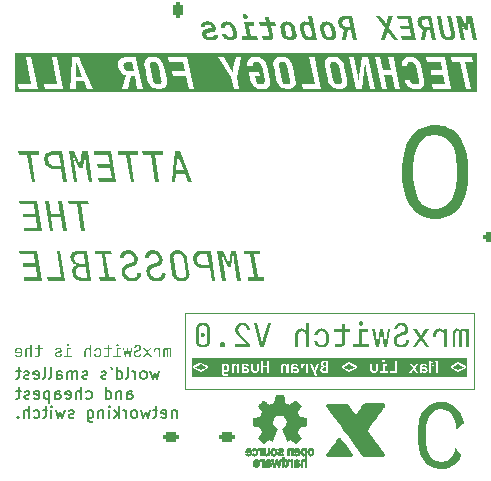
<source format=gbr>
%TF.GenerationSoftware,KiCad,Pcbnew,8.99.0-2194-gb3b7cbcab2*%
%TF.CreationDate,2024-09-01T21:43:51+08:00*%
%TF.ProjectId,switch,73776974-6368-42e6-9b69-6361645f7063,V2*%
%TF.SameCoordinates,Original*%
%TF.FileFunction,Legend,Bot*%
%TF.FilePolarity,Positive*%
%FSLAX46Y46*%
G04 Gerber Fmt 4.6, Leading zero omitted, Abs format (unit mm)*
G04 Created by KiCad (PCBNEW 8.99.0-2194-gb3b7cbcab2) date 2024-09-01 21:43:51*
%MOMM*%
%LPD*%
G01*
G04 APERTURE LIST*
G04 Aperture macros list*
%AMRoundRect*
0 Rectangle with rounded corners*
0 $1 Rounding radius*
0 $2 $3 $4 $5 $6 $7 $8 $9 X,Y pos of 4 corners*
0 Add a 4 corners polygon primitive as box body*
4,1,4,$2,$3,$4,$5,$6,$7,$8,$9,$2,$3,0*
0 Add four circle primitives for the rounded corners*
1,1,$1+$1,$2,$3*
1,1,$1+$1,$4,$5*
1,1,$1+$1,$6,$7*
1,1,$1+$1,$8,$9*
0 Add four rect primitives between the rounded corners*
20,1,$1+$1,$2,$3,$4,$5,0*
20,1,$1+$1,$4,$5,$6,$7,0*
20,1,$1+$1,$6,$7,$8,$9,0*
20,1,$1+$1,$8,$9,$2,$3,0*%
G04 Aperture macros list end*
%ADD10C,0.100000*%
%ADD11C,0.200000*%
%ADD12C,0.540000*%
%ADD13C,0.300000*%
%ADD14C,0.500000*%
%ADD15C,0.010000*%
%ADD16C,0.000000*%
%ADD17RoundRect,0.200000X0.450000X-0.200000X0.450000X0.200000X-0.450000X0.200000X-0.450000X-0.200000X0*%
%ADD18O,1.300000X0.800000*%
%ADD19C,3.200000*%
%ADD20RoundRect,0.200000X0.200000X0.450000X-0.200000X0.450000X-0.200000X-0.450000X0.200000X-0.450000X0*%
%ADD21O,0.800000X1.300000*%
%ADD22RoundRect,0.200000X-0.450000X0.200000X-0.450000X-0.200000X0.450000X-0.200000X0.450000X0.200000X0*%
G04 APERTURE END LIST*
D10*
X127475200Y-103250000D02*
X151935400Y-103250000D01*
X151935400Y-109762400D01*
X127475200Y-109762400D01*
X127475200Y-103250000D01*
D11*
X125315564Y-108210552D02*
X125125088Y-108877219D01*
X125125088Y-108877219D02*
X124934612Y-108401028D01*
X124934612Y-108401028D02*
X124744136Y-108877219D01*
X124744136Y-108877219D02*
X124553660Y-108210552D01*
X124029850Y-108877219D02*
X124125088Y-108829600D01*
X124125088Y-108829600D02*
X124172707Y-108781980D01*
X124172707Y-108781980D02*
X124220326Y-108686742D01*
X124220326Y-108686742D02*
X124220326Y-108401028D01*
X124220326Y-108401028D02*
X124172707Y-108305790D01*
X124172707Y-108305790D02*
X124125088Y-108258171D01*
X124125088Y-108258171D02*
X124029850Y-108210552D01*
X124029850Y-108210552D02*
X123886993Y-108210552D01*
X123886993Y-108210552D02*
X123791755Y-108258171D01*
X123791755Y-108258171D02*
X123744136Y-108305790D01*
X123744136Y-108305790D02*
X123696517Y-108401028D01*
X123696517Y-108401028D02*
X123696517Y-108686742D01*
X123696517Y-108686742D02*
X123744136Y-108781980D01*
X123744136Y-108781980D02*
X123791755Y-108829600D01*
X123791755Y-108829600D02*
X123886993Y-108877219D01*
X123886993Y-108877219D02*
X124029850Y-108877219D01*
X123267945Y-108877219D02*
X123267945Y-108210552D01*
X123267945Y-108401028D02*
X123220326Y-108305790D01*
X123220326Y-108305790D02*
X123172707Y-108258171D01*
X123172707Y-108258171D02*
X123077469Y-108210552D01*
X123077469Y-108210552D02*
X122982231Y-108210552D01*
X122506040Y-108877219D02*
X122601278Y-108829600D01*
X122601278Y-108829600D02*
X122648897Y-108734361D01*
X122648897Y-108734361D02*
X122648897Y-107877219D01*
X121696516Y-108877219D02*
X121696516Y-107877219D01*
X121696516Y-108829600D02*
X121791754Y-108877219D01*
X121791754Y-108877219D02*
X121982230Y-108877219D01*
X121982230Y-108877219D02*
X122077468Y-108829600D01*
X122077468Y-108829600D02*
X122125087Y-108781980D01*
X122125087Y-108781980D02*
X122172706Y-108686742D01*
X122172706Y-108686742D02*
X122172706Y-108401028D01*
X122172706Y-108401028D02*
X122125087Y-108305790D01*
X122125087Y-108305790D02*
X122077468Y-108258171D01*
X122077468Y-108258171D02*
X121982230Y-108210552D01*
X121982230Y-108210552D02*
X121791754Y-108210552D01*
X121791754Y-108210552D02*
X121696516Y-108258171D01*
X121172706Y-107877219D02*
X121267944Y-108067695D01*
X120791754Y-108829600D02*
X120696516Y-108877219D01*
X120696516Y-108877219D02*
X120506040Y-108877219D01*
X120506040Y-108877219D02*
X120410802Y-108829600D01*
X120410802Y-108829600D02*
X120363183Y-108734361D01*
X120363183Y-108734361D02*
X120363183Y-108686742D01*
X120363183Y-108686742D02*
X120410802Y-108591504D01*
X120410802Y-108591504D02*
X120506040Y-108543885D01*
X120506040Y-108543885D02*
X120648897Y-108543885D01*
X120648897Y-108543885D02*
X120744135Y-108496266D01*
X120744135Y-108496266D02*
X120791754Y-108401028D01*
X120791754Y-108401028D02*
X120791754Y-108353409D01*
X120791754Y-108353409D02*
X120744135Y-108258171D01*
X120744135Y-108258171D02*
X120648897Y-108210552D01*
X120648897Y-108210552D02*
X120506040Y-108210552D01*
X120506040Y-108210552D02*
X120410802Y-108258171D01*
X119220325Y-108829600D02*
X119125087Y-108877219D01*
X119125087Y-108877219D02*
X118934611Y-108877219D01*
X118934611Y-108877219D02*
X118839373Y-108829600D01*
X118839373Y-108829600D02*
X118791754Y-108734361D01*
X118791754Y-108734361D02*
X118791754Y-108686742D01*
X118791754Y-108686742D02*
X118839373Y-108591504D01*
X118839373Y-108591504D02*
X118934611Y-108543885D01*
X118934611Y-108543885D02*
X119077468Y-108543885D01*
X119077468Y-108543885D02*
X119172706Y-108496266D01*
X119172706Y-108496266D02*
X119220325Y-108401028D01*
X119220325Y-108401028D02*
X119220325Y-108353409D01*
X119220325Y-108353409D02*
X119172706Y-108258171D01*
X119172706Y-108258171D02*
X119077468Y-108210552D01*
X119077468Y-108210552D02*
X118934611Y-108210552D01*
X118934611Y-108210552D02*
X118839373Y-108258171D01*
X118363182Y-108877219D02*
X118363182Y-108210552D01*
X118363182Y-108305790D02*
X118315563Y-108258171D01*
X118315563Y-108258171D02*
X118220325Y-108210552D01*
X118220325Y-108210552D02*
X118077468Y-108210552D01*
X118077468Y-108210552D02*
X117982230Y-108258171D01*
X117982230Y-108258171D02*
X117934611Y-108353409D01*
X117934611Y-108353409D02*
X117934611Y-108877219D01*
X117934611Y-108353409D02*
X117886992Y-108258171D01*
X117886992Y-108258171D02*
X117791754Y-108210552D01*
X117791754Y-108210552D02*
X117648897Y-108210552D01*
X117648897Y-108210552D02*
X117553658Y-108258171D01*
X117553658Y-108258171D02*
X117506039Y-108353409D01*
X117506039Y-108353409D02*
X117506039Y-108877219D01*
X116601278Y-108877219D02*
X116601278Y-108353409D01*
X116601278Y-108353409D02*
X116648897Y-108258171D01*
X116648897Y-108258171D02*
X116744135Y-108210552D01*
X116744135Y-108210552D02*
X116934611Y-108210552D01*
X116934611Y-108210552D02*
X117029849Y-108258171D01*
X116601278Y-108829600D02*
X116696516Y-108877219D01*
X116696516Y-108877219D02*
X116934611Y-108877219D01*
X116934611Y-108877219D02*
X117029849Y-108829600D01*
X117029849Y-108829600D02*
X117077468Y-108734361D01*
X117077468Y-108734361D02*
X117077468Y-108639123D01*
X117077468Y-108639123D02*
X117029849Y-108543885D01*
X117029849Y-108543885D02*
X116934611Y-108496266D01*
X116934611Y-108496266D02*
X116696516Y-108496266D01*
X116696516Y-108496266D02*
X116601278Y-108448647D01*
X115982230Y-108877219D02*
X116077468Y-108829600D01*
X116077468Y-108829600D02*
X116125087Y-108734361D01*
X116125087Y-108734361D02*
X116125087Y-107877219D01*
X115458420Y-108877219D02*
X115553658Y-108829600D01*
X115553658Y-108829600D02*
X115601277Y-108734361D01*
X115601277Y-108734361D02*
X115601277Y-107877219D01*
X114696515Y-108829600D02*
X114791753Y-108877219D01*
X114791753Y-108877219D02*
X114982229Y-108877219D01*
X114982229Y-108877219D02*
X115077467Y-108829600D01*
X115077467Y-108829600D02*
X115125086Y-108734361D01*
X115125086Y-108734361D02*
X115125086Y-108353409D01*
X115125086Y-108353409D02*
X115077467Y-108258171D01*
X115077467Y-108258171D02*
X114982229Y-108210552D01*
X114982229Y-108210552D02*
X114791753Y-108210552D01*
X114791753Y-108210552D02*
X114696515Y-108258171D01*
X114696515Y-108258171D02*
X114648896Y-108353409D01*
X114648896Y-108353409D02*
X114648896Y-108448647D01*
X114648896Y-108448647D02*
X115125086Y-108543885D01*
X114267943Y-108829600D02*
X114172705Y-108877219D01*
X114172705Y-108877219D02*
X113982229Y-108877219D01*
X113982229Y-108877219D02*
X113886991Y-108829600D01*
X113886991Y-108829600D02*
X113839372Y-108734361D01*
X113839372Y-108734361D02*
X113839372Y-108686742D01*
X113839372Y-108686742D02*
X113886991Y-108591504D01*
X113886991Y-108591504D02*
X113982229Y-108543885D01*
X113982229Y-108543885D02*
X114125086Y-108543885D01*
X114125086Y-108543885D02*
X114220324Y-108496266D01*
X114220324Y-108496266D02*
X114267943Y-108401028D01*
X114267943Y-108401028D02*
X114267943Y-108353409D01*
X114267943Y-108353409D02*
X114220324Y-108258171D01*
X114220324Y-108258171D02*
X114125086Y-108210552D01*
X114125086Y-108210552D02*
X113982229Y-108210552D01*
X113982229Y-108210552D02*
X113886991Y-108258171D01*
X113553657Y-108210552D02*
X113172705Y-108210552D01*
X113410800Y-107877219D02*
X113410800Y-108734361D01*
X113410800Y-108734361D02*
X113363181Y-108829600D01*
X113363181Y-108829600D02*
X113267943Y-108877219D01*
X113267943Y-108877219D02*
X113172705Y-108877219D01*
D10*
G36*
X126313474Y-107010000D02*
G01*
X126313474Y-106240024D01*
X126204297Y-106240024D01*
X126204297Y-106342178D01*
X126176271Y-106342178D01*
X126202893Y-106365992D01*
X126198682Y-106326297D01*
X126186715Y-106293163D01*
X126167234Y-106265181D01*
X126141185Y-106243602D01*
X126110179Y-106230551D01*
X126072712Y-106225980D01*
X126030357Y-106231775D01*
X125995494Y-106248421D01*
X125966283Y-106276416D01*
X125945156Y-106311932D01*
X125931842Y-106355149D01*
X125927082Y-106408002D01*
X125964878Y-106335218D01*
X125906077Y-106335218D01*
X125938317Y-106365992D01*
X125933133Y-106324505D01*
X125920394Y-106290998D01*
X125900520Y-106263777D01*
X125874099Y-106243072D01*
X125842413Y-106230431D01*
X125803922Y-106225980D01*
X125757083Y-106232327D01*
X125718298Y-106250588D01*
X125685587Y-106281301D01*
X125661753Y-106320362D01*
X125646818Y-106367511D01*
X125641501Y-106424794D01*
X125641501Y-107010000D01*
X125759104Y-107010000D01*
X125759104Y-106423389D01*
X125765102Y-106380676D01*
X125781513Y-106349933D01*
X125807701Y-106329604D01*
X125843123Y-106322578D01*
X125877400Y-106329379D01*
X125903329Y-106349200D01*
X125919671Y-106379372D01*
X125925677Y-106421985D01*
X125925677Y-107010000D01*
X126029297Y-107010000D01*
X126029297Y-106423389D01*
X126035295Y-106380676D01*
X126051707Y-106349933D01*
X126077699Y-106329538D01*
X126111913Y-106322578D01*
X126147398Y-106329444D01*
X126173523Y-106349200D01*
X126189864Y-106379372D01*
X126195871Y-106421985D01*
X126195871Y-107010000D01*
X126313474Y-107010000D01*
G37*
G36*
X125401471Y-107010000D02*
G01*
X125401471Y-106240024D01*
X125275503Y-106240024D01*
X125275503Y-106386997D01*
X125248880Y-106386997D01*
X125275503Y-106420580D01*
X125268930Y-106363230D01*
X125250380Y-106316684D01*
X125220182Y-106278492D01*
X125180313Y-106250213D01*
X125130175Y-106232400D01*
X125066858Y-106225980D01*
X125007278Y-106230981D01*
X124957664Y-106245043D01*
X124916144Y-106267382D01*
X124881356Y-106298093D01*
X124854173Y-106335669D01*
X124833905Y-106381229D01*
X124820924Y-106436395D01*
X124816265Y-106503196D01*
X124816265Y-106569019D01*
X124942295Y-106569019D01*
X124942295Y-106503196D01*
X124947657Y-106447790D01*
X124962094Y-106406712D01*
X124984304Y-106376495D01*
X125014759Y-106354444D01*
X125054428Y-106340362D01*
X125106059Y-106335218D01*
X125159097Y-106341054D01*
X125200176Y-106357175D01*
X125232089Y-106382845D01*
X125255184Y-106417088D01*
X125270053Y-106461785D01*
X125275503Y-106519987D01*
X125275503Y-107010000D01*
X125401471Y-107010000D01*
G37*
G36*
X124649081Y-107010000D02*
G01*
X124376079Y-106613777D01*
X124632228Y-106240024D01*
X124483851Y-106240024D01*
X124331260Y-106477978D01*
X124312331Y-106511622D01*
X124297677Y-106540992D01*
X124284365Y-106511622D01*
X124265437Y-106477978D01*
X124112846Y-106240024D01*
X123964468Y-106240024D01*
X124220679Y-106615181D01*
X123949081Y-107010000D01*
X124097459Y-107010000D01*
X124262628Y-106758002D01*
X124281557Y-106722342D01*
X124297677Y-106689370D01*
X124313736Y-106722342D01*
X124335473Y-106758002D01*
X124500642Y-107010000D01*
X124649081Y-107010000D01*
G37*
G36*
X123454245Y-107023982D02*
G01*
X123518826Y-107019835D01*
X123575617Y-107007976D01*
X123625765Y-106988995D01*
X123671468Y-106961834D01*
X123708971Y-106928162D01*
X123739154Y-106887512D01*
X123760876Y-106841653D01*
X123774331Y-106789571D01*
X123779027Y-106729975D01*
X123653059Y-106729975D01*
X123646568Y-106784475D01*
X123628287Y-106828218D01*
X123598470Y-106863698D01*
X123559494Y-106889875D01*
X123512166Y-106906190D01*
X123454245Y-106911997D01*
X123398388Y-106905974D01*
X123352949Y-106889020D01*
X123315637Y-106861622D01*
X123287197Y-106825149D01*
X123269915Y-106781927D01*
X123263858Y-106729975D01*
X123267655Y-106690017D01*
X123278658Y-106654649D01*
X123296769Y-106622936D01*
X123321373Y-106596182D01*
X123352453Y-106575442D01*
X123391230Y-106560593D01*
X123546630Y-106517178D01*
X123607581Y-106493040D01*
X123657691Y-106459762D01*
X123698549Y-106417100D01*
X123729033Y-106366621D01*
X123747463Y-106310433D01*
X123753809Y-106246985D01*
X123749571Y-106193848D01*
X123737334Y-106146603D01*
X123717417Y-106104225D01*
X123689988Y-106066294D01*
X123656166Y-106034462D01*
X123615262Y-106008299D01*
X123570220Y-105989558D01*
X123520121Y-105977991D01*
X123464015Y-105973982D01*
X123407002Y-105978001D01*
X123356240Y-105989578D01*
X123310752Y-106008299D01*
X123269241Y-106034408D01*
X123234705Y-106066014D01*
X123206461Y-106103492D01*
X123185716Y-106145507D01*
X123173039Y-106192062D01*
X123168664Y-106244176D01*
X123294632Y-106244176D01*
X123300132Y-106199610D01*
X123315941Y-106162148D01*
X123342260Y-106130115D01*
X123376260Y-106105973D01*
X123416287Y-106091208D01*
X123464015Y-106086029D01*
X123511752Y-106091239D01*
X123551313Y-106106024D01*
X123584488Y-106130115D01*
X123609933Y-106162040D01*
X123625292Y-106199504D01*
X123630649Y-106244176D01*
X123627148Y-106280530D01*
X123617063Y-106312189D01*
X123600547Y-106340102D01*
X123578203Y-106363599D01*
X123550308Y-106382011D01*
X123515855Y-106395423D01*
X123356243Y-106440181D01*
X123291972Y-106465001D01*
X123239619Y-106500137D01*
X123197363Y-106545938D01*
X123166182Y-106600139D01*
X123147201Y-106660929D01*
X123140637Y-106729975D01*
X123145175Y-106788695D01*
X123158181Y-106840103D01*
X123179167Y-106885436D01*
X123208258Y-106925858D01*
X123244388Y-106959758D01*
X123288343Y-106987590D01*
X123336737Y-107007353D01*
X123391639Y-107019674D01*
X123454245Y-107023982D01*
G37*
G36*
X122871237Y-107010000D02*
G01*
X122997206Y-106240024D01*
X122888029Y-106240024D01*
X122809627Y-106783220D01*
X122801262Y-106851120D01*
X122795644Y-106911997D01*
X122789355Y-106851120D01*
X122780196Y-106783220D01*
X122683598Y-106240024D01*
X122557630Y-106240024D01*
X122461032Y-106783220D01*
X122450529Y-106851120D01*
X122444240Y-106911997D01*
X122437218Y-106851120D01*
X122428791Y-106783220D01*
X122347642Y-106240024D01*
X122244022Y-106240024D01*
X122375608Y-107010000D01*
X122514215Y-107010000D01*
X122602448Y-106477978D01*
X122612951Y-106394691D01*
X122620644Y-106326791D01*
X122624857Y-106368129D01*
X122631818Y-106422718D01*
X122640245Y-106477978D01*
X122732630Y-107010000D01*
X122871237Y-107010000D01*
G37*
G36*
X122082394Y-107010000D02*
G01*
X122082394Y-106895205D01*
X121809392Y-106895205D01*
X121809392Y-106354818D01*
X122054428Y-106354818D01*
X122054428Y-106240024D01*
X121683423Y-106240024D01*
X121683423Y-106895205D01*
X121424404Y-106895205D01*
X121424404Y-107010000D01*
X122082394Y-107010000D01*
G37*
G36*
X121760360Y-106101416D02*
G01*
X121802898Y-106095057D01*
X121833205Y-106077602D01*
X121852899Y-106050136D01*
X121859767Y-106013183D01*
X121852862Y-105974900D01*
X121833205Y-105946688D01*
X121802840Y-105928721D01*
X121760360Y-105922203D01*
X121717943Y-105928721D01*
X121687637Y-105946688D01*
X121667933Y-105974905D01*
X121661014Y-106013183D01*
X121667895Y-106050131D01*
X121687637Y-106077602D01*
X121717885Y-106095057D01*
X121760360Y-106101416D01*
G37*
G36*
X120865210Y-107010000D02*
G01*
X120926461Y-107003407D01*
X120976506Y-106984818D01*
X121017801Y-106954740D01*
X121049187Y-106914615D01*
X121068409Y-106866168D01*
X121075198Y-106806973D01*
X121075198Y-106354818D01*
X121296360Y-106354818D01*
X121296360Y-106240024D01*
X121075198Y-106240024D01*
X121075198Y-106023014D01*
X120949168Y-106023014D01*
X120949168Y-106240024D01*
X120634156Y-106240024D01*
X120634156Y-106354818D01*
X120949168Y-106354818D01*
X120949168Y-106806973D01*
X120943170Y-106843131D01*
X120926087Y-106870720D01*
X120899787Y-106888897D01*
X120865210Y-106895205D01*
X120641178Y-106895205D01*
X120641178Y-107010000D01*
X120865210Y-107010000D01*
G37*
G36*
X120091754Y-107023982D02*
G01*
X120152531Y-107019850D01*
X120206058Y-107008010D01*
X120253443Y-106988995D01*
X120296411Y-106962026D01*
X120332126Y-106928391D01*
X120361276Y-106887512D01*
X120382203Y-106841737D01*
X120395201Y-106789649D01*
X120399744Y-106729975D01*
X120399744Y-106519987D01*
X120395165Y-106459410D01*
X120382135Y-106407163D01*
X120361276Y-106361840D01*
X120332168Y-106321382D01*
X120296458Y-106287959D01*
X120253443Y-106261029D01*
X120206054Y-106241979D01*
X120152528Y-106230120D01*
X120091754Y-106225980D01*
X120025634Y-106230875D01*
X119968752Y-106244782D01*
X119919569Y-106266991D01*
X119876881Y-106297421D01*
X119841205Y-106335768D01*
X119815100Y-106380162D01*
X119798145Y-106431715D01*
X119790786Y-106492021D01*
X119916754Y-106492021D01*
X119924729Y-106444656D01*
X119941652Y-106407339D01*
X119967190Y-106377899D01*
X120000094Y-106356435D01*
X120040907Y-106342893D01*
X120091754Y-106338026D01*
X120144987Y-106343641D01*
X120188381Y-106359441D01*
X120224072Y-106384921D01*
X120250896Y-106419200D01*
X120267709Y-106462824D01*
X120273776Y-106518583D01*
X120273776Y-106729975D01*
X120267725Y-106785792D01*
X120250922Y-106829706D01*
X120224072Y-106864431D01*
X120188331Y-106890302D01*
X120144938Y-106906313D01*
X120091754Y-106911997D01*
X120040962Y-106907053D01*
X120000149Y-106893277D01*
X119967190Y-106871392D01*
X119941548Y-106841546D01*
X119924665Y-106804405D01*
X119916754Y-106758002D01*
X119790786Y-106758002D01*
X119798145Y-106818308D01*
X119815100Y-106869861D01*
X119841205Y-106914255D01*
X119876881Y-106952602D01*
X119919565Y-106983004D01*
X119968747Y-107005194D01*
X120025631Y-107019091D01*
X120091754Y-107023982D01*
G37*
G36*
X119554969Y-107010000D02*
G01*
X119554969Y-105988026D01*
X119428940Y-105988026D01*
X119428940Y-106240024D01*
X119428940Y-106386997D01*
X119402317Y-106386997D01*
X119428940Y-106416428D01*
X119422338Y-106358108D01*
X119403944Y-106312145D01*
X119374351Y-106275683D01*
X119335176Y-106248994D01*
X119285737Y-106232090D01*
X119223165Y-106225980D01*
X119165890Y-106230822D01*
X119116952Y-106244593D01*
X119074825Y-106266723D01*
X119038395Y-106297421D01*
X119009223Y-106334962D01*
X118987912Y-106379003D01*
X118974508Y-106430806D01*
X118969763Y-106492021D01*
X118969763Y-107010000D01*
X119095731Y-107010000D01*
X119095731Y-106513026D01*
X119101218Y-106456771D01*
X119116277Y-106413143D01*
X119139878Y-106379303D01*
X119171984Y-106353704D01*
X119211182Y-106337982D01*
X119259557Y-106332409D01*
X119309694Y-106338234D01*
X119350263Y-106354665D01*
X119383450Y-106381441D01*
X119407790Y-106416709D01*
X119423300Y-106461939D01*
X119428940Y-106519987D01*
X119428940Y-107010000D01*
X119554969Y-107010000D01*
G37*
G36*
X117886302Y-107010000D02*
G01*
X117886302Y-106895205D01*
X117613300Y-106895205D01*
X117613300Y-106354818D01*
X117858336Y-106354818D01*
X117858336Y-106240024D01*
X117487331Y-106240024D01*
X117487331Y-106895205D01*
X117228312Y-106895205D01*
X117228312Y-107010000D01*
X117886302Y-107010000D01*
G37*
G36*
X117564268Y-106101416D02*
G01*
X117606806Y-106095057D01*
X117637113Y-106077602D01*
X117656807Y-106050136D01*
X117663675Y-106013183D01*
X117656769Y-105974900D01*
X117637113Y-105946688D01*
X117606748Y-105928721D01*
X117564268Y-105922203D01*
X117521851Y-105928721D01*
X117491544Y-105946688D01*
X117471841Y-105974905D01*
X117464922Y-106013183D01*
X117471803Y-106050131D01*
X117491544Y-106077602D01*
X117521793Y-106095057D01*
X117564268Y-106101416D01*
G37*
G36*
X116776890Y-107021174D02*
G01*
X116833439Y-107018030D01*
X116881812Y-107009178D01*
X116923191Y-106995284D01*
X116961291Y-106974860D01*
X116991753Y-106949729D01*
X117015576Y-106919691D01*
X117032664Y-106885264D01*
X117043330Y-106845300D01*
X117047084Y-106798607D01*
X116921115Y-106798607D01*
X116916707Y-106832242D01*
X116904162Y-106859493D01*
X116883319Y-106881894D01*
X116856464Y-106897853D01*
X116821711Y-106908202D01*
X116776890Y-106911997D01*
X116715280Y-106911997D01*
X116669545Y-106908115D01*
X116634143Y-106897533D01*
X116606836Y-106881222D01*
X116585682Y-106858251D01*
X116572847Y-106829873D01*
X116568306Y-106794394D01*
X116574419Y-106747888D01*
X116590716Y-106716053D01*
X116617865Y-106694212D01*
X116659287Y-106682409D01*
X116872084Y-106651573D01*
X116921726Y-106638896D01*
X116961725Y-106617231D01*
X116993900Y-106586543D01*
X117017293Y-106548403D01*
X117032036Y-106501749D01*
X117037314Y-106444394D01*
X117032677Y-106395147D01*
X117019464Y-106353252D01*
X116998071Y-106317258D01*
X116968010Y-106286186D01*
X116932172Y-106262183D01*
X116889327Y-106244292D01*
X116838121Y-106232870D01*
X116776890Y-106228789D01*
X116715280Y-106228789D01*
X116642474Y-106235461D01*
X116582427Y-106254208D01*
X116532586Y-106284110D01*
X116501001Y-106314245D01*
X116478169Y-106347957D01*
X116463297Y-106385873D01*
X116456321Y-106429007D01*
X116583694Y-106429007D01*
X116589144Y-106403703D01*
X116601694Y-106381581D01*
X116622223Y-106361840D01*
X116647282Y-106347523D01*
X116677848Y-106338463D01*
X116715280Y-106335218D01*
X116776890Y-106335218D01*
X116818909Y-106338891D01*
X116851870Y-106348973D01*
X116877701Y-106364649D01*
X116897830Y-106386429D01*
X116909881Y-106412550D01*
X116914093Y-106444394D01*
X116909061Y-106480780D01*
X116895226Y-106507409D01*
X116872611Y-106526293D01*
X116839905Y-106536779D01*
X116641091Y-106564806D01*
X116578388Y-106579951D01*
X116530393Y-106603955D01*
X116494118Y-106636186D01*
X116467876Y-106677115D01*
X116451148Y-106728866D01*
X116445086Y-106794394D01*
X116449889Y-106847318D01*
X116463492Y-106891840D01*
X116485344Y-106929592D01*
X116515794Y-106961700D01*
X116552369Y-106986441D01*
X116596713Y-107004985D01*
X116650381Y-107016896D01*
X116715280Y-107021174D01*
X116776890Y-107021174D01*
G37*
G36*
X114990681Y-107010000D02*
G01*
X115051932Y-107003407D01*
X115101977Y-106984818D01*
X115143272Y-106954740D01*
X115174658Y-106914615D01*
X115193880Y-106866168D01*
X115200669Y-106806973D01*
X115200669Y-106354818D01*
X115421831Y-106354818D01*
X115421831Y-106240024D01*
X115200669Y-106240024D01*
X115200669Y-106023014D01*
X115074639Y-106023014D01*
X115074639Y-106240024D01*
X114759627Y-106240024D01*
X114759627Y-106354818D01*
X115074639Y-106354818D01*
X115074639Y-106806973D01*
X115068641Y-106843131D01*
X115051558Y-106870720D01*
X115025259Y-106888897D01*
X114990681Y-106895205D01*
X114766649Y-106895205D01*
X114766649Y-107010000D01*
X114990681Y-107010000D01*
G37*
G36*
X114519659Y-107010000D02*
G01*
X114519659Y-105988026D01*
X114393629Y-105988026D01*
X114393629Y-106240024D01*
X114393629Y-106386997D01*
X114367007Y-106386997D01*
X114393629Y-106416428D01*
X114387028Y-106358108D01*
X114368633Y-106312145D01*
X114339041Y-106275683D01*
X114299865Y-106248994D01*
X114250427Y-106232090D01*
X114187855Y-106225980D01*
X114130580Y-106230822D01*
X114081642Y-106244593D01*
X114039514Y-106266723D01*
X114003085Y-106297421D01*
X113973913Y-106334962D01*
X113952601Y-106379003D01*
X113939198Y-106430806D01*
X113934453Y-106492021D01*
X113934453Y-107010000D01*
X114060421Y-107010000D01*
X114060421Y-106513026D01*
X114065907Y-106456771D01*
X114080967Y-106413143D01*
X114104568Y-106379303D01*
X114136674Y-106353704D01*
X114175871Y-106337982D01*
X114224247Y-106332409D01*
X114274383Y-106338234D01*
X114314952Y-106354665D01*
X114348139Y-106381441D01*
X114372479Y-106416709D01*
X114387989Y-106461939D01*
X114393629Y-106519987D01*
X114393629Y-107010000D01*
X114519659Y-107010000D01*
G37*
G36*
X113448955Y-106230350D02*
G01*
X113501530Y-106242889D01*
X113548122Y-106263105D01*
X113590081Y-106291380D01*
X113625121Y-106326394D01*
X113653818Y-106368801D01*
X113674258Y-106415921D01*
X113687091Y-106470493D01*
X113691614Y-106533970D01*
X113691614Y-106715992D01*
X113687127Y-106778520D01*
X113674325Y-106832915D01*
X113653818Y-106880490D01*
X113625076Y-106923360D01*
X113590030Y-106958604D01*
X113548122Y-106986919D01*
X113501534Y-107007100D01*
X113448958Y-107019619D01*
X113389242Y-107023982D01*
X113309764Y-107017191D01*
X113242877Y-106997997D01*
X113186215Y-106967318D01*
X113149446Y-106935990D01*
X113122060Y-106900457D01*
X113103118Y-106860133D01*
X113092425Y-106813995D01*
X113218394Y-106813995D01*
X113228712Y-106842342D01*
X113246762Y-106866620D01*
X113273715Y-106887512D01*
X113305176Y-106902127D01*
X113343210Y-106911460D01*
X113389242Y-106914806D01*
X113441267Y-106908925D01*
X113483964Y-106892270D01*
X113519423Y-106865102D01*
X113545987Y-106829197D01*
X113562500Y-106784946D01*
X113568394Y-106729975D01*
X113568394Y-106657191D01*
X113086808Y-106657191D01*
X113086808Y-106519987D01*
X113210028Y-106519987D01*
X113210028Y-106559188D01*
X113568394Y-106559188D01*
X113568394Y-106519987D01*
X113562591Y-106461085D01*
X113546617Y-106415158D01*
X113521499Y-106379303D01*
X113487251Y-106352414D01*
X113444050Y-106335632D01*
X113389242Y-106329600D01*
X113334391Y-106335634D01*
X113291172Y-106352417D01*
X113256923Y-106379303D01*
X113231805Y-106415158D01*
X113215831Y-106461085D01*
X113210028Y-106519987D01*
X113086808Y-106519987D01*
X113091266Y-106461269D01*
X113104033Y-106409898D01*
X113124604Y-106364649D01*
X113153159Y-106324023D01*
X113188176Y-106290127D01*
X113230301Y-106262433D01*
X113276854Y-106242597D01*
X113329452Y-106230277D01*
X113389242Y-106225980D01*
X113448955Y-106230350D01*
G37*
G36*
X148952325Y-87389477D02*
G01*
X149242279Y-87430264D01*
X149504796Y-87494794D01*
X149751515Y-87583980D01*
X149976762Y-87694530D01*
X150186686Y-87828181D01*
X150558165Y-88162075D01*
X150871499Y-88592515D01*
X151126378Y-89132449D01*
X151316643Y-89798847D01*
X151431048Y-90610672D01*
X151458051Y-91313273D01*
X151444390Y-91841915D01*
X151403471Y-92333839D01*
X151340535Y-92760992D01*
X151253869Y-93155637D01*
X151151125Y-93495999D01*
X151027655Y-93807521D01*
X150892226Y-94074876D01*
X150738464Y-94316343D01*
X150574497Y-94522748D01*
X150393898Y-94705335D01*
X150202133Y-94860133D01*
X149994693Y-94992183D01*
X149534806Y-95187134D01*
X149002609Y-95291847D01*
X148655425Y-95308842D01*
X148351809Y-95295192D01*
X148064610Y-95254350D01*
X147804641Y-95189747D01*
X147560154Y-95100401D01*
X147336870Y-94989615D01*
X147128636Y-94855585D01*
X146759730Y-94520305D01*
X146448029Y-94087199D01*
X146194038Y-93542738D01*
X146004127Y-92869313D01*
X145889734Y-92047229D01*
X145862630Y-91332935D01*
X145862888Y-91323104D01*
X146803393Y-91323104D01*
X146817090Y-91839202D01*
X146858259Y-92309908D01*
X146919796Y-92699086D01*
X147004331Y-93050145D01*
X147101649Y-93337149D01*
X147218271Y-93592066D01*
X147342924Y-93798486D01*
X147484088Y-93977392D01*
X147632219Y-94120650D01*
X147795093Y-94239282D01*
X148155068Y-94399344D01*
X148577212Y-94464948D01*
X148655425Y-94466387D01*
X148891072Y-94452729D01*
X149110705Y-94411830D01*
X149304703Y-94347782D01*
X149484253Y-94259309D01*
X149795303Y-94014412D01*
X150055350Y-93668138D01*
X150266488Y-93199421D01*
X150421819Y-92578493D01*
X150507015Y-91769461D01*
X150517288Y-91323104D01*
X150503634Y-90821459D01*
X150462766Y-90363748D01*
X150401253Y-89981517D01*
X150316936Y-89636594D01*
X150219274Y-89352157D01*
X150102473Y-89099418D01*
X149977004Y-88893226D01*
X149835188Y-88714420D01*
X149685841Y-88570337D01*
X149521945Y-88450890D01*
X149159505Y-88288583D01*
X148735596Y-88220605D01*
X148645594Y-88218716D01*
X148410188Y-88232364D01*
X148191232Y-88273187D01*
X147998134Y-88337081D01*
X147819776Y-88425250D01*
X147511427Y-88669190D01*
X147254348Y-89014113D01*
X147046284Y-89481420D01*
X146894095Y-90101463D01*
X146812155Y-90911096D01*
X146803393Y-91323104D01*
X145862888Y-91323104D01*
X145876242Y-90813940D01*
X145916811Y-90331746D01*
X145979576Y-89909761D01*
X146065731Y-89520514D01*
X146168428Y-89182455D01*
X146291460Y-88873563D01*
X146427026Y-88606893D01*
X146580471Y-88366485D01*
X146744652Y-88160042D01*
X146924923Y-87977794D01*
X147116717Y-87822819D01*
X147323511Y-87690936D01*
X147781371Y-87496263D01*
X148308863Y-87392277D01*
X148645594Y-87375834D01*
X148952325Y-87389477D01*
G37*
G36*
X149380232Y-110832425D02*
G01*
X149587342Y-110861559D01*
X149774854Y-110907652D01*
X149951082Y-110971356D01*
X150111973Y-111050321D01*
X150261918Y-111145786D01*
X150527260Y-111384282D01*
X150751070Y-111691738D01*
X150933127Y-112077406D01*
X151069030Y-112553404D01*
X151150748Y-113133279D01*
X151170036Y-113635137D01*
X151160278Y-114012738D01*
X151131051Y-114364113D01*
X151086097Y-114669222D01*
X151024192Y-114951111D01*
X150950803Y-115194227D01*
X150862611Y-115416743D01*
X150765876Y-115607711D01*
X150656045Y-115780187D01*
X150538926Y-115927619D01*
X150409927Y-116058039D01*
X150272952Y-116168609D01*
X150124780Y-116262930D01*
X149796290Y-116402181D01*
X149416149Y-116476976D01*
X149168161Y-116489115D01*
X148951292Y-116479365D01*
X148746150Y-116450192D01*
X148560458Y-116404047D01*
X148385824Y-116340228D01*
X148226336Y-116261096D01*
X148077597Y-116165360D01*
X147814093Y-115925874D01*
X147591449Y-115616513D01*
X147410027Y-115227612D01*
X147274376Y-114746594D01*
X147192667Y-114159391D01*
X147173307Y-113649181D01*
X147173491Y-113642159D01*
X147845280Y-113642159D01*
X147855064Y-114010801D01*
X147884470Y-114347019D01*
X147928426Y-114625004D01*
X147988808Y-114875760D01*
X148058321Y-115080763D01*
X148141622Y-115262846D01*
X148230660Y-115410289D01*
X148331491Y-115538079D01*
X148437299Y-115640406D01*
X148553638Y-115725144D01*
X148810763Y-115839473D01*
X149112294Y-115886333D01*
X149168161Y-115887362D01*
X149336480Y-115877606D01*
X149493360Y-115848392D01*
X149631930Y-115802644D01*
X149760181Y-115739448D01*
X149982359Y-115564522D01*
X150168107Y-115317184D01*
X150318920Y-114982386D01*
X150429871Y-114538866D01*
X150490725Y-113960986D01*
X150498063Y-113642159D01*
X150488310Y-113283841D01*
X150459119Y-112956905D01*
X150415181Y-112683883D01*
X150354954Y-112437509D01*
X150285195Y-112234340D01*
X150201766Y-112053812D01*
X150112146Y-111906532D01*
X150010849Y-111778814D01*
X149904172Y-111675897D01*
X149787103Y-111590578D01*
X149528218Y-111474644D01*
X149225426Y-111426089D01*
X149161139Y-111424739D01*
X148992991Y-111434488D01*
X148836594Y-111463647D01*
X148698667Y-111509285D01*
X148571269Y-111572263D01*
X148351019Y-111746506D01*
X148167391Y-111992880D01*
X148018774Y-112326670D01*
X147910067Y-112769559D01*
X147851539Y-113347868D01*
X147845280Y-113642159D01*
X147173491Y-113642159D01*
X147183030Y-113278471D01*
X147212008Y-112934046D01*
X147256840Y-112632628D01*
X147318379Y-112354595D01*
X147391734Y-112113124D01*
X147479614Y-111892487D01*
X147576447Y-111702008D01*
X147686051Y-111530288D01*
X147803323Y-111382829D01*
X147932087Y-111252652D01*
X148069084Y-111141955D01*
X148216793Y-111047754D01*
X148543837Y-110908701D01*
X148920616Y-110834426D01*
X149161139Y-110822681D01*
X149380232Y-110832425D01*
G37*
D12*
G36*
X124913570Y-82005506D02*
G01*
X125010629Y-82039051D01*
X125091643Y-82093172D01*
X125157048Y-82166193D01*
X125208215Y-82260279D01*
X125244368Y-82380048D01*
X125485362Y-83538662D01*
X125498558Y-83661252D01*
X125485298Y-83753876D01*
X125450594Y-83824585D01*
X125394025Y-83877905D01*
X125312765Y-83912323D01*
X125197852Y-83925238D01*
X125081080Y-83913275D01*
X124984095Y-83879403D01*
X124902721Y-83824585D01*
X124836823Y-83750895D01*
X124785645Y-83657023D01*
X124749837Y-83538662D01*
X124508843Y-82380048D01*
X124495162Y-82255894D01*
X124507843Y-82163089D01*
X124541547Y-82093172D01*
X124597084Y-82040742D01*
X124678703Y-82006567D01*
X124796195Y-81993631D01*
X124913570Y-82005506D01*
G37*
G36*
X135823409Y-82005506D02*
G01*
X135920468Y-82039051D01*
X136001482Y-82093172D01*
X136066888Y-82166193D01*
X136118055Y-82260279D01*
X136154207Y-82380048D01*
X136395202Y-83538662D01*
X136408398Y-83661252D01*
X136395137Y-83753876D01*
X136360434Y-83824585D01*
X136303865Y-83877905D01*
X136222605Y-83912323D01*
X136107691Y-83925238D01*
X135990920Y-83913275D01*
X135893935Y-83879403D01*
X135812561Y-83824585D01*
X135746662Y-83750895D01*
X135695485Y-83657023D01*
X135659677Y-83538662D01*
X135418682Y-82380048D01*
X135405002Y-82255894D01*
X135417683Y-82163089D01*
X135451386Y-82093172D01*
X135506924Y-82040742D01*
X135588543Y-82006567D01*
X135706034Y-81993631D01*
X135823409Y-82005506D01*
G37*
G36*
X140187345Y-82005506D02*
G01*
X140284404Y-82039051D01*
X140365418Y-82093172D01*
X140430824Y-82166193D01*
X140481990Y-82260279D01*
X140518143Y-82380048D01*
X140759138Y-83538662D01*
X140772334Y-83661252D01*
X140759073Y-83753876D01*
X140724370Y-83824585D01*
X140667801Y-83877905D01*
X140586541Y-83912323D01*
X140471627Y-83925238D01*
X140354856Y-83913275D01*
X140257870Y-83879403D01*
X140176496Y-83824585D01*
X140110598Y-83750895D01*
X140059420Y-83657023D01*
X140023613Y-83538662D01*
X139782618Y-82380048D01*
X139768938Y-82255894D01*
X139781618Y-82163089D01*
X139815322Y-82093172D01*
X139870860Y-82040742D01*
X139952479Y-82006567D01*
X140069970Y-81993631D01*
X140187345Y-82005506D01*
G37*
G36*
X118338719Y-82235260D02*
G01*
X118472393Y-82554999D01*
X118781495Y-83273219D01*
X118253307Y-83273219D01*
X118260451Y-82558650D01*
X118260610Y-82236213D01*
X118257276Y-82026970D01*
X118338719Y-82235260D01*
G37*
G36*
X123142255Y-82832825D02*
G01*
X122762030Y-82832825D01*
X122641317Y-82820414D01*
X122537006Y-82784688D01*
X122445626Y-82725981D01*
X122370259Y-82647486D01*
X122314372Y-82551827D01*
X122277660Y-82435613D01*
X122265473Y-82311264D01*
X122282130Y-82214670D01*
X122323382Y-82138259D01*
X122387653Y-82080381D01*
X122475591Y-82043571D01*
X122595176Y-82029987D01*
X122975401Y-82029987D01*
X123142255Y-82832825D01*
G37*
G36*
X152182350Y-84613244D02*
G01*
X113078169Y-84613244D01*
X113078169Y-83876658D01*
X113367058Y-83876658D01*
X113452629Y-84288000D01*
X115000041Y-84288000D01*
X114914514Y-83876658D01*
X115549026Y-83876658D01*
X115634596Y-84288000D01*
X117182009Y-84288000D01*
X117785130Y-84288000D01*
X118238225Y-84288000D01*
X118248227Y-83643601D01*
X118937077Y-83643601D01*
X119214904Y-84288000D01*
X119669586Y-84288000D01*
X118749507Y-82260966D01*
X121804358Y-82260966D01*
X121810771Y-82311264D01*
X121824724Y-82420690D01*
X121874308Y-82590042D01*
X121948802Y-82743442D01*
X122048890Y-82883151D01*
X122170326Y-83004426D01*
X122304155Y-83098484D01*
X122451976Y-83167328D01*
X122177325Y-84288000D01*
X122663124Y-84288000D01*
X122900626Y-83231942D01*
X123225286Y-83231942D01*
X123444848Y-84288000D01*
X123884607Y-84288000D01*
X123454259Y-82218246D01*
X124045865Y-82218246D01*
X124050612Y-82255894D01*
X124070671Y-82414974D01*
X124296742Y-83502307D01*
X124350508Y-83690438D01*
X124426192Y-83851453D01*
X124523116Y-83989138D01*
X124642041Y-84106222D01*
X124780042Y-84200932D01*
X124930769Y-84268631D01*
X125096668Y-84310071D01*
X125280882Y-84324355D01*
X125466835Y-84308708D01*
X125615527Y-84265466D01*
X125734473Y-84197938D01*
X125829073Y-84106222D01*
X125897099Y-83993950D01*
X125937335Y-83860073D01*
X125947819Y-83698662D01*
X125923058Y-83502307D01*
X125697304Y-82416403D01*
X125643248Y-82227127D01*
X125567425Y-82065647D01*
X125470578Y-81928058D01*
X125352006Y-81811536D01*
X125214138Y-81717275D01*
X125063481Y-81649865D01*
X124987138Y-81630869D01*
X126070385Y-81630869D01*
X126158178Y-82052848D01*
X127334256Y-82052848D01*
X127481901Y-82763289D01*
X126398538Y-82763289D01*
X126486331Y-83185267D01*
X127562550Y-83185267D01*
X127791796Y-84288000D01*
X128237112Y-84288000D01*
X127684635Y-81630869D01*
X130281437Y-81630869D01*
X131395758Y-83321958D01*
X131596587Y-84288000D01*
X132041903Y-84288000D01*
X131841074Y-83321958D01*
X132109078Y-82218873D01*
X132744754Y-82218873D01*
X132765680Y-82380048D01*
X133211154Y-82380048D01*
X133198398Y-82256433D01*
X133213377Y-82163653D01*
X133251003Y-82093172D01*
X133310690Y-82040340D01*
X133394287Y-82006315D01*
X133510095Y-81993631D01*
X133626993Y-82005293D01*
X133726449Y-82038605D01*
X133812053Y-82092855D01*
X133881843Y-82166222D01*
X133935329Y-82260008D01*
X133972081Y-82378619D01*
X134213234Y-83538662D01*
X134225640Y-83660682D01*
X134210419Y-83753537D01*
X134172274Y-83825220D01*
X134111944Y-83879182D01*
X134027933Y-83913799D01*
X133912070Y-83926667D01*
X133795548Y-83914765D01*
X133696483Y-83880745D01*
X133611224Y-83825220D01*
X133541590Y-83750589D01*
X133488448Y-83656435D01*
X133452149Y-83538662D01*
X133390551Y-83242897D01*
X133834120Y-83242897D01*
X133752201Y-82848542D01*
X132863157Y-82848542D01*
X133006674Y-83538662D01*
X133050400Y-83692756D01*
X133113177Y-83830326D01*
X133194961Y-83953497D01*
X133294750Y-84062507D01*
X133408702Y-84153468D01*
X133538196Y-84227354D01*
X133677558Y-84280600D01*
X133828618Y-84313176D01*
X133993513Y-84324355D01*
X134158253Y-84312615D01*
X134295581Y-84279753D01*
X134410252Y-84228148D01*
X134510446Y-84154351D01*
X134587029Y-84063919D01*
X134642198Y-83954608D01*
X134672538Y-83834955D01*
X134679062Y-83697733D01*
X134658550Y-83538662D01*
X134417555Y-82380048D01*
X134373154Y-82223270D01*
X134370859Y-82218246D01*
X134955705Y-82218246D01*
X134960452Y-82255894D01*
X134980511Y-82414974D01*
X135206582Y-83502307D01*
X135260347Y-83690438D01*
X135336031Y-83851453D01*
X135432956Y-83989138D01*
X135551880Y-84106222D01*
X135689881Y-84200932D01*
X135840609Y-84268631D01*
X136006508Y-84310071D01*
X136190722Y-84324355D01*
X136376675Y-84308708D01*
X136525367Y-84265466D01*
X136644312Y-84197938D01*
X136738913Y-84106222D01*
X136806939Y-83993950D01*
X136842190Y-83876658D01*
X137368705Y-83876658D01*
X137454275Y-84288000D01*
X139001688Y-84288000D01*
X138571340Y-82218246D01*
X139319641Y-82218246D01*
X139324388Y-82255894D01*
X139344446Y-82414974D01*
X139570518Y-83502307D01*
X139624283Y-83690438D01*
X139699967Y-83851453D01*
X139796892Y-83989138D01*
X139915816Y-84106222D01*
X140053817Y-84200932D01*
X140204544Y-84268631D01*
X140370444Y-84310071D01*
X140554658Y-84324355D01*
X140740610Y-84308708D01*
X140889303Y-84265466D01*
X141008248Y-84197938D01*
X141102848Y-84106222D01*
X141170875Y-83993950D01*
X141211110Y-83860073D01*
X141221594Y-83698662D01*
X141196833Y-83502307D01*
X140971079Y-82416403D01*
X140917023Y-82227127D01*
X140841200Y-82065647D01*
X140744354Y-81928058D01*
X140625781Y-81811536D01*
X140487913Y-81717275D01*
X140337256Y-81649865D01*
X140260913Y-81630869D01*
X141366228Y-81630869D01*
X141918705Y-84288000D01*
X142460546Y-84288000D01*
X142731704Y-82140800D01*
X142765996Y-82394018D01*
X142812988Y-82699786D01*
X142865219Y-82987296D01*
X143135584Y-84288000D01*
X143539146Y-84288000D01*
X142986669Y-81630869D01*
X143565183Y-81630869D01*
X144117660Y-84288000D01*
X144563135Y-84288000D01*
X144319918Y-83118272D01*
X145015436Y-83118272D01*
X145258653Y-84288000D01*
X145704286Y-84288000D01*
X145274204Y-82219525D01*
X145822511Y-82219525D01*
X145843358Y-82380048D01*
X146288674Y-82380048D01*
X146275877Y-82256409D01*
X146290754Y-82163628D01*
X146328204Y-82093172D01*
X146387621Y-82040380D01*
X146471173Y-82006339D01*
X146587297Y-81993631D01*
X146704386Y-82005333D01*
X146803941Y-82038752D01*
X146889572Y-82093172D01*
X146959426Y-82166766D01*
X147012972Y-82260907D01*
X147049759Y-82380048D01*
X147290753Y-83538662D01*
X147303136Y-83660781D01*
X147287838Y-83753379D01*
X147249635Y-83824585D01*
X147189270Y-83878074D01*
X147105114Y-83912448D01*
X146988954Y-83925238D01*
X146872070Y-83913398D01*
X146773025Y-83879611D01*
X146688108Y-83824585D01*
X146618896Y-83750473D01*
X146565948Y-83656564D01*
X146529668Y-83538662D01*
X146084352Y-83538662D01*
X146127848Y-83692135D01*
X146190503Y-83829566D01*
X146272322Y-83953020D01*
X146372236Y-84062331D01*
X146486244Y-84153443D01*
X146615715Y-84227354D01*
X146755087Y-84280573D01*
X146906453Y-84313162D01*
X147071985Y-84324355D01*
X147236074Y-84312630D01*
X147373110Y-84279783D01*
X147487772Y-84228148D01*
X147588065Y-84154340D01*
X147664697Y-84063908D01*
X147719876Y-83954608D01*
X147750130Y-83834963D01*
X147756600Y-83697739D01*
X147736069Y-83538662D01*
X147495075Y-82380048D01*
X147450674Y-82223270D01*
X147387466Y-82084889D01*
X147305676Y-81962515D01*
X147205585Y-81854426D01*
X147090969Y-81764129D01*
X146960378Y-81690721D01*
X146819933Y-81637752D01*
X146787718Y-81630869D01*
X147918323Y-81630869D01*
X148001671Y-82031415D01*
X149121866Y-82031415D01*
X149265383Y-82722171D01*
X148269813Y-82722171D01*
X148349827Y-83107000D01*
X149345397Y-83107000D01*
X149507648Y-83887295D01*
X148387452Y-83887295D01*
X148470800Y-84288000D01*
X150028691Y-84288000D01*
X149476214Y-81630869D01*
X150000908Y-81630869D01*
X150086479Y-82042052D01*
X150767391Y-82042052D01*
X151234298Y-84288000D01*
X151679614Y-84288000D01*
X151212707Y-82042052D01*
X151893461Y-82042052D01*
X151807890Y-81630869D01*
X150000908Y-81630869D01*
X149476214Y-81630869D01*
X147918323Y-81630869D01*
X146787718Y-81630869D01*
X146668620Y-81605423D01*
X146504426Y-81594355D01*
X146338982Y-81606260D01*
X146202070Y-81639483D01*
X146088639Y-81691515D01*
X145989435Y-81765507D01*
X145913581Y-81855600D01*
X145858916Y-81963943D01*
X145828858Y-82082349D01*
X145822511Y-82219525D01*
X145274204Y-82219525D01*
X145151809Y-81630869D01*
X144706175Y-81630869D01*
X144930024Y-82706930D01*
X144234506Y-82706930D01*
X144010657Y-81630869D01*
X143565183Y-81630869D01*
X142986669Y-81630869D01*
X142444987Y-81630869D01*
X142168114Y-83778069D01*
X142132393Y-83503101D01*
X142084766Y-83180187D01*
X142031582Y-82888867D01*
X141769949Y-81630869D01*
X141366228Y-81630869D01*
X140260913Y-81630869D01*
X140171364Y-81608587D01*
X139987098Y-81594355D01*
X139801075Y-81609944D01*
X139652330Y-81653021D01*
X139533358Y-81720263D01*
X139438749Y-81811536D01*
X139370572Y-81923293D01*
X139330206Y-82056859D01*
X139319641Y-82218246D01*
X138571340Y-82218246D01*
X138449211Y-81630869D01*
X138003578Y-81630869D01*
X138470484Y-83876658D01*
X137368705Y-83876658D01*
X136842190Y-83876658D01*
X136847174Y-83860073D01*
X136857658Y-83698662D01*
X136832897Y-83502307D01*
X136607144Y-82416403D01*
X136553088Y-82227127D01*
X136477264Y-82065647D01*
X136380418Y-81928058D01*
X136261845Y-81811536D01*
X136123977Y-81717275D01*
X135973320Y-81649865D01*
X135807428Y-81608587D01*
X135623162Y-81594355D01*
X135437139Y-81609944D01*
X135288394Y-81653021D01*
X135169422Y-81720263D01*
X135074813Y-81811536D01*
X135006636Y-81923293D01*
X134966270Y-82056859D01*
X134955705Y-82218246D01*
X134370859Y-82218246D01*
X134309947Y-82084889D01*
X134228157Y-81962515D01*
X134127971Y-81854419D01*
X134013300Y-81764123D01*
X133882700Y-81690721D01*
X133742348Y-81637784D01*
X133590783Y-81605439D01*
X133425954Y-81594355D01*
X133261162Y-81606244D01*
X133124541Y-81639453D01*
X133011120Y-81691515D01*
X132911869Y-81765481D01*
X132835967Y-81855425D01*
X132781238Y-81963467D01*
X132751132Y-82081575D01*
X132744754Y-82218873D01*
X132109078Y-82218873D01*
X132251939Y-81630869D01*
X131783128Y-81630869D01*
X131573091Y-82552459D01*
X131538482Y-82765670D01*
X131529433Y-82932049D01*
X131450689Y-82765670D01*
X131330668Y-82552459D01*
X130743899Y-81630869D01*
X130281437Y-81630869D01*
X127684635Y-81630869D01*
X126070385Y-81630869D01*
X124987138Y-81630869D01*
X124897589Y-81608587D01*
X124713323Y-81594355D01*
X124527299Y-81609944D01*
X124378555Y-81653021D01*
X124259583Y-81720263D01*
X124164973Y-81811536D01*
X124096797Y-81923293D01*
X124056431Y-82056859D01*
X124045865Y-82218246D01*
X123454259Y-82218246D01*
X123332130Y-81630869D01*
X122512145Y-81630869D01*
X122342181Y-81642791D01*
X122200787Y-81676117D01*
X122083023Y-81728347D01*
X121979503Y-81803049D01*
X121900462Y-81894017D01*
X121843457Y-82003315D01*
X121811689Y-82123312D01*
X121804358Y-82260966D01*
X118749507Y-82260966D01*
X118463503Y-81630869D01*
X117888958Y-81630869D01*
X117824783Y-83273219D01*
X117785130Y-84288000D01*
X117182009Y-84288000D01*
X116629532Y-81630869D01*
X116183899Y-81630869D01*
X116650806Y-83876658D01*
X115549026Y-83876658D01*
X114914514Y-83876658D01*
X114447564Y-81630869D01*
X114001931Y-81630869D01*
X114468838Y-83876658D01*
X113367058Y-83876658D01*
X113078169Y-83876658D01*
X113078169Y-81305466D01*
X152182350Y-81305466D01*
X152182350Y-84613244D01*
G37*
D11*
X122577770Y-110567275D02*
X122577770Y-110043465D01*
X122577770Y-110043465D02*
X122625389Y-109948227D01*
X122625389Y-109948227D02*
X122720627Y-109900608D01*
X122720627Y-109900608D02*
X122911103Y-109900608D01*
X122911103Y-109900608D02*
X123006341Y-109948227D01*
X122577770Y-110519656D02*
X122673008Y-110567275D01*
X122673008Y-110567275D02*
X122911103Y-110567275D01*
X122911103Y-110567275D02*
X123006341Y-110519656D01*
X123006341Y-110519656D02*
X123053960Y-110424417D01*
X123053960Y-110424417D02*
X123053960Y-110329179D01*
X123053960Y-110329179D02*
X123006341Y-110233941D01*
X123006341Y-110233941D02*
X122911103Y-110186322D01*
X122911103Y-110186322D02*
X122673008Y-110186322D01*
X122673008Y-110186322D02*
X122577770Y-110138703D01*
X122101579Y-109900608D02*
X122101579Y-110567275D01*
X122101579Y-109995846D02*
X122053960Y-109948227D01*
X122053960Y-109948227D02*
X121958722Y-109900608D01*
X121958722Y-109900608D02*
X121815865Y-109900608D01*
X121815865Y-109900608D02*
X121720627Y-109948227D01*
X121720627Y-109948227D02*
X121673008Y-110043465D01*
X121673008Y-110043465D02*
X121673008Y-110567275D01*
X120768246Y-110567275D02*
X120768246Y-109567275D01*
X120768246Y-110519656D02*
X120863484Y-110567275D01*
X120863484Y-110567275D02*
X121053960Y-110567275D01*
X121053960Y-110567275D02*
X121149198Y-110519656D01*
X121149198Y-110519656D02*
X121196817Y-110472036D01*
X121196817Y-110472036D02*
X121244436Y-110376798D01*
X121244436Y-110376798D02*
X121244436Y-110091084D01*
X121244436Y-110091084D02*
X121196817Y-109995846D01*
X121196817Y-109995846D02*
X121149198Y-109948227D01*
X121149198Y-109948227D02*
X121053960Y-109900608D01*
X121053960Y-109900608D02*
X120863484Y-109900608D01*
X120863484Y-109900608D02*
X120768246Y-109948227D01*
X119101579Y-110519656D02*
X119196817Y-110567275D01*
X119196817Y-110567275D02*
X119387293Y-110567275D01*
X119387293Y-110567275D02*
X119482531Y-110519656D01*
X119482531Y-110519656D02*
X119530150Y-110472036D01*
X119530150Y-110472036D02*
X119577769Y-110376798D01*
X119577769Y-110376798D02*
X119577769Y-110091084D01*
X119577769Y-110091084D02*
X119530150Y-109995846D01*
X119530150Y-109995846D02*
X119482531Y-109948227D01*
X119482531Y-109948227D02*
X119387293Y-109900608D01*
X119387293Y-109900608D02*
X119196817Y-109900608D01*
X119196817Y-109900608D02*
X119101579Y-109948227D01*
X118673007Y-110567275D02*
X118673007Y-109567275D01*
X118244436Y-110567275D02*
X118244436Y-110043465D01*
X118244436Y-110043465D02*
X118292055Y-109948227D01*
X118292055Y-109948227D02*
X118387293Y-109900608D01*
X118387293Y-109900608D02*
X118530150Y-109900608D01*
X118530150Y-109900608D02*
X118625388Y-109948227D01*
X118625388Y-109948227D02*
X118673007Y-109995846D01*
X117387293Y-110519656D02*
X117482531Y-110567275D01*
X117482531Y-110567275D02*
X117673007Y-110567275D01*
X117673007Y-110567275D02*
X117768245Y-110519656D01*
X117768245Y-110519656D02*
X117815864Y-110424417D01*
X117815864Y-110424417D02*
X117815864Y-110043465D01*
X117815864Y-110043465D02*
X117768245Y-109948227D01*
X117768245Y-109948227D02*
X117673007Y-109900608D01*
X117673007Y-109900608D02*
X117482531Y-109900608D01*
X117482531Y-109900608D02*
X117387293Y-109948227D01*
X117387293Y-109948227D02*
X117339674Y-110043465D01*
X117339674Y-110043465D02*
X117339674Y-110138703D01*
X117339674Y-110138703D02*
X117815864Y-110233941D01*
X116482531Y-110567275D02*
X116482531Y-110043465D01*
X116482531Y-110043465D02*
X116530150Y-109948227D01*
X116530150Y-109948227D02*
X116625388Y-109900608D01*
X116625388Y-109900608D02*
X116815864Y-109900608D01*
X116815864Y-109900608D02*
X116911102Y-109948227D01*
X116482531Y-110519656D02*
X116577769Y-110567275D01*
X116577769Y-110567275D02*
X116815864Y-110567275D01*
X116815864Y-110567275D02*
X116911102Y-110519656D01*
X116911102Y-110519656D02*
X116958721Y-110424417D01*
X116958721Y-110424417D02*
X116958721Y-110329179D01*
X116958721Y-110329179D02*
X116911102Y-110233941D01*
X116911102Y-110233941D02*
X116815864Y-110186322D01*
X116815864Y-110186322D02*
X116577769Y-110186322D01*
X116577769Y-110186322D02*
X116482531Y-110138703D01*
X116006340Y-109900608D02*
X116006340Y-110900608D01*
X116006340Y-109948227D02*
X115911102Y-109900608D01*
X115911102Y-109900608D02*
X115720626Y-109900608D01*
X115720626Y-109900608D02*
X115625388Y-109948227D01*
X115625388Y-109948227D02*
X115577769Y-109995846D01*
X115577769Y-109995846D02*
X115530150Y-110091084D01*
X115530150Y-110091084D02*
X115530150Y-110376798D01*
X115530150Y-110376798D02*
X115577769Y-110472036D01*
X115577769Y-110472036D02*
X115625388Y-110519656D01*
X115625388Y-110519656D02*
X115720626Y-110567275D01*
X115720626Y-110567275D02*
X115911102Y-110567275D01*
X115911102Y-110567275D02*
X116006340Y-110519656D01*
X114720626Y-110519656D02*
X114815864Y-110567275D01*
X114815864Y-110567275D02*
X115006340Y-110567275D01*
X115006340Y-110567275D02*
X115101578Y-110519656D01*
X115101578Y-110519656D02*
X115149197Y-110424417D01*
X115149197Y-110424417D02*
X115149197Y-110043465D01*
X115149197Y-110043465D02*
X115101578Y-109948227D01*
X115101578Y-109948227D02*
X115006340Y-109900608D01*
X115006340Y-109900608D02*
X114815864Y-109900608D01*
X114815864Y-109900608D02*
X114720626Y-109948227D01*
X114720626Y-109948227D02*
X114673007Y-110043465D01*
X114673007Y-110043465D02*
X114673007Y-110138703D01*
X114673007Y-110138703D02*
X115149197Y-110233941D01*
X114292054Y-110519656D02*
X114196816Y-110567275D01*
X114196816Y-110567275D02*
X114006340Y-110567275D01*
X114006340Y-110567275D02*
X113911102Y-110519656D01*
X113911102Y-110519656D02*
X113863483Y-110424417D01*
X113863483Y-110424417D02*
X113863483Y-110376798D01*
X113863483Y-110376798D02*
X113911102Y-110281560D01*
X113911102Y-110281560D02*
X114006340Y-110233941D01*
X114006340Y-110233941D02*
X114149197Y-110233941D01*
X114149197Y-110233941D02*
X114244435Y-110186322D01*
X114244435Y-110186322D02*
X114292054Y-110091084D01*
X114292054Y-110091084D02*
X114292054Y-110043465D01*
X114292054Y-110043465D02*
X114244435Y-109948227D01*
X114244435Y-109948227D02*
X114149197Y-109900608D01*
X114149197Y-109900608D02*
X114006340Y-109900608D01*
X114006340Y-109900608D02*
X113911102Y-109948227D01*
X113577768Y-109900608D02*
X113196816Y-109900608D01*
X113434911Y-109567275D02*
X113434911Y-110424417D01*
X113434911Y-110424417D02*
X113387292Y-110519656D01*
X113387292Y-110519656D02*
X113292054Y-110567275D01*
X113292054Y-110567275D02*
X113196816Y-110567275D01*
X126768245Y-111510552D02*
X126768245Y-112177219D01*
X126768245Y-111605790D02*
X126720626Y-111558171D01*
X126720626Y-111558171D02*
X126625388Y-111510552D01*
X126625388Y-111510552D02*
X126482531Y-111510552D01*
X126482531Y-111510552D02*
X126387293Y-111558171D01*
X126387293Y-111558171D02*
X126339674Y-111653409D01*
X126339674Y-111653409D02*
X126339674Y-112177219D01*
X125482531Y-112129600D02*
X125577769Y-112177219D01*
X125577769Y-112177219D02*
X125768245Y-112177219D01*
X125768245Y-112177219D02*
X125863483Y-112129600D01*
X125863483Y-112129600D02*
X125911102Y-112034361D01*
X125911102Y-112034361D02*
X125911102Y-111653409D01*
X125911102Y-111653409D02*
X125863483Y-111558171D01*
X125863483Y-111558171D02*
X125768245Y-111510552D01*
X125768245Y-111510552D02*
X125577769Y-111510552D01*
X125577769Y-111510552D02*
X125482531Y-111558171D01*
X125482531Y-111558171D02*
X125434912Y-111653409D01*
X125434912Y-111653409D02*
X125434912Y-111748647D01*
X125434912Y-111748647D02*
X125911102Y-111843885D01*
X125149197Y-111510552D02*
X124768245Y-111510552D01*
X125006340Y-111177219D02*
X125006340Y-112034361D01*
X125006340Y-112034361D02*
X124958721Y-112129600D01*
X124958721Y-112129600D02*
X124863483Y-112177219D01*
X124863483Y-112177219D02*
X124768245Y-112177219D01*
X124530149Y-111510552D02*
X124339673Y-112177219D01*
X124339673Y-112177219D02*
X124149197Y-111701028D01*
X124149197Y-111701028D02*
X123958721Y-112177219D01*
X123958721Y-112177219D02*
X123768245Y-111510552D01*
X123244435Y-112177219D02*
X123339673Y-112129600D01*
X123339673Y-112129600D02*
X123387292Y-112081980D01*
X123387292Y-112081980D02*
X123434911Y-111986742D01*
X123434911Y-111986742D02*
X123434911Y-111701028D01*
X123434911Y-111701028D02*
X123387292Y-111605790D01*
X123387292Y-111605790D02*
X123339673Y-111558171D01*
X123339673Y-111558171D02*
X123244435Y-111510552D01*
X123244435Y-111510552D02*
X123101578Y-111510552D01*
X123101578Y-111510552D02*
X123006340Y-111558171D01*
X123006340Y-111558171D02*
X122958721Y-111605790D01*
X122958721Y-111605790D02*
X122911102Y-111701028D01*
X122911102Y-111701028D02*
X122911102Y-111986742D01*
X122911102Y-111986742D02*
X122958721Y-112081980D01*
X122958721Y-112081980D02*
X123006340Y-112129600D01*
X123006340Y-112129600D02*
X123101578Y-112177219D01*
X123101578Y-112177219D02*
X123244435Y-112177219D01*
X122482530Y-112177219D02*
X122482530Y-111510552D01*
X122482530Y-111701028D02*
X122434911Y-111605790D01*
X122434911Y-111605790D02*
X122387292Y-111558171D01*
X122387292Y-111558171D02*
X122292054Y-111510552D01*
X122292054Y-111510552D02*
X122196816Y-111510552D01*
X121863482Y-112177219D02*
X121863482Y-111177219D01*
X121768244Y-111796266D02*
X121482530Y-112177219D01*
X121482530Y-111510552D02*
X121863482Y-111891504D01*
X121053958Y-112177219D02*
X121053958Y-111510552D01*
X121053958Y-111177219D02*
X121101577Y-111224838D01*
X121101577Y-111224838D02*
X121053958Y-111272457D01*
X121053958Y-111272457D02*
X121006339Y-111224838D01*
X121006339Y-111224838D02*
X121053958Y-111177219D01*
X121053958Y-111177219D02*
X121053958Y-111272457D01*
X120577768Y-111510552D02*
X120577768Y-112177219D01*
X120577768Y-111605790D02*
X120530149Y-111558171D01*
X120530149Y-111558171D02*
X120434911Y-111510552D01*
X120434911Y-111510552D02*
X120292054Y-111510552D01*
X120292054Y-111510552D02*
X120196816Y-111558171D01*
X120196816Y-111558171D02*
X120149197Y-111653409D01*
X120149197Y-111653409D02*
X120149197Y-112177219D01*
X119244435Y-111510552D02*
X119244435Y-112320076D01*
X119244435Y-112320076D02*
X119292054Y-112415314D01*
X119292054Y-112415314D02*
X119339673Y-112462933D01*
X119339673Y-112462933D02*
X119434911Y-112510552D01*
X119434911Y-112510552D02*
X119577768Y-112510552D01*
X119577768Y-112510552D02*
X119673006Y-112462933D01*
X119244435Y-112129600D02*
X119339673Y-112177219D01*
X119339673Y-112177219D02*
X119530149Y-112177219D01*
X119530149Y-112177219D02*
X119625387Y-112129600D01*
X119625387Y-112129600D02*
X119673006Y-112081980D01*
X119673006Y-112081980D02*
X119720625Y-111986742D01*
X119720625Y-111986742D02*
X119720625Y-111701028D01*
X119720625Y-111701028D02*
X119673006Y-111605790D01*
X119673006Y-111605790D02*
X119625387Y-111558171D01*
X119625387Y-111558171D02*
X119530149Y-111510552D01*
X119530149Y-111510552D02*
X119339673Y-111510552D01*
X119339673Y-111510552D02*
X119244435Y-111558171D01*
X118053958Y-112129600D02*
X117958720Y-112177219D01*
X117958720Y-112177219D02*
X117768244Y-112177219D01*
X117768244Y-112177219D02*
X117673006Y-112129600D01*
X117673006Y-112129600D02*
X117625387Y-112034361D01*
X117625387Y-112034361D02*
X117625387Y-111986742D01*
X117625387Y-111986742D02*
X117673006Y-111891504D01*
X117673006Y-111891504D02*
X117768244Y-111843885D01*
X117768244Y-111843885D02*
X117911101Y-111843885D01*
X117911101Y-111843885D02*
X118006339Y-111796266D01*
X118006339Y-111796266D02*
X118053958Y-111701028D01*
X118053958Y-111701028D02*
X118053958Y-111653409D01*
X118053958Y-111653409D02*
X118006339Y-111558171D01*
X118006339Y-111558171D02*
X117911101Y-111510552D01*
X117911101Y-111510552D02*
X117768244Y-111510552D01*
X117768244Y-111510552D02*
X117673006Y-111558171D01*
X117292053Y-111510552D02*
X117101577Y-112177219D01*
X117101577Y-112177219D02*
X116911101Y-111701028D01*
X116911101Y-111701028D02*
X116720625Y-112177219D01*
X116720625Y-112177219D02*
X116530149Y-111510552D01*
X116149196Y-112177219D02*
X116149196Y-111510552D01*
X116149196Y-111177219D02*
X116196815Y-111224838D01*
X116196815Y-111224838D02*
X116149196Y-111272457D01*
X116149196Y-111272457D02*
X116101577Y-111224838D01*
X116101577Y-111224838D02*
X116149196Y-111177219D01*
X116149196Y-111177219D02*
X116149196Y-111272457D01*
X115815863Y-111510552D02*
X115434911Y-111510552D01*
X115673006Y-111177219D02*
X115673006Y-112034361D01*
X115673006Y-112034361D02*
X115625387Y-112129600D01*
X115625387Y-112129600D02*
X115530149Y-112177219D01*
X115530149Y-112177219D02*
X115434911Y-112177219D01*
X114673006Y-112129600D02*
X114768244Y-112177219D01*
X114768244Y-112177219D02*
X114958720Y-112177219D01*
X114958720Y-112177219D02*
X115053958Y-112129600D01*
X115053958Y-112129600D02*
X115101577Y-112081980D01*
X115101577Y-112081980D02*
X115149196Y-111986742D01*
X115149196Y-111986742D02*
X115149196Y-111701028D01*
X115149196Y-111701028D02*
X115101577Y-111605790D01*
X115101577Y-111605790D02*
X115053958Y-111558171D01*
X115053958Y-111558171D02*
X114958720Y-111510552D01*
X114958720Y-111510552D02*
X114768244Y-111510552D01*
X114768244Y-111510552D02*
X114673006Y-111558171D01*
X114244434Y-112177219D02*
X114244434Y-111177219D01*
X113815863Y-112177219D02*
X113815863Y-111653409D01*
X113815863Y-111653409D02*
X113863482Y-111558171D01*
X113863482Y-111558171D02*
X113958720Y-111510552D01*
X113958720Y-111510552D02*
X114101577Y-111510552D01*
X114101577Y-111510552D02*
X114196815Y-111558171D01*
X114196815Y-111558171D02*
X114244434Y-111605790D01*
X113339672Y-112081980D02*
X113292053Y-112129600D01*
X113292053Y-112129600D02*
X113339672Y-112177219D01*
X113339672Y-112177219D02*
X113387291Y-112129600D01*
X113387291Y-112129600D02*
X113339672Y-112081980D01*
X113339672Y-112081980D02*
X113339672Y-112177219D01*
D13*
G36*
X128105256Y-92165000D02*
G01*
X127772780Y-92165000D01*
X127496328Y-91486004D01*
X126722841Y-91486004D01*
X126663307Y-92165000D01*
X126355256Y-92165000D01*
X126449780Y-91219932D01*
X126747265Y-91219932D01*
X127391303Y-91219932D01*
X127069361Y-90429043D01*
X126924189Y-90057947D01*
X126855801Y-89861942D01*
X126848779Y-90057947D01*
X126820843Y-90432554D01*
X126747265Y-91219932D01*
X126449780Y-91219932D01*
X126610795Y-89610067D01*
X127034251Y-89610067D01*
X128105256Y-92165000D01*
G37*
G36*
X125289746Y-92165000D02*
G01*
X124929335Y-89897052D01*
X125629244Y-89897052D01*
X125583753Y-89610067D01*
X123868711Y-89610067D01*
X123914201Y-89897052D01*
X124614262Y-89897052D01*
X124974826Y-92165000D01*
X125289746Y-92165000D01*
G37*
G36*
X123191700Y-92165000D02*
G01*
X122831289Y-89897052D01*
X123531198Y-89897052D01*
X123485707Y-89610067D01*
X121770665Y-89610067D01*
X121816155Y-89897052D01*
X122516216Y-89897052D01*
X122876779Y-92165000D01*
X123191700Y-92165000D01*
G37*
G36*
X121636178Y-92165000D02*
G01*
X121230125Y-89610067D01*
X119760241Y-89610067D01*
X119805731Y-89897052D01*
X120964205Y-89897052D01*
X121090143Y-90687941D01*
X120054248Y-90687941D01*
X120099738Y-90971568D01*
X121135633Y-90971568D01*
X121279126Y-91878014D01*
X120120652Y-91878014D01*
X120166142Y-92165000D01*
X121636178Y-92165000D01*
G37*
G36*
X119636135Y-92165000D02*
G01*
X119230081Y-89610067D01*
X118771668Y-89610067D01*
X118621153Y-90716029D01*
X118106564Y-89610067D01*
X117634107Y-89610067D01*
X118040160Y-92165000D01*
X118344701Y-92165000D01*
X118152207Y-90957524D01*
X118083972Y-90563835D01*
X118000013Y-90114123D01*
X117910712Y-89704558D01*
X118530173Y-91023927D01*
X118803114Y-91023927D01*
X118995608Y-89736004D01*
X119023696Y-90103437D01*
X119072697Y-90513002D01*
X119139101Y-90957524D01*
X119331595Y-92165000D01*
X119636135Y-92165000D01*
G37*
G36*
X117468022Y-92165000D02*
G01*
X117153101Y-92165000D01*
X116985031Y-91115061D01*
X116477617Y-91115061D01*
X116321142Y-91104287D01*
X116179584Y-91073054D01*
X116050650Y-91022248D01*
X115931605Y-90951649D01*
X115827629Y-90864492D01*
X115737408Y-90759687D01*
X115665274Y-90641704D01*
X115612082Y-90510044D01*
X115578040Y-90362487D01*
X115567102Y-90220700D01*
X115896319Y-90220700D01*
X115903646Y-90362487D01*
X115940334Y-90498194D01*
X116000362Y-90610617D01*
X116083928Y-90703817D01*
X116186818Y-90774350D01*
X116302775Y-90816795D01*
X116435638Y-90831434D01*
X116943052Y-90831434D01*
X116792537Y-89893541D01*
X116285123Y-89893541D01*
X116153211Y-89908928D01*
X116051790Y-89951460D01*
X115973561Y-90019631D01*
X115920884Y-90109062D01*
X115896319Y-90220700D01*
X115567102Y-90220700D01*
X115566208Y-90209105D01*
X115578223Y-90077482D01*
X115611318Y-89963608D01*
X115667121Y-89859940D01*
X115742851Y-89773664D01*
X115840601Y-89702879D01*
X115951632Y-89652955D01*
X116083229Y-89621319D01*
X116239633Y-89610067D01*
X117062121Y-89610067D01*
X117468022Y-92165000D01*
G37*
G36*
X114799516Y-92165000D02*
G01*
X114439105Y-89897052D01*
X115139013Y-89897052D01*
X115093523Y-89610067D01*
X113378480Y-89610067D01*
X113423971Y-89897052D01*
X114124032Y-89897052D01*
X114484595Y-92165000D01*
X114799516Y-92165000D01*
G37*
G36*
X118995608Y-96365000D02*
G01*
X118635197Y-94097052D01*
X119335106Y-94097052D01*
X119289616Y-93810067D01*
X117574573Y-93810067D01*
X117620063Y-94097052D01*
X118320124Y-94097052D01*
X118680688Y-96365000D01*
X118995608Y-96365000D01*
G37*
G36*
X117464663Y-96365000D02*
G01*
X117058610Y-93810067D01*
X116743536Y-93810067D01*
X116918628Y-94901985D01*
X116099651Y-94901985D01*
X115924560Y-93810067D01*
X115609639Y-93810067D01*
X116015540Y-96365000D01*
X116330613Y-96365000D01*
X116145142Y-95188970D01*
X116964118Y-95188970D01*
X117149590Y-96365000D01*
X117464663Y-96365000D01*
G37*
G36*
X115342041Y-96365000D02*
G01*
X114935987Y-93810067D01*
X113466103Y-93810067D01*
X113511593Y-94097052D01*
X114670067Y-94097052D01*
X114796005Y-94887941D01*
X113760110Y-94887941D01*
X113805600Y-95171568D01*
X114841495Y-95171568D01*
X114984988Y-96078014D01*
X113826514Y-96078014D01*
X113872004Y-96365000D01*
X115342041Y-96365000D01*
G37*
G36*
X134206900Y-100565000D02*
G01*
X134161409Y-100278014D01*
X133639951Y-100278014D01*
X133325030Y-98297052D01*
X133846489Y-98297052D01*
X133800999Y-98010067D01*
X132435986Y-98010067D01*
X132481477Y-98297052D01*
X133002935Y-98297052D01*
X133318008Y-100278014D01*
X132796397Y-100278014D01*
X132841887Y-100565000D01*
X134206900Y-100565000D01*
G37*
G36*
X132224411Y-100565000D02*
G01*
X131818357Y-98010067D01*
X131359944Y-98010067D01*
X131209429Y-99116029D01*
X130694840Y-98010067D01*
X130222383Y-98010067D01*
X130628437Y-100565000D01*
X130932977Y-100565000D01*
X130740483Y-99357524D01*
X130672248Y-98963835D01*
X130588289Y-98514123D01*
X130498988Y-98104558D01*
X131118449Y-99423927D01*
X131391390Y-99423927D01*
X131583884Y-98136004D01*
X131611972Y-98503437D01*
X131660973Y-98913002D01*
X131727377Y-99357524D01*
X131919871Y-100565000D01*
X132224411Y-100565000D01*
G37*
G36*
X130056298Y-100565000D02*
G01*
X129741377Y-100565000D01*
X129573308Y-99515061D01*
X129065893Y-99515061D01*
X128909418Y-99504287D01*
X128767860Y-99473054D01*
X128638926Y-99422248D01*
X128519881Y-99351649D01*
X128415905Y-99264492D01*
X128325685Y-99159687D01*
X128253550Y-99041704D01*
X128200358Y-98910044D01*
X128166316Y-98762487D01*
X128155378Y-98620700D01*
X128484595Y-98620700D01*
X128491922Y-98762487D01*
X128528610Y-98898194D01*
X128588638Y-99010617D01*
X128672204Y-99103817D01*
X128775094Y-99174350D01*
X128891051Y-99216795D01*
X129023914Y-99231434D01*
X129531328Y-99231434D01*
X129380814Y-98293541D01*
X128873399Y-98293541D01*
X128741488Y-98308928D01*
X128640067Y-98351460D01*
X128561837Y-98419631D01*
X128509160Y-98509062D01*
X128484595Y-98620700D01*
X128155378Y-98620700D01*
X128154484Y-98609105D01*
X128166500Y-98477482D01*
X128199594Y-98363608D01*
X128255397Y-98259940D01*
X128331127Y-98173664D01*
X128428877Y-98102879D01*
X128539908Y-98052955D01*
X128671505Y-98021319D01*
X128827909Y-98010067D01*
X129650397Y-98010067D01*
X130056298Y-100565000D01*
G37*
G36*
X126994414Y-97987982D02*
G01*
X127145596Y-98025203D01*
X127278097Y-98085016D01*
X127394814Y-98167451D01*
X127493973Y-98270345D01*
X127574282Y-98392944D01*
X127636073Y-98538174D01*
X127678288Y-98709975D01*
X127860249Y-99864938D01*
X127872174Y-100008913D01*
X127860419Y-100135572D01*
X127827124Y-100248247D01*
X127771984Y-100351386D01*
X127699021Y-100437082D01*
X127606695Y-100507297D01*
X127501442Y-100557519D01*
X127379469Y-100588909D01*
X127237277Y-100599957D01*
X127061928Y-100586911D01*
X126909313Y-100549650D01*
X126775687Y-100489824D01*
X126658117Y-100407463D01*
X126558247Y-100304399D01*
X126478022Y-100181759D01*
X126417026Y-100036606D01*
X126376321Y-99864938D01*
X126194360Y-98706464D01*
X126183033Y-98567301D01*
X126500635Y-98567301D01*
X126509281Y-98709975D01*
X126691395Y-99864938D01*
X126727156Y-100003896D01*
X126782304Y-100113502D01*
X126855801Y-100199246D01*
X126948224Y-100263138D01*
X127058594Y-100302560D01*
X127191787Y-100316482D01*
X127321771Y-100301777D01*
X127417514Y-100261914D01*
X127487626Y-100199246D01*
X127533096Y-100116168D01*
X127553993Y-100007729D01*
X127545329Y-99864938D01*
X127363368Y-98709975D01*
X127327524Y-98571119D01*
X127272328Y-98461558D01*
X127198809Y-98375820D01*
X127106443Y-98311683D01*
X126997158Y-98272288D01*
X126866334Y-98258431D01*
X126733971Y-98273243D01*
X126637256Y-98313235D01*
X126567136Y-98375820D01*
X126521577Y-98458907D01*
X126500635Y-98567301D01*
X126183033Y-98567301D01*
X126182655Y-98562662D01*
X126195045Y-98436666D01*
X126229318Y-98324987D01*
X126285318Y-98222762D01*
X126358372Y-98137647D01*
X126449899Y-98067769D01*
X126553943Y-98017647D01*
X126676291Y-97986120D01*
X126820843Y-97974957D01*
X126994414Y-97987982D01*
G37*
G36*
X125125340Y-100599957D02*
G01*
X125286838Y-100589323D01*
X125423168Y-100559451D01*
X125538416Y-100512487D01*
X125640877Y-100444588D01*
X125720563Y-100360605D01*
X125779911Y-100258780D01*
X125815863Y-100145747D01*
X125829520Y-100015821D01*
X125818226Y-99864938D01*
X125503306Y-99864938D01*
X125509090Y-100003471D01*
X125480630Y-100112118D01*
X125421026Y-100199246D01*
X125335460Y-100263947D01*
X125224307Y-100305027D01*
X125079850Y-100319993D01*
X124939776Y-100305353D01*
X124819250Y-100263251D01*
X124714096Y-100194056D01*
X124627876Y-100101926D01*
X124566929Y-99993359D01*
X124530303Y-99864938D01*
X124524164Y-99763715D01*
X124538531Y-99674309D01*
X124572283Y-99593829D01*
X124624464Y-99524689D01*
X124693407Y-99471864D01*
X124782331Y-99434460D01*
X125153275Y-99325925D01*
X125297631Y-99265334D01*
X125409647Y-99183311D01*
X125494605Y-99079240D01*
X125550539Y-98957133D01*
X125575201Y-98818330D01*
X125566351Y-98657463D01*
X125528047Y-98500346D01*
X125469826Y-98366430D01*
X125392415Y-98252221D01*
X125295089Y-98155239D01*
X125181556Y-98078331D01*
X125052121Y-98022257D01*
X124903915Y-97987238D01*
X124733330Y-97974957D01*
X124590738Y-97985250D01*
X124468792Y-98014398D01*
X124364066Y-98060747D01*
X124270633Y-98126029D01*
X124196568Y-98204899D01*
X124139973Y-98298731D01*
X124104316Y-98402381D01*
X124090320Y-98518512D01*
X124099825Y-98650441D01*
X124414746Y-98650441D01*
X124410905Y-98537193D01*
X124435887Y-98444042D01*
X124488324Y-98365287D01*
X124562681Y-98305576D01*
X124656412Y-98268415D01*
X124775309Y-98255073D01*
X124894964Y-98267725D01*
X125000031Y-98304431D01*
X125093741Y-98365287D01*
X125170757Y-98445994D01*
X125224027Y-98540076D01*
X125254789Y-98650441D01*
X125261453Y-98742629D01*
X125248758Y-98822740D01*
X125218000Y-98893768D01*
X125170447Y-98954553D01*
X125107857Y-99001570D01*
X125027338Y-99035429D01*
X124649219Y-99147475D01*
X124496497Y-99211702D01*
X124379531Y-99298976D01*
X124292319Y-99410036D01*
X124235974Y-99540258D01*
X124211651Y-99689936D01*
X124222252Y-99864938D01*
X124263507Y-100035773D01*
X124326554Y-100180686D01*
X124410538Y-100303648D01*
X124516259Y-100407463D01*
X124639581Y-100489541D01*
X124780031Y-100549430D01*
X124940674Y-100586841D01*
X125125340Y-100599957D01*
G37*
G36*
X123027294Y-100599957D02*
G01*
X123188792Y-100589323D01*
X123325122Y-100559451D01*
X123440370Y-100512487D01*
X123542831Y-100444588D01*
X123622517Y-100360605D01*
X123681865Y-100258780D01*
X123717817Y-100145747D01*
X123731474Y-100015821D01*
X123720180Y-99864938D01*
X123405260Y-99864938D01*
X123411044Y-100003471D01*
X123382584Y-100112118D01*
X123322980Y-100199246D01*
X123237414Y-100263947D01*
X123126261Y-100305027D01*
X122981804Y-100319993D01*
X122841730Y-100305353D01*
X122721204Y-100263251D01*
X122616050Y-100194056D01*
X122529830Y-100101926D01*
X122468883Y-99993359D01*
X122432257Y-99864938D01*
X122426118Y-99763715D01*
X122440485Y-99674309D01*
X122474237Y-99593829D01*
X122526418Y-99524689D01*
X122595361Y-99471864D01*
X122684285Y-99434460D01*
X123055229Y-99325925D01*
X123199585Y-99265334D01*
X123311600Y-99183311D01*
X123396559Y-99079240D01*
X123452493Y-98957133D01*
X123477155Y-98818330D01*
X123468305Y-98657463D01*
X123430001Y-98500346D01*
X123371780Y-98366430D01*
X123294369Y-98252221D01*
X123197043Y-98155239D01*
X123083510Y-98078331D01*
X122954075Y-98022257D01*
X122805869Y-97987238D01*
X122635284Y-97974957D01*
X122492692Y-97985250D01*
X122370746Y-98014398D01*
X122266020Y-98060747D01*
X122172587Y-98126029D01*
X122098522Y-98204899D01*
X122041927Y-98298731D01*
X122006270Y-98402381D01*
X121992274Y-98518512D01*
X122001779Y-98650441D01*
X122316700Y-98650441D01*
X122312859Y-98537193D01*
X122337841Y-98444042D01*
X122390278Y-98365287D01*
X122464635Y-98305576D01*
X122558366Y-98268415D01*
X122677263Y-98255073D01*
X122796918Y-98267725D01*
X122901985Y-98304431D01*
X122995695Y-98365287D01*
X123072711Y-98445994D01*
X123125981Y-98540076D01*
X123156743Y-98650441D01*
X123163407Y-98742629D01*
X123150711Y-98822740D01*
X123119954Y-98893768D01*
X123072401Y-98954553D01*
X123009811Y-99001570D01*
X122929291Y-99035429D01*
X122551173Y-99147475D01*
X122398451Y-99211702D01*
X122281485Y-99298976D01*
X122194273Y-99410036D01*
X122137928Y-99540258D01*
X122113605Y-99689936D01*
X122124206Y-99864938D01*
X122165461Y-100035773D01*
X122228508Y-100180686D01*
X122312492Y-100303648D01*
X122418213Y-100407463D01*
X122541534Y-100489541D01*
X122681985Y-100549430D01*
X122842628Y-100586841D01*
X123027294Y-100599957D01*
G37*
G36*
X121618623Y-100565000D02*
G01*
X121573133Y-100278014D01*
X121051675Y-100278014D01*
X120736754Y-98297052D01*
X121258212Y-98297052D01*
X121212722Y-98010067D01*
X119847710Y-98010067D01*
X119893200Y-98297052D01*
X120414659Y-98297052D01*
X120729732Y-100278014D01*
X120208121Y-100278014D01*
X120253611Y-100565000D01*
X121618623Y-100565000D01*
G37*
G36*
X119562709Y-100565000D02*
G01*
X118785712Y-100565000D01*
X118612192Y-100552180D01*
X118459676Y-100515417D01*
X118324749Y-100456158D01*
X118204719Y-100374337D01*
X118101444Y-100271645D01*
X118020179Y-100152491D01*
X117959895Y-100014568D01*
X117921092Y-99854558D01*
X117911844Y-99707077D01*
X118224016Y-99707077D01*
X118229143Y-99844025D01*
X118265747Y-99972344D01*
X118325666Y-100077752D01*
X118409425Y-100164289D01*
X118511854Y-100228157D01*
X118632248Y-100267632D01*
X118775179Y-100281525D01*
X119209168Y-100281525D01*
X119065675Y-99371568D01*
X118631686Y-99371568D01*
X118490661Y-99387794D01*
X118384401Y-99432242D01*
X118304401Y-99502848D01*
X118249980Y-99595545D01*
X118224016Y-99707077D01*
X117911844Y-99707077D01*
X117911240Y-99697451D01*
X117936968Y-99558719D01*
X117995250Y-99434861D01*
X118080460Y-99336458D01*
X118151092Y-99286727D01*
X118233677Y-99251610D01*
X118330657Y-99231434D01*
X118327146Y-99221053D01*
X118196358Y-99179874D01*
X118076949Y-99112518D01*
X117972632Y-99023155D01*
X117887966Y-98916513D01*
X117825963Y-98796734D01*
X117791643Y-98671507D01*
X117784611Y-98575358D01*
X118102456Y-98575358D01*
X118106564Y-98695931D01*
X118139944Y-98813158D01*
X118195194Y-98910015D01*
X118272954Y-98990091D01*
X118367900Y-99049189D01*
X118479079Y-99085658D01*
X118610620Y-99098474D01*
X119023696Y-99098474D01*
X118894094Y-98293541D01*
X118477660Y-98293541D01*
X118346765Y-98307215D01*
X118249119Y-98344284D01*
X118176631Y-98402076D01*
X118126679Y-98479628D01*
X118102456Y-98575358D01*
X117784611Y-98575358D01*
X117781628Y-98534580D01*
X117794174Y-98417456D01*
X117826753Y-98316286D01*
X117880298Y-98225226D01*
X117952444Y-98149912D01*
X118045503Y-98088835D01*
X118149930Y-98046912D01*
X118277251Y-98019832D01*
X118432170Y-98010067D01*
X119156655Y-98010067D01*
X119562709Y-100565000D01*
G37*
G36*
X117335062Y-100565000D02*
G01*
X116929161Y-98010067D01*
X116614087Y-98010067D01*
X116974651Y-100278014D01*
X115819535Y-100278014D01*
X115865025Y-100565000D01*
X117335062Y-100565000D01*
G37*
G36*
X115342040Y-100565000D02*
G01*
X114935986Y-98010067D01*
X113466102Y-98010067D01*
X113511593Y-98297052D01*
X114670067Y-98297052D01*
X114796005Y-99087941D01*
X113760110Y-99087941D01*
X113805600Y-99371568D01*
X114841495Y-99371568D01*
X114984988Y-100278014D01*
X113826513Y-100278014D01*
X113872003Y-100565000D01*
X115342040Y-100565000D01*
G37*
D11*
G36*
X130945806Y-107720270D02*
G01*
X130979856Y-107733284D01*
X131006676Y-107754045D01*
X131026462Y-107781737D01*
X131038898Y-107816448D01*
X131043374Y-107860169D01*
X131043374Y-108006531D01*
X131038900Y-108050253D01*
X131026464Y-108084987D01*
X131006676Y-108112716D01*
X130979861Y-108133441D01*
X130945811Y-108146436D01*
X130902384Y-108151123D01*
X130859983Y-108146368D01*
X130826109Y-108133051D01*
X130798825Y-108111556D01*
X130778718Y-108082991D01*
X130765997Y-108046776D01*
X130761395Y-108000730D01*
X130761395Y-107865969D01*
X130765998Y-107819925D01*
X130778721Y-107783732D01*
X130798825Y-107755205D01*
X130826114Y-107733674D01*
X130859988Y-107720338D01*
X130902384Y-107715577D01*
X130945806Y-107720270D01*
G37*
G36*
X132656476Y-107993803D02*
G01*
X132686555Y-108004436D01*
X132710697Y-108021369D01*
X132729184Y-108044175D01*
X132740368Y-108071190D01*
X132744281Y-108103679D01*
X132740097Y-108136807D01*
X132728101Y-108164351D01*
X132708133Y-108187637D01*
X132682263Y-108204604D01*
X132649226Y-108215446D01*
X132607016Y-108219389D01*
X132557108Y-108214749D01*
X132517138Y-108201866D01*
X132485017Y-108181531D01*
X132460007Y-108153633D01*
X132445046Y-108120540D01*
X132439832Y-108080598D01*
X132439832Y-107989984D01*
X132618801Y-107989984D01*
X132656476Y-107993803D01*
G37*
G36*
X136852568Y-107993803D02*
G01*
X136882647Y-108004436D01*
X136906789Y-108021369D01*
X136925276Y-108044175D01*
X136936460Y-108071190D01*
X136940373Y-108103679D01*
X136936189Y-108136807D01*
X136924193Y-108164351D01*
X136904225Y-108187637D01*
X136878355Y-108204604D01*
X136845318Y-108215446D01*
X136803108Y-108219389D01*
X136753200Y-108214749D01*
X136713230Y-108201866D01*
X136681109Y-108181531D01*
X136656099Y-108153633D01*
X136641138Y-108120540D01*
X136635924Y-108080598D01*
X136635924Y-107989984D01*
X136814893Y-107989984D01*
X136852568Y-107993803D01*
G37*
G36*
X147762408Y-107993803D02*
G01*
X147792487Y-108004436D01*
X147816629Y-108021369D01*
X147835115Y-108044175D01*
X147846299Y-108071190D01*
X147850212Y-108103679D01*
X147846028Y-108136807D01*
X147834033Y-108164351D01*
X147814064Y-108187637D01*
X147788195Y-108204604D01*
X147755157Y-108215446D01*
X147712948Y-108219389D01*
X147663040Y-108214749D01*
X147623069Y-108201866D01*
X147590949Y-108181531D01*
X147565939Y-108153633D01*
X147550977Y-108120540D01*
X147545764Y-108080598D01*
X147545764Y-107989984D01*
X147724733Y-107989984D01*
X147762408Y-107993803D01*
G37*
G36*
X139432993Y-108201620D02*
G01*
X139283944Y-108201620D01*
X139234312Y-108196651D01*
X139194765Y-108182838D01*
X139163105Y-108160893D01*
X139139042Y-108131097D01*
X139124227Y-108094391D01*
X139118958Y-108048724D01*
X139124194Y-108002207D01*
X139138999Y-107964167D01*
X139163105Y-107932709D01*
X139194975Y-107909169D01*
X139234524Y-107894488D01*
X139283944Y-107889234D01*
X139432993Y-107889234D01*
X139432993Y-108201620D01*
G37*
G36*
X139432993Y-107747267D02*
G01*
X139292370Y-107747267D01*
X139247259Y-107742723D01*
X139211355Y-107730093D01*
X139182644Y-107710020D01*
X139160816Y-107682878D01*
X139147443Y-107649853D01*
X139142711Y-107609209D01*
X139147457Y-107568035D01*
X139160784Y-107535057D01*
X139182400Y-107508398D01*
X139210861Y-107488793D01*
X139246633Y-107476411D01*
X139291760Y-107471945D01*
X139432993Y-107471945D01*
X139432993Y-107747267D01*
G37*
G36*
X129218879Y-107851376D02*
G01*
X129269193Y-107873297D01*
X129305525Y-107883005D01*
X129269193Y-107894057D01*
X129218879Y-107917077D01*
X128802079Y-108140804D01*
X128378684Y-107920008D01*
X128327637Y-107897171D01*
X128293260Y-107887219D01*
X128327943Y-107877021D01*
X128377524Y-107855345D01*
X128801713Y-107629420D01*
X129218879Y-107851376D01*
G37*
G36*
X141807156Y-107851376D02*
G01*
X141857470Y-107873297D01*
X141893801Y-107883005D01*
X141857470Y-107894057D01*
X141807156Y-107917077D01*
X141390355Y-108140804D01*
X140966960Y-107920008D01*
X140915914Y-107897171D01*
X140881536Y-107887219D01*
X140916219Y-107877021D01*
X140965800Y-107855345D01*
X141389989Y-107629420D01*
X141807156Y-107851376D01*
G37*
G36*
X151038558Y-107851376D02*
G01*
X151088872Y-107873297D01*
X151125204Y-107883005D01*
X151088872Y-107894057D01*
X151038558Y-107917077D01*
X150621758Y-108140804D01*
X150198363Y-107920008D01*
X150147316Y-107897171D01*
X150112939Y-107887219D01*
X150147622Y-107877021D01*
X150197203Y-107855345D01*
X150621392Y-107629420D01*
X151038558Y-107851376D01*
G37*
G36*
X151375899Y-108710908D02*
G01*
X128045984Y-108710908D01*
X128045984Y-107798619D01*
X128157095Y-107798619D01*
X128157095Y-107887219D01*
X128157095Y-107973803D01*
X128801102Y-108308171D01*
X129445109Y-107973803D01*
X129445109Y-107798619D01*
X129020933Y-107577824D01*
X130586823Y-107577824D01*
X130586823Y-107865969D01*
X130586823Y-108336320D01*
X130592219Y-108396102D01*
X130607589Y-108447112D01*
X130632411Y-108491030D01*
X130667117Y-108529028D01*
X130708939Y-108558878D01*
X130758323Y-108580898D01*
X130816719Y-108594842D01*
X130885959Y-108599797D01*
X131106449Y-108599797D01*
X131106449Y-108453862D01*
X130889439Y-108453862D01*
X130849572Y-108449852D01*
X130818274Y-108438771D01*
X130793635Y-108421256D01*
X130775056Y-108397576D01*
X130763585Y-108368433D01*
X130759502Y-108332229D01*
X130759502Y-108286006D01*
X130757330Y-108166456D01*
X130775389Y-108204677D01*
X130800657Y-108237890D01*
X130832414Y-108265080D01*
X130869215Y-108284669D01*
X130912050Y-108296860D01*
X130962285Y-108301149D01*
X131019708Y-108295891D01*
X131069016Y-108280864D01*
X131111775Y-108256506D01*
X131149070Y-108222320D01*
X131178364Y-108181232D01*
X131199966Y-108132768D01*
X131213639Y-108075515D01*
X131218496Y-108007691D01*
X131218496Y-107858398D01*
X131217326Y-107842095D01*
X131422683Y-107842095D01*
X131422683Y-108347800D01*
X131597805Y-108347800D01*
X131597805Y-107863649D01*
X131602370Y-107817147D01*
X131614905Y-107781092D01*
X131634563Y-107753129D01*
X131661292Y-107732071D01*
X131694302Y-107719055D01*
X131735436Y-107714417D01*
X131777254Y-107719160D01*
X131810823Y-107732478D01*
X131838018Y-107754045D01*
X131858003Y-107782585D01*
X131870710Y-107819125D01*
X131875326Y-107865969D01*
X131875326Y-108347800D01*
X132050448Y-108347800D01*
X132050448Y-107825181D01*
X132264710Y-107825181D01*
X132264710Y-108080598D01*
X132264710Y-108347800D01*
X132435130Y-108347800D01*
X132435130Y-108200399D01*
X132436610Y-108200399D01*
X132440518Y-108229520D01*
X132461325Y-108274343D01*
X132494601Y-108310971D01*
X132540704Y-108339007D01*
X132595171Y-108355739D01*
X132663253Y-108361782D01*
X132721010Y-108357216D01*
X132770124Y-108344283D01*
X132812118Y-108323646D01*
X132848145Y-108295287D01*
X132877689Y-108259982D01*
X132898842Y-108219857D01*
X132911908Y-108173970D01*
X132916472Y-108121020D01*
X132912357Y-108071691D01*
X132908155Y-108056357D01*
X133101120Y-108056357D01*
X133106962Y-108126696D01*
X133123502Y-108186231D01*
X133149938Y-108236937D01*
X133186421Y-108280266D01*
X133231270Y-108314978D01*
X133283609Y-108340287D01*
X133344885Y-108356170D01*
X133416987Y-108361782D01*
X133489549Y-108356118D01*
X133521452Y-108347800D01*
X133943696Y-108347800D01*
X134118879Y-108347800D01*
X134118879Y-107897904D01*
X134392370Y-107897904D01*
X134392370Y-108347800D01*
X134567554Y-108347800D01*
X134567554Y-107842095D01*
X135618775Y-107842095D01*
X135618775Y-108347800D01*
X135793897Y-108347800D01*
X135793897Y-107863649D01*
X135798462Y-107817147D01*
X135810997Y-107781092D01*
X135830655Y-107753129D01*
X135857384Y-107732071D01*
X135890394Y-107719055D01*
X135931528Y-107714417D01*
X135973346Y-107719160D01*
X136006915Y-107732478D01*
X136034110Y-107754045D01*
X136054095Y-107782585D01*
X136066802Y-107819125D01*
X136071418Y-107865969D01*
X136071418Y-108347800D01*
X136246540Y-108347800D01*
X136246540Y-107825181D01*
X136460802Y-107825181D01*
X136460802Y-108080598D01*
X136460802Y-108347800D01*
X136631222Y-108347800D01*
X136631222Y-108200399D01*
X136632702Y-108200399D01*
X136636610Y-108229520D01*
X136657418Y-108274343D01*
X136690693Y-108310971D01*
X136736796Y-108339007D01*
X136791263Y-108355739D01*
X136859345Y-108361782D01*
X136917102Y-108357216D01*
X136966216Y-108344283D01*
X137008210Y-108323646D01*
X137044237Y-108295287D01*
X137073781Y-108259982D01*
X137094934Y-108219857D01*
X137108000Y-108173970D01*
X137112564Y-108121020D01*
X137108449Y-108071691D01*
X137096644Y-108028610D01*
X137077515Y-107990655D01*
X137051203Y-107957261D01*
X137018109Y-107929028D01*
X136977315Y-107905720D01*
X136932868Y-107889459D01*
X136881850Y-107879220D01*
X136823136Y-107875617D01*
X136635924Y-107875617D01*
X136635924Y-107850826D01*
X137264300Y-107850826D01*
X137264300Y-107923183D01*
X137439422Y-107923183D01*
X137439422Y-107859009D01*
X137443966Y-107813291D01*
X137456357Y-107778455D01*
X137475692Y-107751969D01*
X137502051Y-107732434D01*
X137535913Y-107720066D01*
X137579495Y-107715577D01*
X137623460Y-107720601D01*
X137657889Y-107734574D01*
X137685008Y-107757037D01*
X137704587Y-107786788D01*
X137717204Y-107825514D01*
X137721828Y-107875800D01*
X137721828Y-108347800D01*
X137897011Y-108347800D01*
X137897011Y-107577824D01*
X138082758Y-107577824D01*
X138457365Y-108599797D01*
X138640547Y-108599797D01*
X138532042Y-108305912D01*
X138630706Y-108057028D01*
X138943531Y-108057028D01*
X138948293Y-108114263D01*
X138962040Y-108164957D01*
X138984441Y-108210291D01*
X139015146Y-108250468D01*
X139053215Y-108284211D01*
X139099541Y-108311896D01*
X139150152Y-108331340D01*
X139207904Y-108343525D01*
X139274052Y-108347800D01*
X139602864Y-108347800D01*
X139602864Y-107798619D01*
X140745371Y-107798619D01*
X140745371Y-107887219D01*
X140745371Y-107973803D01*
X141389378Y-108308171D01*
X141874383Y-108056357D01*
X143171741Y-108056357D01*
X143177583Y-108126696D01*
X143194123Y-108186231D01*
X143220559Y-108236937D01*
X143257042Y-108280266D01*
X143301891Y-108314978D01*
X143354230Y-108340287D01*
X143415506Y-108356170D01*
X143487608Y-108361782D01*
X143560170Y-108356118D01*
X143621526Y-108340121D01*
X143673651Y-108314680D01*
X143718051Y-108279839D01*
X143754093Y-108236395D01*
X143778209Y-108189591D01*
X143965163Y-108189591D01*
X143965163Y-108347800D01*
X144639518Y-108347800D01*
X144639518Y-108189591D01*
X144807313Y-108189591D01*
X144807313Y-108347800D01*
X145415783Y-108347800D01*
X146474270Y-108347800D01*
X146672595Y-108347800D01*
X146806685Y-108136774D01*
X146827262Y-108097756D01*
X146843321Y-108063257D01*
X146859014Y-108097756D01*
X146880324Y-108136774D01*
X147015207Y-108347800D01*
X147213593Y-108347800D01*
X146944682Y-107949989D01*
X147028945Y-107825181D01*
X147370642Y-107825181D01*
X147370642Y-108080598D01*
X147370642Y-108347800D01*
X147541062Y-108347800D01*
X147541062Y-108200399D01*
X147542541Y-108200399D01*
X147546450Y-108229520D01*
X147567257Y-108274343D01*
X147600533Y-108310971D01*
X147646636Y-108339007D01*
X147701103Y-108355739D01*
X147769185Y-108361782D01*
X147826942Y-108357216D01*
X147862699Y-108347800D01*
X148178597Y-108347800D01*
X148341324Y-108347800D01*
X148341324Y-107918054D01*
X148336805Y-107735544D01*
X148324776Y-107551995D01*
X148310000Y-107390612D01*
X148453920Y-107904499D01*
X148597534Y-107904499D01*
X148736875Y-107403251D01*
X148720205Y-107548637D01*
X148708054Y-107723454D01*
X148703353Y-107918054D01*
X148703353Y-108347800D01*
X148866079Y-108347800D01*
X148866079Y-107798619D01*
X149976774Y-107798619D01*
X149976774Y-107887219D01*
X149976774Y-107973803D01*
X150620781Y-108308171D01*
X151264788Y-107973803D01*
X151264788Y-107798619D01*
X150620781Y-107463396D01*
X149976774Y-107798619D01*
X148866079Y-107798619D01*
X148866079Y-107325826D01*
X148638934Y-107325826D01*
X148524323Y-107764914D01*
X148407391Y-107325826D01*
X148178597Y-107325826D01*
X148178597Y-108347800D01*
X147862699Y-108347800D01*
X147876055Y-108344283D01*
X147918049Y-108323646D01*
X147954077Y-108295287D01*
X147983620Y-108259982D01*
X148004774Y-108219857D01*
X148017840Y-108173970D01*
X148022404Y-108121020D01*
X148018289Y-108071691D01*
X148006483Y-108028610D01*
X147987355Y-107990655D01*
X147961043Y-107957261D01*
X147927948Y-107929028D01*
X147887154Y-107905720D01*
X147842708Y-107889459D01*
X147791690Y-107879220D01*
X147732976Y-107875617D01*
X147545764Y-107875617D01*
X147545764Y-107822006D01*
X147549957Y-107785699D01*
X147561587Y-107757496D01*
X147580263Y-107735483D01*
X147604954Y-107719809D01*
X147637957Y-107709550D01*
X147681746Y-107705746D01*
X147739129Y-107712098D01*
X147780115Y-107729071D01*
X147801131Y-107747048D01*
X147814151Y-107768957D01*
X147819865Y-107795933D01*
X147988454Y-107795933D01*
X147980847Y-107745830D01*
X147963918Y-107701845D01*
X147937605Y-107662762D01*
X147900954Y-107627833D01*
X147858609Y-107600971D01*
X147808670Y-107580997D01*
X147749734Y-107568296D01*
X147680097Y-107563780D01*
X147605871Y-107568725D01*
X147544441Y-107582502D01*
X147493631Y-107603972D01*
X147451669Y-107632656D01*
X147416760Y-107669764D01*
X147391717Y-107713275D01*
X147376138Y-107764466D01*
X147370642Y-107825181D01*
X147028945Y-107825181D01*
X147195947Y-107577824D01*
X146997561Y-107577824D01*
X146878553Y-107766685D01*
X146858464Y-107804359D01*
X146843321Y-107837820D01*
X146828850Y-107804359D01*
X146808639Y-107766685D01*
X146689631Y-107577824D01*
X146491306Y-107577824D01*
X146741777Y-107950539D01*
X146474270Y-108347800D01*
X145415783Y-108347800D01*
X145415783Y-107325826D01*
X145240600Y-107325826D01*
X145240600Y-108189591D01*
X144807313Y-108189591D01*
X144639518Y-108189591D01*
X144377201Y-108189591D01*
X144377201Y-107735971D01*
X144611552Y-107735971D01*
X144611552Y-107577824D01*
X144202018Y-107577824D01*
X144202018Y-108189591D01*
X143965163Y-108189591D01*
X143778209Y-108189591D01*
X143780215Y-108185698D01*
X143796549Y-108126325D01*
X143802315Y-108056357D01*
X143802315Y-107577824D01*
X143627192Y-107577824D01*
X143627192Y-108055502D01*
X143622678Y-108102546D01*
X143610219Y-108139572D01*
X143590617Y-108168769D01*
X143563725Y-108190870D01*
X143530066Y-108204545D01*
X143487608Y-108209436D01*
X143445295Y-108204567D01*
X143411465Y-108190907D01*
X143384171Y-108168769D01*
X143364148Y-108139515D01*
X143351455Y-108102488D01*
X143346863Y-108055502D01*
X143346863Y-107577824D01*
X143171741Y-107577824D01*
X143171741Y-108056357D01*
X141874383Y-108056357D01*
X142033386Y-107973803D01*
X142033386Y-107798619D01*
X141389378Y-107463396D01*
X140745371Y-107798619D01*
X139602864Y-107798619D01*
X139602864Y-107348541D01*
X144186081Y-107348541D01*
X144189720Y-107377944D01*
X144200072Y-107401991D01*
X144217161Y-107421936D01*
X144239334Y-107436541D01*
X144266803Y-107445743D01*
X144300997Y-107449047D01*
X144335192Y-107445744D01*
X144362684Y-107436543D01*
X144384895Y-107421936D01*
X144401983Y-107401991D01*
X144412335Y-107377944D01*
X144415975Y-107348541D01*
X144412322Y-107318683D01*
X144401955Y-107294363D01*
X144384895Y-107274291D01*
X144362661Y-107259508D01*
X144335169Y-107250210D01*
X144300997Y-107246875D01*
X144266826Y-107250211D01*
X144239357Y-107259510D01*
X144217161Y-107274291D01*
X144200101Y-107294363D01*
X144189734Y-107318683D01*
X144186081Y-107348541D01*
X139602864Y-107348541D01*
X139602864Y-107325826D01*
X139290111Y-107325826D01*
X139224933Y-107329701D01*
X139168377Y-107340698D01*
X139119202Y-107358127D01*
X139073822Y-107383197D01*
X139036810Y-107413595D01*
X139007156Y-107449535D01*
X138985364Y-107490532D01*
X138971990Y-107536815D01*
X138967344Y-107589609D01*
X138969402Y-107609209D01*
X138972937Y-107642874D01*
X138989326Y-107690847D01*
X139015776Y-107733202D01*
X139050692Y-107767234D01*
X139092826Y-107791880D01*
X139141673Y-107806130D01*
X139141673Y-107809488D01*
X139103834Y-107816860D01*
X139069628Y-107830423D01*
X139038419Y-107850277D01*
X138998814Y-107889328D01*
X138968627Y-107938326D01*
X138949958Y-107994027D01*
X138944378Y-108048724D01*
X138943531Y-108057028D01*
X138630706Y-108057028D01*
X138820676Y-107577824D01*
X138636578Y-107577824D01*
X138488140Y-107971910D01*
X138462677Y-108047075D01*
X138444970Y-108123218D01*
X138428483Y-108047075D01*
X138404792Y-107971910D01*
X138266550Y-107577824D01*
X138082758Y-107577824D01*
X137897011Y-107577824D01*
X137725919Y-107577824D01*
X137725919Y-107732979D01*
X137725287Y-107732979D01*
X137723056Y-107712847D01*
X137703507Y-107662151D01*
X137671880Y-107620811D01*
X137629858Y-107589907D01*
X137577918Y-107570659D01*
X137513244Y-107563780D01*
X137455283Y-107568943D01*
X137406475Y-107583561D01*
X137365063Y-107607012D01*
X137329818Y-107639617D01*
X137302403Y-107678957D01*
X137281994Y-107726174D01*
X137268961Y-107782822D01*
X137264300Y-107850826D01*
X136635924Y-107850826D01*
X136635924Y-107822006D01*
X136640117Y-107785699D01*
X136651748Y-107757496D01*
X136670423Y-107735483D01*
X136695114Y-107719809D01*
X136728118Y-107709550D01*
X136771906Y-107705746D01*
X136829289Y-107712098D01*
X136870275Y-107729071D01*
X136891291Y-107747048D01*
X136904311Y-107768957D01*
X136910026Y-107795933D01*
X137078614Y-107795933D01*
X137071008Y-107745830D01*
X137054079Y-107701845D01*
X137027765Y-107662762D01*
X136991114Y-107627833D01*
X136948770Y-107600971D01*
X136898831Y-107580997D01*
X136839895Y-107568296D01*
X136770258Y-107563780D01*
X136696031Y-107568725D01*
X136634602Y-107582502D01*
X136583791Y-107603972D01*
X136541830Y-107632656D01*
X136506921Y-107669764D01*
X136481878Y-107713275D01*
X136466298Y-107764466D01*
X136460802Y-107825181D01*
X136246540Y-107825181D01*
X136246540Y-107577824D01*
X136075509Y-107577824D01*
X136075509Y-107724797D01*
X136074593Y-107724797D01*
X136072334Y-107706362D01*
X136052817Y-107658112D01*
X136021348Y-107618429D01*
X135980065Y-107588696D01*
X135930053Y-107570304D01*
X135868879Y-107563780D01*
X135813173Y-107568816D01*
X135765199Y-107583219D01*
X135723479Y-107606569D01*
X135686980Y-107639312D01*
X135658033Y-107678756D01*
X135636832Y-107724806D01*
X135623492Y-107778716D01*
X135618775Y-107842095D01*
X134567554Y-107842095D01*
X134567554Y-107325826D01*
X134392370Y-107325826D01*
X134392370Y-107739696D01*
X134118879Y-107739696D01*
X134118879Y-107325826D01*
X133943696Y-107325826D01*
X133943696Y-108347800D01*
X133521452Y-108347800D01*
X133550905Y-108340121D01*
X133603030Y-108314680D01*
X133647430Y-108279839D01*
X133683472Y-108236395D01*
X133709593Y-108185698D01*
X133725928Y-108126325D01*
X133731693Y-108056357D01*
X133731693Y-107577824D01*
X133556571Y-107577824D01*
X133556571Y-108055502D01*
X133552057Y-108102546D01*
X133539597Y-108139572D01*
X133519996Y-108168769D01*
X133493104Y-108190870D01*
X133459445Y-108204545D01*
X133416987Y-108209436D01*
X133374674Y-108204567D01*
X133340844Y-108190907D01*
X133313550Y-108168769D01*
X133293527Y-108139515D01*
X133280834Y-108102488D01*
X133276242Y-108055502D01*
X133276242Y-107577824D01*
X133101120Y-107577824D01*
X133101120Y-108056357D01*
X132908155Y-108056357D01*
X132900552Y-108028610D01*
X132881423Y-107990655D01*
X132855111Y-107957261D01*
X132822017Y-107929028D01*
X132781222Y-107905720D01*
X132736776Y-107889459D01*
X132685758Y-107879220D01*
X132627044Y-107875617D01*
X132439832Y-107875617D01*
X132439832Y-107822006D01*
X132444025Y-107785699D01*
X132455655Y-107757496D01*
X132474331Y-107735483D01*
X132499022Y-107719809D01*
X132532026Y-107709550D01*
X132575814Y-107705746D01*
X132633197Y-107712098D01*
X132674183Y-107729071D01*
X132695199Y-107747048D01*
X132708219Y-107768957D01*
X132713934Y-107795933D01*
X132882522Y-107795933D01*
X132874916Y-107745830D01*
X132857987Y-107701845D01*
X132831673Y-107662762D01*
X132795022Y-107627833D01*
X132752678Y-107600971D01*
X132702739Y-107580997D01*
X132643803Y-107568296D01*
X132574166Y-107563780D01*
X132499939Y-107568725D01*
X132438510Y-107582502D01*
X132387699Y-107603972D01*
X132345737Y-107632656D01*
X132310829Y-107669764D01*
X132285785Y-107713275D01*
X132270206Y-107764466D01*
X132264710Y-107825181D01*
X132050448Y-107825181D01*
X132050448Y-107577824D01*
X131879417Y-107577824D01*
X131879417Y-107724797D01*
X131878501Y-107724797D01*
X131876242Y-107706362D01*
X131856724Y-107658112D01*
X131825256Y-107618429D01*
X131783973Y-107588696D01*
X131733961Y-107570304D01*
X131672787Y-107563780D01*
X131617081Y-107568816D01*
X131569107Y-107583219D01*
X131527387Y-107606569D01*
X131490887Y-107639312D01*
X131461941Y-107678756D01*
X131440740Y-107724806D01*
X131427400Y-107778716D01*
X131422683Y-107842095D01*
X131217326Y-107842095D01*
X131213665Y-107791070D01*
X131200031Y-107733908D01*
X131178431Y-107685215D01*
X131149070Y-107643647D01*
X131111710Y-107608963D01*
X131068927Y-107584293D01*
X131019643Y-107569095D01*
X130962285Y-107563780D01*
X130912108Y-107568120D01*
X130869294Y-107580466D01*
X130832472Y-107600331D01*
X130800657Y-107627955D01*
X130775364Y-107661548D01*
X130757304Y-107700052D01*
X130757304Y-107577824D01*
X130586823Y-107577824D01*
X129020933Y-107577824D01*
X128801102Y-107463396D01*
X128157095Y-107798619D01*
X128045984Y-107798619D01*
X128045984Y-107135764D01*
X151375899Y-107135764D01*
X151375899Y-108710908D01*
G37*
D14*
G36*
X152180767Y-80170000D02*
G01*
X151755785Y-78126053D01*
X151311507Y-78126053D01*
X151269863Y-79004228D01*
X150858558Y-78126053D01*
X150410861Y-78126053D01*
X150835844Y-80170000D01*
X151154214Y-80170000D01*
X150975551Y-79310509D01*
X150890799Y-78945488D01*
X150790903Y-78578391D01*
X150694916Y-78255624D01*
X151190240Y-79283398D01*
X151471120Y-79283398D01*
X151535355Y-78280903D01*
X151563077Y-78571674D01*
X151612048Y-78921308D01*
X151683855Y-79310509D01*
X151862519Y-80170000D01*
X152180767Y-80170000D01*
G37*
G36*
X149835792Y-80197965D02*
G01*
X149982666Y-80186000D01*
X150098402Y-80153179D01*
X150189388Y-80102405D01*
X150260286Y-80034078D01*
X150311544Y-79949661D01*
X150341845Y-79849987D01*
X150349936Y-79730880D01*
X150331971Y-79587114D01*
X150028133Y-78126053D01*
X149685582Y-78126053D01*
X149989054Y-79585404D01*
X149999820Y-79681598D01*
X149990478Y-79754918D01*
X149964874Y-79811329D01*
X149922211Y-79854199D01*
X149860342Y-79881724D01*
X149772166Y-79892051D01*
X149684915Y-79882622D01*
X149610934Y-79855626D01*
X149547341Y-79811329D01*
X149495859Y-79752432D01*
X149455887Y-79678185D01*
X149427906Y-79585404D01*
X149124434Y-78126053D01*
X148781639Y-78126053D01*
X149085478Y-79587114D01*
X149124925Y-79724635D01*
X149180986Y-79843323D01*
X149253296Y-79945774D01*
X149342543Y-80033834D01*
X149445702Y-80104508D01*
X149560752Y-80155498D01*
X149689860Y-80187012D01*
X149835792Y-80197965D01*
G37*
G36*
X148761734Y-80170000D02*
G01*
X148423457Y-80170000D01*
X148254563Y-79357648D01*
X148004825Y-79357648D01*
X147822131Y-80170000D01*
X147448440Y-80170000D01*
X147659710Y-79307944D01*
X147546002Y-79254987D01*
X147443056Y-79182636D01*
X147349644Y-79089347D01*
X147272653Y-78981878D01*
X147215350Y-78863878D01*
X147177208Y-78733607D01*
X147166475Y-78649433D01*
X147516246Y-78649433D01*
X147525621Y-78745087D01*
X147553861Y-78834482D01*
X147596851Y-78908066D01*
X147654825Y-78968447D01*
X147725117Y-79013606D01*
X147805357Y-79041088D01*
X147898213Y-79050635D01*
X148190694Y-79050635D01*
X148062344Y-78433066D01*
X147769863Y-78433066D01*
X147677875Y-78443516D01*
X147610231Y-78471832D01*
X147560792Y-78516353D01*
X147529059Y-78575131D01*
X147516246Y-78649433D01*
X147166475Y-78649433D01*
X147161542Y-78610743D01*
X147167182Y-78504855D01*
X147191618Y-78412550D01*
X147235469Y-78328475D01*
X147296269Y-78258499D01*
X147375900Y-78201036D01*
X147466487Y-78160859D01*
X147575252Y-78135224D01*
X147705994Y-78126053D01*
X148336751Y-78126053D01*
X148761734Y-80170000D01*
G37*
G36*
X147052889Y-80170000D02*
G01*
X146627906Y-78126053D01*
X145429528Y-78126053D01*
X145493642Y-78434166D01*
X146355331Y-78434166D01*
X146465729Y-78965516D01*
X145699905Y-78965516D01*
X145761454Y-79261538D01*
X146527278Y-79261538D01*
X146652086Y-79861765D01*
X145790397Y-79861765D01*
X145854511Y-80170000D01*
X147052889Y-80170000D01*
G37*
G36*
X145538705Y-80170000D02*
G01*
X144768241Y-79122564D01*
X145080383Y-78126053D01*
X144697777Y-78126053D01*
X144554406Y-78639085D01*
X144526196Y-78747041D01*
X144509466Y-78825076D01*
X144462449Y-78747041D01*
X144391741Y-78639085D01*
X144029284Y-78126053D01*
X143658890Y-78126053D01*
X144383925Y-79115603D01*
X144050533Y-80170000D01*
X144431919Y-80170000D01*
X144597637Y-79605554D01*
X144624748Y-79496011D01*
X144642822Y-79411870D01*
X144692770Y-79495523D01*
X144765310Y-79604455D01*
X145167090Y-80170000D01*
X145538705Y-80170000D01*
G37*
G36*
X142047986Y-80170000D02*
G01*
X141709710Y-80170000D01*
X141540816Y-79357648D01*
X141291078Y-79357648D01*
X141108384Y-80170000D01*
X140734692Y-80170000D01*
X140945963Y-79307944D01*
X140832254Y-79254987D01*
X140729309Y-79182636D01*
X140635896Y-79089347D01*
X140558906Y-78981878D01*
X140501602Y-78863878D01*
X140463461Y-78733607D01*
X140452728Y-78649433D01*
X140802499Y-78649433D01*
X140811873Y-78745087D01*
X140840114Y-78834482D01*
X140883103Y-78908066D01*
X140941078Y-78968447D01*
X141011370Y-79013606D01*
X141091609Y-79041088D01*
X141184466Y-79050635D01*
X141476946Y-79050635D01*
X141348597Y-78433066D01*
X141056116Y-78433066D01*
X140964128Y-78443516D01*
X140896483Y-78471832D01*
X140847044Y-78516353D01*
X140815311Y-78575131D01*
X140802499Y-78649433D01*
X140452728Y-78649433D01*
X140447795Y-78610743D01*
X140453434Y-78504855D01*
X140477871Y-78412550D01*
X140521721Y-78328475D01*
X140582522Y-78258499D01*
X140662152Y-78201036D01*
X140752740Y-78160859D01*
X140861504Y-78135224D01*
X140992247Y-78126053D01*
X141623004Y-78126053D01*
X142047986Y-80170000D01*
G37*
G36*
X139560093Y-78612949D02*
G01*
X139675971Y-78638236D01*
X139783122Y-78679630D01*
X139882429Y-78736891D01*
X139969846Y-78807688D01*
X140046416Y-78892854D01*
X140108877Y-78988967D01*
X140157435Y-79097500D01*
X140191863Y-79220261D01*
X140266601Y-79579665D01*
X140283279Y-79705266D01*
X140279270Y-79813113D01*
X140257198Y-79906584D01*
X140215973Y-79992313D01*
X140158315Y-80062955D01*
X140082686Y-80120418D01*
X139995570Y-80160757D01*
X139890830Y-80186454D01*
X139764682Y-80195645D01*
X139637384Y-80186953D01*
X139521293Y-80161672D01*
X139414682Y-80120418D01*
X139315805Y-80063150D01*
X139228581Y-79992165D01*
X139151999Y-79906584D01*
X139089402Y-79810102D01*
X139040862Y-79701703D01*
X139006552Y-79579665D01*
X138931814Y-79220261D01*
X138917452Y-79111876D01*
X139261810Y-79111876D01*
X139272166Y-79208782D01*
X139351667Y-79591266D01*
X139379860Y-79683607D01*
X139420361Y-79756318D01*
X139472690Y-79812916D01*
X139537028Y-79854905D01*
X139612198Y-79880690D01*
X139701057Y-79889731D01*
X139787438Y-79880039D01*
X139850512Y-79853873D01*
X139896207Y-79812916D01*
X139924990Y-79758558D01*
X139936408Y-79686879D01*
X139926493Y-79591266D01*
X139846992Y-79208782D01*
X139818322Y-79115412D01*
X139777280Y-79042487D01*
X139724382Y-78986277D01*
X139659309Y-78944550D01*
X139584493Y-78919073D01*
X139497358Y-78910195D01*
X139409099Y-78919909D01*
X139345715Y-78945922D01*
X139300743Y-78986277D01*
X139272751Y-79040028D01*
X139261810Y-79111876D01*
X138917452Y-79111876D01*
X138915070Y-79093904D01*
X138919115Y-78985937D01*
X138941217Y-78892854D01*
X138982328Y-78807428D01*
X139039601Y-78736985D01*
X139114508Y-78679630D01*
X139200806Y-78639355D01*
X139305875Y-78613556D01*
X139433855Y-78604281D01*
X139560093Y-78612949D01*
G37*
G36*
X138692212Y-80170000D02*
G01*
X138357599Y-80170000D01*
X138297910Y-79882746D01*
X138296216Y-79922774D01*
X138275981Y-80001741D01*
X138240973Y-80067906D01*
X138190575Y-80123310D01*
X138127493Y-80163422D01*
X138049014Y-80188821D01*
X137951057Y-80197965D01*
X137843082Y-80187950D01*
X137743303Y-80158433D01*
X137649783Y-80109105D01*
X137561123Y-80038230D01*
X137486271Y-79954034D01*
X137423991Y-79855719D01*
X137374197Y-79741418D01*
X137337519Y-79608729D01*
X137251057Y-79192418D01*
X137238437Y-79100290D01*
X137584182Y-79100290D01*
X137595317Y-79200600D01*
X137678237Y-79599448D01*
X137706852Y-79694263D01*
X137746644Y-79766715D01*
X137796817Y-79821099D01*
X137858805Y-79861219D01*
X137930642Y-79885785D01*
X138014926Y-79894371D01*
X138098486Y-79884268D01*
X138159024Y-79856926D01*
X138202505Y-79813649D01*
X138229006Y-79757074D01*
X138238844Y-79683081D01*
X138228028Y-79585404D01*
X138150969Y-79214644D01*
X138122572Y-79120342D01*
X138082250Y-79045386D01*
X138030558Y-78986399D01*
X137966659Y-78941817D01*
X137893762Y-78914884D01*
X137809274Y-78905554D01*
X137725504Y-78914706D01*
X137664829Y-78939287D01*
X137621329Y-78977484D01*
X137594542Y-79028676D01*
X137584182Y-79100290D01*
X137238437Y-79100290D01*
X137232039Y-79053580D01*
X137235252Y-78938418D01*
X137257108Y-78842394D01*
X137295753Y-78761695D01*
X137352764Y-78692801D01*
X137423535Y-78643694D01*
X137510848Y-78612959D01*
X137619253Y-78601960D01*
X137746247Y-78616574D01*
X137859950Y-78659475D01*
X137963757Y-78731775D01*
X138048562Y-78826427D01*
X138098854Y-78917611D01*
X138014316Y-78557630D01*
X137924556Y-78126053D01*
X138267229Y-78126053D01*
X138692212Y-80170000D01*
G37*
G36*
X136203219Y-78612949D02*
G01*
X136319098Y-78638236D01*
X136426249Y-78679630D01*
X136525555Y-78736891D01*
X136612972Y-78807688D01*
X136689542Y-78892854D01*
X136752003Y-78988967D01*
X136800561Y-79097500D01*
X136834989Y-79220261D01*
X136909727Y-79579665D01*
X136926406Y-79705266D01*
X136922396Y-79813113D01*
X136900324Y-79906584D01*
X136859099Y-79992313D01*
X136801441Y-80062955D01*
X136725812Y-80120418D01*
X136638696Y-80160757D01*
X136533956Y-80186454D01*
X136407808Y-80195645D01*
X136280510Y-80186953D01*
X136164419Y-80161672D01*
X136057808Y-80120418D01*
X135958931Y-80063150D01*
X135871707Y-79992165D01*
X135795125Y-79906584D01*
X135732528Y-79810102D01*
X135683989Y-79701703D01*
X135649678Y-79579665D01*
X135574940Y-79220261D01*
X135560578Y-79111876D01*
X135904936Y-79111876D01*
X135915293Y-79208782D01*
X135994794Y-79591266D01*
X136022987Y-79683607D01*
X136063487Y-79756318D01*
X136115816Y-79812916D01*
X136180154Y-79854905D01*
X136255325Y-79880690D01*
X136344183Y-79889731D01*
X136430564Y-79880039D01*
X136493639Y-79853873D01*
X136539333Y-79812916D01*
X136568117Y-79758558D01*
X136579534Y-79686879D01*
X136569619Y-79591266D01*
X136490118Y-79208782D01*
X136461448Y-79115412D01*
X136420407Y-79042487D01*
X136367508Y-78986277D01*
X136302435Y-78944550D01*
X136227620Y-78919073D01*
X136140484Y-78910195D01*
X136052225Y-78919909D01*
X135988841Y-78945922D01*
X135943869Y-78986277D01*
X135915878Y-79040028D01*
X135904936Y-79111876D01*
X135560578Y-79111876D01*
X135558197Y-79093904D01*
X135562242Y-78985937D01*
X135584344Y-78892854D01*
X135625454Y-78807428D01*
X135682727Y-78736985D01*
X135757634Y-78679630D01*
X135843932Y-78639355D01*
X135949001Y-78613556D01*
X136076981Y-78604281D01*
X136203219Y-78612949D01*
G37*
G36*
X134573422Y-80170000D02*
G01*
X134678685Y-80161062D01*
X134762673Y-80136375D01*
X134829708Y-80097828D01*
X134882878Y-80045436D01*
X134921140Y-79981368D01*
X134943699Y-79905770D01*
X134949576Y-79815507D01*
X134935879Y-79706671D01*
X134777854Y-78946343D01*
X135194654Y-78946343D01*
X135128831Y-78630048D01*
X134712030Y-78630048D01*
X134621782Y-78196029D01*
X134279232Y-78196029D01*
X134369480Y-78630048D01*
X133769253Y-78630048D01*
X133835076Y-78946343D01*
X134435303Y-78946343D01*
X134591618Y-79698489D01*
X134594984Y-79763016D01*
X134577697Y-79810352D01*
X134541518Y-79842044D01*
X134483419Y-79853583D01*
X134037309Y-79853583D01*
X134103133Y-80170000D01*
X134573422Y-80170000D01*
G37*
G36*
X133658367Y-80170000D02*
G01*
X133592543Y-79853583D01*
X133079389Y-79853583D01*
X132890833Y-78946343D01*
X133349277Y-78946343D01*
X133283454Y-78630048D01*
X132482337Y-78630048D01*
X132736716Y-79853583D01*
X132273387Y-79853583D01*
X132339211Y-80170000D01*
X133658367Y-80170000D01*
G37*
G36*
X132622411Y-78372494D02*
G01*
X132689105Y-78365635D01*
X132738678Y-78347086D01*
X132775307Y-78318272D01*
X132800000Y-78279427D01*
X132810595Y-78231714D01*
X132805593Y-78171482D01*
X132786364Y-78112531D01*
X132755973Y-78063583D01*
X132713879Y-78022983D01*
X132635372Y-77982316D01*
X132538391Y-77968150D01*
X132471840Y-77975077D01*
X132422391Y-77993820D01*
X132385861Y-78022983D01*
X132361242Y-78062074D01*
X132350733Y-78110325D01*
X132355942Y-78171482D01*
X132374905Y-78229540D01*
X132405111Y-78277937D01*
X132447166Y-78318272D01*
X132525510Y-78358472D01*
X132622411Y-78372494D01*
G37*
G36*
X131349539Y-80197965D02*
G01*
X131475759Y-80188967D01*
X131581572Y-80163716D01*
X131670474Y-80123960D01*
X131748266Y-80067132D01*
X131807642Y-79997560D01*
X131850359Y-79913545D01*
X131873897Y-79821486D01*
X131879037Y-79715934D01*
X131863304Y-79593586D01*
X131782704Y-79206339D01*
X131748515Y-79085765D01*
X131699776Y-78979318D01*
X131636646Y-78885160D01*
X131559313Y-78802063D01*
X131470628Y-78732596D01*
X131369445Y-78676088D01*
X131260780Y-78635316D01*
X131144046Y-78610459D01*
X131017735Y-78601960D01*
X130876115Y-78612748D01*
X130761783Y-78642583D01*
X130669545Y-78688973D01*
X130595439Y-78751315D01*
X130538788Y-78829656D01*
X130503348Y-78921091D01*
X130489348Y-79029174D01*
X130499696Y-79158590D01*
X130835774Y-79158590D01*
X130834459Y-79081619D01*
X130851604Y-79021570D01*
X130885600Y-78973820D01*
X130933789Y-78938707D01*
X130997432Y-78916157D01*
X131081238Y-78907875D01*
X131171245Y-78916855D01*
X131248311Y-78942577D01*
X131315101Y-78984567D01*
X131369651Y-79041277D01*
X131411307Y-79113704D01*
X131439787Y-79205240D01*
X131520509Y-79593586D01*
X131529866Y-79687422D01*
X131517688Y-79758879D01*
X131487536Y-79814138D01*
X131440337Y-79855621D01*
X131375166Y-79882197D01*
X131285914Y-79892051D01*
X131201698Y-79884405D01*
X131128045Y-79862393D01*
X131062920Y-79826472D01*
X131007645Y-79777213D01*
X130965582Y-79716238D01*
X130936158Y-79641458D01*
X130600080Y-79641458D01*
X130641304Y-79765657D01*
X130698995Y-79873589D01*
X130773245Y-79967434D01*
X130865205Y-80048611D01*
X130969294Y-80113046D01*
X131083459Y-80159494D01*
X131209476Y-80188085D01*
X131349539Y-80197965D01*
G37*
G36*
X129755854Y-80195645D02*
G01*
X129873818Y-80188658D01*
X129972002Y-80169197D01*
X130053586Y-80138981D01*
X130127192Y-80094578D01*
X130182682Y-80041382D01*
X130222602Y-79978757D01*
X130246270Y-79908218D01*
X130253565Y-79827127D01*
X130242508Y-79732438D01*
X129904720Y-79732438D01*
X129908847Y-79790529D01*
X129896564Y-79835129D01*
X129869183Y-79870436D01*
X129829965Y-79895308D01*
X129774721Y-79911991D01*
X129698213Y-79918307D01*
X129577679Y-79918307D01*
X129462802Y-79905256D01*
X129377889Y-79869825D01*
X129332492Y-79832700D01*
X129300897Y-79787375D01*
X129281901Y-79732194D01*
X129279184Y-79656349D01*
X129303028Y-79607508D01*
X129350905Y-79574966D01*
X129435774Y-79554141D01*
X129799940Y-79503949D01*
X129910255Y-79475468D01*
X129990898Y-79427562D01*
X130048457Y-79360701D01*
X130083561Y-79278277D01*
X130096228Y-79178850D01*
X130083018Y-79056863D01*
X130051543Y-78950789D01*
X130005687Y-78860887D01*
X129945629Y-78784741D01*
X129870404Y-78720785D01*
X129785056Y-78671895D01*
X129685680Y-78635522D01*
X129569847Y-78612451D01*
X129434675Y-78604281D01*
X129309378Y-78604281D01*
X129181789Y-78612904D01*
X129078402Y-78636710D01*
X128994851Y-78673473D01*
X128927627Y-78722250D01*
X128873824Y-78785446D01*
X128840684Y-78856880D01*
X128827075Y-78939125D01*
X128834692Y-79035858D01*
X129173702Y-79035858D01*
X129172364Y-78989253D01*
X129185091Y-78951401D01*
X129211926Y-78919476D01*
X129271673Y-78888220D01*
X129365799Y-78876123D01*
X129491095Y-78876123D01*
X129592497Y-78888377D01*
X129667438Y-78921796D01*
X129722527Y-78975990D01*
X129751824Y-79046971D01*
X129753074Y-79110541D01*
X129729965Y-79150041D01*
X129686476Y-79176075D01*
X129614926Y-79194127D01*
X129271154Y-79241877D01*
X129170527Y-79264019D01*
X129092503Y-79297515D01*
X129032717Y-79341028D01*
X128988077Y-79394651D01*
X128950263Y-79481119D01*
X128936627Y-79590013D01*
X128952051Y-79728897D01*
X128984028Y-79835768D01*
X129031443Y-79927450D01*
X129094338Y-80006193D01*
X129173946Y-80073401D01*
X129263661Y-80124592D01*
X129368607Y-80162767D01*
X129491443Y-80187034D01*
X129635321Y-80195645D01*
X129755854Y-80195645D01*
G37*
D13*
G36*
X151487960Y-106166200D02*
G01*
X151487960Y-104626248D01*
X151269607Y-104626248D01*
X151269607Y-104830557D01*
X151213554Y-104830557D01*
X151266799Y-104878185D01*
X151258377Y-104798794D01*
X151234443Y-104732526D01*
X151195480Y-104676562D01*
X151143382Y-104633404D01*
X151081370Y-104607303D01*
X151006436Y-104598160D01*
X150921726Y-104609750D01*
X150852001Y-104643043D01*
X150793578Y-104699033D01*
X150751324Y-104770065D01*
X150724696Y-104856499D01*
X150715176Y-104962204D01*
X150790769Y-104816636D01*
X150673166Y-104816636D01*
X150737646Y-104878185D01*
X150727278Y-104795211D01*
X150701801Y-104728196D01*
X150662053Y-104673754D01*
X150609211Y-104632344D01*
X150545839Y-104607063D01*
X150468857Y-104598160D01*
X150375179Y-104610855D01*
X150297608Y-104647377D01*
X150232186Y-104708802D01*
X150184519Y-104786925D01*
X150154649Y-104881223D01*
X150144014Y-104995788D01*
X150144014Y-106166200D01*
X150379220Y-106166200D01*
X150379220Y-104992979D01*
X150391216Y-104907552D01*
X150424039Y-104846067D01*
X150476415Y-104805409D01*
X150547259Y-104791357D01*
X150615813Y-104804959D01*
X150667671Y-104844601D01*
X150700354Y-104904945D01*
X150712367Y-104990170D01*
X150712367Y-106166200D01*
X150919607Y-106166200D01*
X150919607Y-104992979D01*
X150931603Y-104907552D01*
X150964426Y-104846067D01*
X151016410Y-104805276D01*
X151084838Y-104791357D01*
X151155809Y-104805089D01*
X151208058Y-104844601D01*
X151240741Y-104904945D01*
X151252755Y-104990170D01*
X151252755Y-106166200D01*
X151487960Y-106166200D01*
G37*
G36*
X149663955Y-106166200D02*
G01*
X149663955Y-104626248D01*
X149412018Y-104626248D01*
X149412018Y-104920195D01*
X149358773Y-104920195D01*
X149412018Y-104987361D01*
X149398872Y-104872661D01*
X149361773Y-104779568D01*
X149301376Y-104703185D01*
X149221638Y-104646627D01*
X149121363Y-104611001D01*
X148994729Y-104598160D01*
X148875568Y-104608162D01*
X148776340Y-104636286D01*
X148693301Y-104680965D01*
X148623725Y-104742386D01*
X148569359Y-104817538D01*
X148528823Y-104908659D01*
X148502861Y-105018990D01*
X148493543Y-105152592D01*
X148493543Y-105284239D01*
X148745602Y-105284239D01*
X148745602Y-105152592D01*
X148756327Y-105041780D01*
X148785201Y-104959624D01*
X148829621Y-104899190D01*
X148890531Y-104855089D01*
X148969869Y-104826925D01*
X149073131Y-104816636D01*
X149179207Y-104828309D01*
X149261364Y-104860550D01*
X149325190Y-104911890D01*
X149371381Y-104980376D01*
X149401118Y-105069770D01*
X149412018Y-105186175D01*
X149412018Y-106166200D01*
X149663955Y-106166200D01*
G37*
G36*
X148159175Y-106166200D02*
G01*
X147613170Y-105373754D01*
X148125469Y-104626248D01*
X147828714Y-104626248D01*
X147523533Y-105102156D01*
X147485675Y-105169444D01*
X147456366Y-105228185D01*
X147429743Y-105169444D01*
X147391886Y-105102156D01*
X147086704Y-104626248D01*
X146789949Y-104626248D01*
X147302371Y-105376562D01*
X146759175Y-106166200D01*
X147055930Y-106166200D01*
X147386268Y-105662204D01*
X147424126Y-105590885D01*
X147456366Y-105524940D01*
X147488484Y-105590885D01*
X147531959Y-105662204D01*
X147862297Y-106166200D01*
X148159175Y-106166200D01*
G37*
G36*
X145769503Y-106194165D02*
G01*
X145898664Y-106185871D01*
X146012246Y-106162152D01*
X146112542Y-106124190D01*
X146203949Y-106069868D01*
X146278954Y-106002524D01*
X146339321Y-105921224D01*
X146382765Y-105829506D01*
X146409675Y-105725343D01*
X146419066Y-105606151D01*
X146167130Y-105606151D01*
X146154148Y-105715151D01*
X146117587Y-105802637D01*
X146057953Y-105873597D01*
X145980000Y-105925950D01*
X145885344Y-105958581D01*
X145769503Y-105970195D01*
X145657788Y-105958148D01*
X145566910Y-105924240D01*
X145492287Y-105869444D01*
X145435406Y-105796498D01*
X145400842Y-105710055D01*
X145388728Y-105606151D01*
X145396322Y-105526235D01*
X145418328Y-105455498D01*
X145454551Y-105392072D01*
X145503759Y-105338565D01*
X145565918Y-105297085D01*
X145643473Y-105267386D01*
X145954272Y-105180557D01*
X146076174Y-105132280D01*
X146176395Y-105065725D01*
X146258110Y-104980400D01*
X146319078Y-104879442D01*
X146355938Y-104767067D01*
X146368630Y-104640170D01*
X146360154Y-104533897D01*
X146335680Y-104439407D01*
X146295846Y-104354650D01*
X146240989Y-104278788D01*
X146173345Y-104215124D01*
X146091537Y-104162798D01*
X146001453Y-104125316D01*
X145901254Y-104102183D01*
X145789042Y-104094165D01*
X145675016Y-104102203D01*
X145573492Y-104125357D01*
X145482517Y-104162798D01*
X145399495Y-104215017D01*
X145330423Y-104278229D01*
X145273934Y-104353185D01*
X145232445Y-104437215D01*
X145207091Y-104530324D01*
X145198341Y-104634553D01*
X145450277Y-104634553D01*
X145461276Y-104545420D01*
X145492895Y-104470496D01*
X145545532Y-104406430D01*
X145613533Y-104358146D01*
X145693586Y-104328616D01*
X145789042Y-104318258D01*
X145884516Y-104328678D01*
X145963638Y-104358249D01*
X146029988Y-104406430D01*
X146080878Y-104470280D01*
X146111597Y-104545209D01*
X146122311Y-104634553D01*
X146115308Y-104707260D01*
X146095138Y-104770579D01*
X146062106Y-104826405D01*
X146017418Y-104873399D01*
X145961628Y-104910223D01*
X145892723Y-104937047D01*
X145573498Y-105026562D01*
X145444956Y-105076202D01*
X145340250Y-105146474D01*
X145255738Y-105238077D01*
X145193377Y-105346479D01*
X145155415Y-105468059D01*
X145142287Y-105606151D01*
X145151363Y-105723590D01*
X145177374Y-105826406D01*
X145219346Y-105917072D01*
X145277528Y-105997917D01*
X145349788Y-106065716D01*
X145437699Y-106121381D01*
X145534486Y-106160907D01*
X145644291Y-106185549D01*
X145769503Y-106194165D01*
G37*
G36*
X144603487Y-106166200D02*
G01*
X144855424Y-104626248D01*
X144637071Y-104626248D01*
X144480267Y-105712641D01*
X144463536Y-105848440D01*
X144452301Y-105970195D01*
X144439722Y-105848440D01*
X144421404Y-105712641D01*
X144228208Y-104626248D01*
X143976272Y-104626248D01*
X143783076Y-105712641D01*
X143762071Y-105848440D01*
X143749492Y-105970195D01*
X143735448Y-105848440D01*
X143718595Y-105712641D01*
X143556296Y-104626248D01*
X143349056Y-104626248D01*
X143612228Y-106166200D01*
X143889443Y-106166200D01*
X144065909Y-105102156D01*
X144086914Y-104935582D01*
X144102301Y-104799783D01*
X144110727Y-104882459D01*
X144124649Y-104991636D01*
X144141502Y-105102156D01*
X144326272Y-106166200D01*
X144603487Y-106166200D01*
G37*
G36*
X143025801Y-106166200D02*
G01*
X143025801Y-105936611D01*
X142479796Y-105936611D01*
X142479796Y-104855837D01*
X142969869Y-104855837D01*
X142969869Y-104626248D01*
X142227859Y-104626248D01*
X142227859Y-105936611D01*
X141709820Y-105936611D01*
X141709820Y-106166200D01*
X143025801Y-106166200D01*
G37*
G36*
X142381732Y-104349033D02*
G01*
X142466809Y-104336314D01*
X142527423Y-104301405D01*
X142566811Y-104246473D01*
X142580546Y-104172567D01*
X142566736Y-104096000D01*
X142527423Y-104039577D01*
X142466692Y-104003643D01*
X142381732Y-103990606D01*
X142296899Y-104003642D01*
X142236286Y-104039577D01*
X142196878Y-104096011D01*
X142183041Y-104172567D01*
X142196803Y-104246462D01*
X142236286Y-104301405D01*
X142296782Y-104336314D01*
X142381732Y-104349033D01*
G37*
G36*
X140591432Y-106166200D02*
G01*
X140713934Y-106153014D01*
X140814025Y-106115837D01*
X140896614Y-106055680D01*
X140959386Y-105975430D01*
X140997831Y-105878536D01*
X141011408Y-105760146D01*
X141011408Y-104855837D01*
X141453732Y-104855837D01*
X141453732Y-104626248D01*
X141011408Y-104626248D01*
X141011408Y-104192229D01*
X140759349Y-104192229D01*
X140759349Y-104626248D01*
X140129325Y-104626248D01*
X140129325Y-104855837D01*
X140759349Y-104855837D01*
X140759349Y-105760146D01*
X140747353Y-105832463D01*
X140713187Y-105887641D01*
X140660587Y-105923995D01*
X140591432Y-105936611D01*
X140143369Y-105936611D01*
X140143369Y-106166200D01*
X140591432Y-106166200D01*
G37*
G36*
X139044520Y-106194165D02*
G01*
X139166074Y-106185900D01*
X139273128Y-106162221D01*
X139367898Y-106124190D01*
X139453834Y-106070252D01*
X139525265Y-106002983D01*
X139583564Y-105921224D01*
X139625418Y-105829675D01*
X139651415Y-105725498D01*
X139660501Y-105606151D01*
X139660501Y-105186175D01*
X139651343Y-105065021D01*
X139625282Y-104960526D01*
X139583564Y-104869881D01*
X139525349Y-104788964D01*
X139453929Y-104722118D01*
X139367898Y-104668258D01*
X139273121Y-104630158D01*
X139166068Y-104606440D01*
X139044520Y-104598160D01*
X138912281Y-104607950D01*
X138798516Y-104635765D01*
X138700151Y-104680182D01*
X138614775Y-104741042D01*
X138543422Y-104817737D01*
X138491212Y-104906525D01*
X138457302Y-105009631D01*
X138442584Y-105130243D01*
X138694520Y-105130243D01*
X138710470Y-105035513D01*
X138744316Y-104960878D01*
X138795392Y-104901999D01*
X138861201Y-104859071D01*
X138942826Y-104831987D01*
X139044520Y-104822253D01*
X139150987Y-104833483D01*
X139237774Y-104865083D01*
X139309157Y-104916042D01*
X139362805Y-104984600D01*
X139396431Y-105071848D01*
X139408564Y-105183366D01*
X139408564Y-105606151D01*
X139396463Y-105717784D01*
X139362856Y-105805612D01*
X139309157Y-105875062D01*
X139237674Y-105926805D01*
X139150888Y-105958827D01*
X139044520Y-105970195D01*
X138942936Y-105960306D01*
X138861311Y-105932754D01*
X138795392Y-105888984D01*
X138744109Y-105829293D01*
X138710342Y-105755010D01*
X138694520Y-105662204D01*
X138442584Y-105662204D01*
X138457302Y-105782817D01*
X138491212Y-105885922D01*
X138543422Y-105974711D01*
X138614775Y-106051405D01*
X138700143Y-106112209D01*
X138798506Y-106156589D01*
X138912274Y-106184383D01*
X139044520Y-106194165D01*
G37*
G36*
X137970951Y-106166200D02*
G01*
X137970951Y-104122253D01*
X137718892Y-104122253D01*
X137718892Y-104626248D01*
X137718892Y-104920195D01*
X137665647Y-104920195D01*
X137718892Y-104979057D01*
X137705689Y-104862417D01*
X137668900Y-104770490D01*
X137609715Y-104697567D01*
X137531364Y-104644188D01*
X137432487Y-104610380D01*
X137307343Y-104598160D01*
X137192793Y-104607845D01*
X137094917Y-104635386D01*
X137010662Y-104679646D01*
X136937803Y-104741042D01*
X136879459Y-104816125D01*
X136836836Y-104904207D01*
X136810029Y-105007812D01*
X136800539Y-105130243D01*
X136800539Y-106166200D01*
X137052475Y-106166200D01*
X137052475Y-105172253D01*
X137063448Y-105059742D01*
X137093567Y-104972486D01*
X137140769Y-104904807D01*
X137204981Y-104853609D01*
X137283376Y-104822165D01*
X137380127Y-104811018D01*
X137480400Y-104822668D01*
X137561538Y-104855531D01*
X137627912Y-104909082D01*
X137676592Y-104979619D01*
X137707612Y-105070078D01*
X137718892Y-105186175D01*
X137718892Y-106166200D01*
X137970951Y-106166200D01*
G37*
G36*
X134205214Y-106166200D02*
G01*
X134731680Y-104122253D01*
X134474004Y-104122253D01*
X134124004Y-105513827D01*
X134063798Y-105782616D01*
X134028871Y-105970195D01*
X133991013Y-105781273D01*
X133927999Y-105511018D01*
X133592043Y-104122253D01*
X133331680Y-104122253D01*
X133860832Y-106166200D01*
X134205214Y-106166200D01*
G37*
G36*
X132952371Y-106166200D02*
G01*
X132952371Y-105933802D01*
X132272032Y-105205837D01*
X132139193Y-105049127D01*
X132062106Y-104925812D01*
X132015249Y-104801616D01*
X132000434Y-104684989D01*
X132012021Y-104576841D01*
X132044566Y-104489241D01*
X132097032Y-104417665D01*
X132167115Y-104363518D01*
X132252840Y-104330121D01*
X132358739Y-104318258D01*
X132468354Y-104330481D01*
X132556858Y-104364844D01*
X132628993Y-104420474D01*
X132682949Y-104494098D01*
X132716458Y-104584440D01*
X132728400Y-104696224D01*
X132980337Y-104696224D01*
X132967975Y-104575156D01*
X132939695Y-104469083D01*
X132896439Y-104375655D01*
X132837353Y-104291783D01*
X132765890Y-104222671D01*
X132680895Y-104167072D01*
X132586820Y-104127440D01*
X132480219Y-104102780D01*
X132358739Y-104094165D01*
X132233539Y-104102868D01*
X132125260Y-104127612D01*
X132031209Y-104167072D01*
X131946126Y-104222623D01*
X131875621Y-104290850D01*
X131818351Y-104372846D01*
X131777251Y-104464313D01*
X131751695Y-104568458D01*
X131742758Y-104687798D01*
X131751026Y-104783217D01*
X131776893Y-104885332D01*
X131822625Y-104995788D01*
X131882534Y-105099593D01*
X131971410Y-105220041D01*
X132095567Y-105359832D01*
X132647189Y-105936611D01*
X131717601Y-105936611D01*
X131717601Y-106166200D01*
X132952371Y-106166200D01*
G37*
G36*
X130674806Y-106194165D02*
G01*
X130741347Y-106186860D01*
X130795998Y-106166198D01*
X130841380Y-106132616D01*
X130876046Y-106088070D01*
X130897052Y-106035642D01*
X130904394Y-105973003D01*
X130896972Y-105906536D01*
X130875871Y-105851401D01*
X130841380Y-105805086D01*
X130795780Y-105769781D01*
X130741132Y-105748206D01*
X130674806Y-105740606D01*
X130608402Y-105748212D01*
X130553760Y-105769792D01*
X130508233Y-105805086D01*
X130473741Y-105851401D01*
X130452641Y-105906536D01*
X130445218Y-105973003D01*
X130452560Y-106035642D01*
X130473566Y-106088070D01*
X130508233Y-106132616D01*
X130553542Y-106166188D01*
X130608186Y-106186855D01*
X130674806Y-106194165D01*
G37*
G36*
X129066228Y-104989743D02*
G01*
X129118124Y-105019601D01*
X129152105Y-105067325D01*
X129164286Y-105135739D01*
X129152042Y-105206844D01*
X129118124Y-105256151D01*
X129066107Y-105287132D01*
X128996369Y-105298160D01*
X128926632Y-105287132D01*
X128874614Y-105256151D01*
X128840603Y-105206833D01*
X128828330Y-105135739D01*
X128840539Y-105067336D01*
X128874614Y-105019601D01*
X128926510Y-104989743D01*
X128996369Y-104979057D01*
X129066228Y-104989743D01*
G37*
G36*
X129119598Y-104102947D02*
G01*
X129227514Y-104128069D01*
X129322556Y-104168415D01*
X129408432Y-104224916D01*
X129479372Y-104294079D01*
X129536757Y-104376999D01*
X129577814Y-104469433D01*
X129603393Y-104574981D01*
X129612350Y-104696224D01*
X129612350Y-105592229D01*
X129603462Y-105711584D01*
X129577947Y-105816728D01*
X129536757Y-105909989D01*
X129479293Y-105993762D01*
X129408341Y-106063391D01*
X129322556Y-106120038D01*
X129227521Y-106160315D01*
X129119605Y-106185397D01*
X128996369Y-106194165D01*
X128873052Y-106185393D01*
X128765140Y-106160308D01*
X128670183Y-106120038D01*
X128584397Y-106063391D01*
X128513446Y-105993762D01*
X128455982Y-105909989D01*
X128414723Y-105816721D01*
X128389168Y-105711578D01*
X128380267Y-105592229D01*
X128380267Y-104696224D01*
X128623899Y-104696224D01*
X128623899Y-105592229D01*
X128635930Y-105701969D01*
X128670170Y-105793492D01*
X128726115Y-105870788D01*
X128800324Y-105929969D01*
X128888984Y-105965971D01*
X128996369Y-105978621D01*
X129103673Y-105965975D01*
X129192295Y-105929975D01*
X129266502Y-105870788D01*
X129322447Y-105793492D01*
X129356687Y-105701969D01*
X129368718Y-105592229D01*
X129368718Y-104696224D01*
X129356681Y-104586405D01*
X129322437Y-104494888D01*
X129266502Y-104417665D01*
X129192295Y-104358478D01*
X129103673Y-104322478D01*
X128996369Y-104309832D01*
X128888984Y-104322481D01*
X128800324Y-104358484D01*
X128726115Y-104417665D01*
X128670180Y-104494888D01*
X128635935Y-104586405D01*
X128623899Y-104696224D01*
X128380267Y-104696224D01*
X128389237Y-104574988D01*
X128414856Y-104469440D01*
X128455982Y-104376999D01*
X128513288Y-104293979D01*
X128583769Y-104224827D01*
X128668718Y-104168415D01*
X128762850Y-104128206D01*
X128871161Y-104103019D01*
X128996369Y-104094165D01*
X129119598Y-104102947D01*
G37*
D15*
%TO.C,REF\u002A\u002A*%
X133767128Y-114733945D02*
X133797954Y-114743568D01*
X133835916Y-114759563D01*
X133854296Y-114768159D01*
X133867561Y-114769713D01*
X133870495Y-114757798D01*
X133870498Y-114757461D01*
X133876709Y-114746087D01*
X133898131Y-114740256D01*
X133939653Y-114738614D01*
X134008812Y-114738614D01*
X134008812Y-115342179D01*
X133870495Y-115342179D01*
X133870495Y-114926027D01*
X133836110Y-114894161D01*
X133825368Y-114885104D01*
X133793370Y-114869630D01*
X133753965Y-114869010D01*
X133700312Y-114882664D01*
X133682225Y-114883529D01*
X133661008Y-114870283D01*
X133632768Y-114838800D01*
X133619069Y-114821385D01*
X133602868Y-114796797D01*
X133600371Y-114781145D01*
X133609442Y-114767941D01*
X133637289Y-114751245D01*
X133680540Y-114738030D01*
X133727464Y-114731478D01*
X133767128Y-114733945D01*
G36*
X133767128Y-114733945D02*
G01*
X133797954Y-114743568D01*
X133835916Y-114759563D01*
X133854296Y-114768159D01*
X133867561Y-114769713D01*
X133870495Y-114757798D01*
X133870498Y-114757461D01*
X133876709Y-114746087D01*
X133898131Y-114740256D01*
X133939653Y-114738614D01*
X134008812Y-114738614D01*
X134008812Y-115342179D01*
X133870495Y-115342179D01*
X133870495Y-114926027D01*
X133836110Y-114894161D01*
X133825368Y-114885104D01*
X133793370Y-114869630D01*
X133753965Y-114869010D01*
X133700312Y-114882664D01*
X133682225Y-114883529D01*
X133661008Y-114870283D01*
X133632768Y-114838800D01*
X133619069Y-114821385D01*
X133602868Y-114796797D01*
X133600371Y-114781145D01*
X133609442Y-114767941D01*
X133637289Y-114751245D01*
X133680540Y-114738030D01*
X133727464Y-114731478D01*
X133767128Y-114733945D01*
G37*
X133950265Y-115689965D02*
X133988255Y-115707745D01*
X134021386Y-115733806D01*
X134021386Y-115707745D01*
X134022211Y-115697849D01*
X134029893Y-115687358D01*
X134050667Y-115682725D01*
X134090544Y-115681683D01*
X134159703Y-115681683D01*
X134159703Y-116297822D01*
X134021386Y-116297822D01*
X134021386Y-116097226D01*
X134021369Y-116085710D01*
X134020189Y-116004758D01*
X134017294Y-115938817D01*
X134012888Y-115891258D01*
X134007181Y-115865452D01*
X134001940Y-115855710D01*
X133969676Y-115825156D01*
X133925730Y-115811631D01*
X133877743Y-115817941D01*
X133865973Y-115822217D01*
X133840898Y-115829776D01*
X133823762Y-115827428D01*
X133806518Y-115812064D01*
X133781124Y-115780571D01*
X133739936Y-115728568D01*
X133768886Y-115705125D01*
X133796405Y-115691015D01*
X133844745Y-115681486D01*
X133899230Y-115681174D01*
X133950265Y-115689965D01*
G36*
X133950265Y-115689965D02*
G01*
X133988255Y-115707745D01*
X134021386Y-115733806D01*
X134021386Y-115707745D01*
X134022211Y-115697849D01*
X134029893Y-115687358D01*
X134050667Y-115682725D01*
X134090544Y-115681683D01*
X134159703Y-115681683D01*
X134159703Y-116297822D01*
X134021386Y-116297822D01*
X134021386Y-116097226D01*
X134021369Y-116085710D01*
X134020189Y-116004758D01*
X134017294Y-115938817D01*
X134012888Y-115891258D01*
X134007181Y-115865452D01*
X134001940Y-115855710D01*
X133969676Y-115825156D01*
X133925730Y-115811631D01*
X133877743Y-115817941D01*
X133865973Y-115822217D01*
X133840898Y-115829776D01*
X133823762Y-115827428D01*
X133806518Y-115812064D01*
X133781124Y-115780571D01*
X133739936Y-115728568D01*
X133768886Y-115705125D01*
X133796405Y-115691015D01*
X133844745Y-115681486D01*
X133899230Y-115681174D01*
X133950265Y-115689965D01*
G37*
X136573960Y-116297822D02*
X136448218Y-116297822D01*
X136448218Y-116103740D01*
X136448078Y-116058594D01*
X136446649Y-115983823D01*
X136443029Y-115928467D01*
X136436434Y-115888702D01*
X136426079Y-115860700D01*
X136411178Y-115840635D01*
X136390946Y-115824681D01*
X136368859Y-115812792D01*
X136342705Y-115809421D01*
X136305508Y-115816917D01*
X136293555Y-115820038D01*
X136263718Y-115824735D01*
X136242383Y-115818005D01*
X136217655Y-115797177D01*
X136212963Y-115792647D01*
X136187020Y-115764626D01*
X136170291Y-115741843D01*
X136167996Y-115736355D01*
X136172543Y-115716088D01*
X136195602Y-115699884D01*
X136231995Y-115688513D01*
X136276544Y-115682740D01*
X136324072Y-115683334D01*
X136369400Y-115691063D01*
X136407351Y-115706694D01*
X136419381Y-115713993D01*
X136439632Y-115724676D01*
X136447129Y-115722230D01*
X136448218Y-115706647D01*
X136448473Y-115701053D01*
X136454539Y-115688660D01*
X136473356Y-115683020D01*
X136511089Y-115681683D01*
X136573960Y-115681683D01*
X136573960Y-116297822D01*
G36*
X136573960Y-116297822D02*
G01*
X136448218Y-116297822D01*
X136448218Y-116103740D01*
X136448078Y-116058594D01*
X136446649Y-115983823D01*
X136443029Y-115928467D01*
X136436434Y-115888702D01*
X136426079Y-115860700D01*
X136411178Y-115840635D01*
X136390946Y-115824681D01*
X136368859Y-115812792D01*
X136342705Y-115809421D01*
X136305508Y-115816917D01*
X136293555Y-115820038D01*
X136263718Y-115824735D01*
X136242383Y-115818005D01*
X136217655Y-115797177D01*
X136212963Y-115792647D01*
X136187020Y-115764626D01*
X136170291Y-115741843D01*
X136167996Y-115736355D01*
X136172543Y-115716088D01*
X136195602Y-115699884D01*
X136231995Y-115688513D01*
X136276544Y-115682740D01*
X136324072Y-115683334D01*
X136369400Y-115691063D01*
X136407351Y-115706694D01*
X136419381Y-115713993D01*
X136439632Y-115724676D01*
X136447129Y-115722230D01*
X136448218Y-115706647D01*
X136448473Y-115701053D01*
X136454539Y-115688660D01*
X136473356Y-115683020D01*
X136511089Y-115681683D01*
X136573960Y-115681683D01*
X136573960Y-116297822D01*
G37*
X134260297Y-114934342D02*
X134261357Y-115022394D01*
X134265509Y-115093510D01*
X134273921Y-115145199D01*
X134287757Y-115180360D01*
X134308182Y-115201889D01*
X134336364Y-115212682D01*
X134373465Y-115215636D01*
X134408890Y-115213000D01*
X134437500Y-115202679D01*
X134458296Y-115181772D01*
X134472442Y-115147381D01*
X134481103Y-115096610D01*
X134485445Y-115026563D01*
X134486633Y-114934342D01*
X134486633Y-114738614D01*
X134612376Y-114738614D01*
X134612376Y-114974578D01*
X134612160Y-115037561D01*
X134610484Y-115119007D01*
X134606277Y-115181121D01*
X134598521Y-115227458D01*
X134586196Y-115261573D01*
X134568285Y-115287022D01*
X134543767Y-115307362D01*
X134511623Y-115326147D01*
X134444125Y-115349928D01*
X134373681Y-115351480D01*
X134307264Y-115329580D01*
X134278286Y-115315383D01*
X134263909Y-115313261D01*
X134260297Y-115323293D01*
X134254299Y-115334556D01*
X134232830Y-115340489D01*
X134191138Y-115342179D01*
X134121980Y-115342179D01*
X134121980Y-114738614D01*
X134260297Y-114738614D01*
X134260297Y-114934342D01*
G36*
X134260297Y-114934342D02*
G01*
X134261357Y-115022394D01*
X134265509Y-115093510D01*
X134273921Y-115145199D01*
X134287757Y-115180360D01*
X134308182Y-115201889D01*
X134336364Y-115212682D01*
X134373465Y-115215636D01*
X134408890Y-115213000D01*
X134437500Y-115202679D01*
X134458296Y-115181772D01*
X134472442Y-115147381D01*
X134481103Y-115096610D01*
X134485445Y-115026563D01*
X134486633Y-114934342D01*
X134486633Y-114738614D01*
X134612376Y-114738614D01*
X134612376Y-114974578D01*
X134612160Y-115037561D01*
X134610484Y-115119007D01*
X134606277Y-115181121D01*
X134598521Y-115227458D01*
X134586196Y-115261573D01*
X134568285Y-115287022D01*
X134543767Y-115307362D01*
X134511623Y-115326147D01*
X134444125Y-115349928D01*
X134373681Y-115351480D01*
X134307264Y-115329580D01*
X134278286Y-115315383D01*
X134263909Y-115313261D01*
X134260297Y-115323293D01*
X134254299Y-115334556D01*
X134232830Y-115340489D01*
X134191138Y-115342179D01*
X134121980Y-115342179D01*
X134121980Y-114738614D01*
X134260297Y-114738614D01*
X134260297Y-114934342D01*
G37*
X136362605Y-114737424D02*
X136419926Y-114755434D01*
X136445199Y-114767674D01*
X136457910Y-114768938D01*
X136460792Y-114757798D01*
X136460795Y-114757461D01*
X136467006Y-114746087D01*
X136488428Y-114740256D01*
X136529950Y-114738614D01*
X136599109Y-114738614D01*
X136599109Y-115342179D01*
X136460792Y-115342179D01*
X136460792Y-115134132D01*
X136460697Y-115063879D01*
X136460051Y-115006170D01*
X136458320Y-114965787D01*
X136454974Y-114938615D01*
X136449481Y-114920540D01*
X136441310Y-114907447D01*
X136429928Y-114895221D01*
X136414424Y-114882217D01*
X136369843Y-114864745D01*
X136323047Y-114869873D01*
X136280180Y-114897507D01*
X136267927Y-114910368D01*
X136259132Y-114923384D01*
X136253233Y-114940706D01*
X136249651Y-114966501D01*
X136247809Y-115004939D01*
X136247128Y-115060189D01*
X136247030Y-115136418D01*
X136247030Y-115342179D01*
X136108713Y-115342179D01*
X136108989Y-115118985D01*
X136109008Y-115109044D01*
X136110207Y-115014106D01*
X136113891Y-114940358D01*
X136121006Y-114884214D01*
X136132500Y-114842087D01*
X136149318Y-114810391D01*
X136172409Y-114785541D01*
X136202717Y-114763950D01*
X136234012Y-114749002D01*
X136297037Y-114735421D01*
X136362605Y-114737424D01*
G36*
X136362605Y-114737424D02*
G01*
X136419926Y-114755434D01*
X136445199Y-114767674D01*
X136457910Y-114768938D01*
X136460792Y-114757798D01*
X136460795Y-114757461D01*
X136467006Y-114746087D01*
X136488428Y-114740256D01*
X136529950Y-114738614D01*
X136599109Y-114738614D01*
X136599109Y-115342179D01*
X136460792Y-115342179D01*
X136460792Y-115134132D01*
X136460697Y-115063879D01*
X136460051Y-115006170D01*
X136458320Y-114965787D01*
X136454974Y-114938615D01*
X136449481Y-114920540D01*
X136441310Y-114907447D01*
X136429928Y-114895221D01*
X136414424Y-114882217D01*
X136369843Y-114864745D01*
X136323047Y-114869873D01*
X136280180Y-114897507D01*
X136267927Y-114910368D01*
X136259132Y-114923384D01*
X136253233Y-114940706D01*
X136249651Y-114966501D01*
X136247809Y-115004939D01*
X136247128Y-115060189D01*
X136247030Y-115136418D01*
X136247030Y-115342179D01*
X136108713Y-115342179D01*
X136108989Y-115118985D01*
X136109008Y-115109044D01*
X136110207Y-115014106D01*
X136113891Y-114940358D01*
X136121006Y-114884214D01*
X136132500Y-114842087D01*
X136149318Y-114810391D01*
X136172409Y-114785541D01*
X136202717Y-114763950D01*
X136234012Y-114749002D01*
X136297037Y-114735421D01*
X136362605Y-114737424D01*
G37*
X133413409Y-114741493D02*
X133482021Y-114768224D01*
X133540048Y-114812351D01*
X133582907Y-114872958D01*
X133585801Y-114879137D01*
X133604176Y-114939409D01*
X133613357Y-115011407D01*
X133613285Y-115086369D01*
X133603901Y-115155536D01*
X133585149Y-115210149D01*
X133561995Y-115248212D01*
X133511030Y-115302135D01*
X133447306Y-115336411D01*
X133392785Y-115350272D01*
X133309767Y-115351785D01*
X133230326Y-115330882D01*
X133159879Y-115288464D01*
X133114284Y-115250880D01*
X133155351Y-115208510D01*
X133181296Y-115183409D01*
X133204764Y-115169434D01*
X133226524Y-115172511D01*
X133254356Y-115191287D01*
X133265454Y-115198638D01*
X133312337Y-115213683D01*
X133366224Y-115213673D01*
X133416675Y-115198168D01*
X133435672Y-115185716D01*
X133463537Y-115148946D01*
X133477506Y-115094939D01*
X133478405Y-115021331D01*
X133478403Y-115021289D01*
X133468009Y-114955433D01*
X133445114Y-114909772D01*
X133407439Y-114881528D01*
X133352708Y-114867920D01*
X133318241Y-114866090D01*
X133288126Y-114873584D01*
X133257240Y-114895295D01*
X133217272Y-114928926D01*
X133166656Y-114888250D01*
X133148163Y-114872667D01*
X133125065Y-114850340D01*
X133116039Y-114837183D01*
X133119236Y-114831253D01*
X133137646Y-114813048D01*
X133166973Y-114789895D01*
X133189920Y-114774830D01*
X133262774Y-114743880D01*
X133338799Y-114733073D01*
X133413409Y-114741493D01*
G36*
X133413409Y-114741493D02*
G01*
X133482021Y-114768224D01*
X133540048Y-114812351D01*
X133582907Y-114872958D01*
X133585801Y-114879137D01*
X133604176Y-114939409D01*
X133613357Y-115011407D01*
X133613285Y-115086369D01*
X133603901Y-115155536D01*
X133585149Y-115210149D01*
X133561995Y-115248212D01*
X133511030Y-115302135D01*
X133447306Y-115336411D01*
X133392785Y-115350272D01*
X133309767Y-115351785D01*
X133230326Y-115330882D01*
X133159879Y-115288464D01*
X133114284Y-115250880D01*
X133155351Y-115208510D01*
X133181296Y-115183409D01*
X133204764Y-115169434D01*
X133226524Y-115172511D01*
X133254356Y-115191287D01*
X133265454Y-115198638D01*
X133312337Y-115213683D01*
X133366224Y-115213673D01*
X133416675Y-115198168D01*
X133435672Y-115185716D01*
X133463537Y-115148946D01*
X133477506Y-115094939D01*
X133478405Y-115021331D01*
X133478403Y-115021289D01*
X133468009Y-114955433D01*
X133445114Y-114909772D01*
X133407439Y-114881528D01*
X133352708Y-114867920D01*
X133318241Y-114866090D01*
X133288126Y-114873584D01*
X133257240Y-114895295D01*
X133217272Y-114928926D01*
X133166656Y-114888250D01*
X133148163Y-114872667D01*
X133125065Y-114850340D01*
X133116039Y-114837183D01*
X133119236Y-114831253D01*
X133137646Y-114813048D01*
X133166973Y-114789895D01*
X133189920Y-114774830D01*
X133262774Y-114743880D01*
X133338799Y-114733073D01*
X133413409Y-114741493D01*
G37*
X135212857Y-115083771D02*
X135209349Y-115123565D01*
X135193844Y-115199538D01*
X135166110Y-115257511D01*
X135123898Y-115301300D01*
X135064960Y-115334722D01*
X135042076Y-115342676D01*
X134982812Y-115352601D01*
X134920447Y-115352331D01*
X134867823Y-115341430D01*
X134866789Y-115341034D01*
X134824381Y-115316087D01*
X134781537Y-115277468D01*
X134745986Y-115233306D01*
X134725459Y-115191727D01*
X134719374Y-115161334D01*
X134714164Y-115104429D01*
X134713291Y-115053705D01*
X134839976Y-115053705D01*
X134847549Y-115114545D01*
X134865341Y-115164538D01*
X134892296Y-115197204D01*
X134902513Y-115202812D01*
X134941473Y-115213007D01*
X134986536Y-115215104D01*
X135024448Y-115208020D01*
X135039244Y-115197861D01*
X135060014Y-115162334D01*
X135073083Y-115106732D01*
X135077624Y-115033766D01*
X135077551Y-115012762D01*
X135075974Y-114970203D01*
X135070728Y-114942439D01*
X135059723Y-114921925D01*
X135040868Y-114901112D01*
X135004989Y-114875887D01*
X134958280Y-114865573D01*
X134913151Y-114875396D01*
X134875680Y-114903805D01*
X134851943Y-114949253D01*
X134843675Y-114988497D01*
X134839976Y-115053705D01*
X134713291Y-115053705D01*
X134713049Y-115039621D01*
X134715844Y-114975116D01*
X134722366Y-114919121D01*
X134732432Y-114879842D01*
X134755877Y-114835372D01*
X134805637Y-114780692D01*
X134869238Y-114746055D01*
X134944790Y-114732345D01*
X135030399Y-114740448D01*
X135044644Y-114743899D01*
X135110982Y-114773664D01*
X135160971Y-114822530D01*
X135194612Y-114890501D01*
X135211906Y-114977580D01*
X135212410Y-115033766D01*
X135212857Y-115083771D01*
G36*
X135212857Y-115083771D02*
G01*
X135209349Y-115123565D01*
X135193844Y-115199538D01*
X135166110Y-115257511D01*
X135123898Y-115301300D01*
X135064960Y-115334722D01*
X135042076Y-115342676D01*
X134982812Y-115352601D01*
X134920447Y-115352331D01*
X134867823Y-115341430D01*
X134866789Y-115341034D01*
X134824381Y-115316087D01*
X134781537Y-115277468D01*
X134745986Y-115233306D01*
X134725459Y-115191727D01*
X134719374Y-115161334D01*
X134714164Y-115104429D01*
X134713291Y-115053705D01*
X134839976Y-115053705D01*
X134847549Y-115114545D01*
X134865341Y-115164538D01*
X134892296Y-115197204D01*
X134902513Y-115202812D01*
X134941473Y-115213007D01*
X134986536Y-115215104D01*
X135024448Y-115208020D01*
X135039244Y-115197861D01*
X135060014Y-115162334D01*
X135073083Y-115106732D01*
X135077624Y-115033766D01*
X135077551Y-115012762D01*
X135075974Y-114970203D01*
X135070728Y-114942439D01*
X135059723Y-114921925D01*
X135040868Y-114901112D01*
X135004989Y-114875887D01*
X134958280Y-114865573D01*
X134913151Y-114875396D01*
X134875680Y-114903805D01*
X134851943Y-114949253D01*
X134843675Y-114988497D01*
X134839976Y-115053705D01*
X134713291Y-115053705D01*
X134713049Y-115039621D01*
X134715844Y-114975116D01*
X134722366Y-114919121D01*
X134732432Y-114879842D01*
X134755877Y-114835372D01*
X134805637Y-114780692D01*
X134869238Y-114746055D01*
X134944790Y-114732345D01*
X135030399Y-114740448D01*
X135044644Y-114743899D01*
X135110982Y-114773664D01*
X135160971Y-114822530D01*
X135194612Y-114890501D01*
X135211906Y-114977580D01*
X135212410Y-115033766D01*
X135212857Y-115083771D01*
G37*
X135312997Y-115879130D02*
X135329997Y-115929850D01*
X135350107Y-115985997D01*
X135366899Y-116028532D01*
X135378986Y-116053990D01*
X135384980Y-116058903D01*
X135386426Y-116054630D01*
X135394254Y-116028422D01*
X135406723Y-115984649D01*
X135422447Y-115928211D01*
X135440043Y-115864010D01*
X135487914Y-115687971D01*
X135561007Y-115684152D01*
X135567177Y-115683846D01*
X135606592Y-115683441D01*
X135625533Y-115687487D01*
X135627945Y-115696726D01*
X135624898Y-115705749D01*
X135614874Y-115736632D01*
X135599180Y-115785544D01*
X135578934Y-115848987D01*
X135555256Y-115923462D01*
X135529263Y-116005471D01*
X135436736Y-116297822D01*
X135320993Y-116297822D01*
X135266457Y-116112352D01*
X135256386Y-116078294D01*
X135237775Y-116016378D01*
X135221872Y-115964787D01*
X135210109Y-115928130D01*
X135203918Y-115911018D01*
X135202154Y-115909741D01*
X135193571Y-115920779D01*
X135181316Y-115949969D01*
X135167426Y-115992750D01*
X135166692Y-115995263D01*
X135148096Y-116058400D01*
X135126818Y-116129889D01*
X135107321Y-116194734D01*
X135075705Y-116299122D01*
X135017402Y-116295328D01*
X134959098Y-116291535D01*
X134905098Y-116121782D01*
X134881390Y-116047193D01*
X134854833Y-115963539D01*
X134829404Y-115883342D01*
X134808354Y-115816857D01*
X134765609Y-115681683D01*
X134908612Y-115681683D01*
X134943274Y-115810570D01*
X134952488Y-115844625D01*
X134969915Y-115908115D01*
X134986054Y-115965874D01*
X134998322Y-116008614D01*
X135018709Y-116077773D01*
X135148745Y-115687971D01*
X135198476Y-115684237D01*
X135248206Y-115680504D01*
X135312997Y-115879130D01*
G36*
X135312997Y-115879130D02*
G01*
X135329997Y-115929850D01*
X135350107Y-115985997D01*
X135366899Y-116028532D01*
X135378986Y-116053990D01*
X135384980Y-116058903D01*
X135386426Y-116054630D01*
X135394254Y-116028422D01*
X135406723Y-115984649D01*
X135422447Y-115928211D01*
X135440043Y-115864010D01*
X135487914Y-115687971D01*
X135561007Y-115684152D01*
X135567177Y-115683846D01*
X135606592Y-115683441D01*
X135625533Y-115687487D01*
X135627945Y-115696726D01*
X135624898Y-115705749D01*
X135614874Y-115736632D01*
X135599180Y-115785544D01*
X135578934Y-115848987D01*
X135555256Y-115923462D01*
X135529263Y-116005471D01*
X135436736Y-116297822D01*
X135320993Y-116297822D01*
X135266457Y-116112352D01*
X135256386Y-116078294D01*
X135237775Y-116016378D01*
X135221872Y-115964787D01*
X135210109Y-115928130D01*
X135203918Y-115911018D01*
X135202154Y-115909741D01*
X135193571Y-115920779D01*
X135181316Y-115949969D01*
X135167426Y-115992750D01*
X135166692Y-115995263D01*
X135148096Y-116058400D01*
X135126818Y-116129889D01*
X135107321Y-116194734D01*
X135075705Y-116299122D01*
X135017402Y-116295328D01*
X134959098Y-116291535D01*
X134905098Y-116121782D01*
X134881390Y-116047193D01*
X134854833Y-115963539D01*
X134829404Y-115883342D01*
X134808354Y-115816857D01*
X134765609Y-115681683D01*
X134908612Y-115681683D01*
X134943274Y-115810570D01*
X134952488Y-115844625D01*
X134969915Y-115908115D01*
X134986054Y-115965874D01*
X134998322Y-116008614D01*
X135018709Y-116077773D01*
X135148745Y-115687971D01*
X135198476Y-115684237D01*
X135248206Y-115680504D01*
X135312997Y-115879130D01*
G37*
X136170761Y-116036813D02*
X136169167Y-116090571D01*
X136165962Y-116128018D01*
X136165413Y-116131450D01*
X136143838Y-116192835D01*
X136104438Y-116244877D01*
X136052752Y-116280135D01*
X135997248Y-116294729D01*
X135928977Y-116293597D01*
X135866173Y-116274029D01*
X135849815Y-116265771D01*
X135828779Y-116256923D01*
X135820774Y-116259676D01*
X135819505Y-116274029D01*
X135818922Y-116281186D01*
X135811394Y-116291772D01*
X135790488Y-116296645D01*
X135750346Y-116297822D01*
X135681188Y-116297822D01*
X135681188Y-115995930D01*
X135819505Y-115995930D01*
X135820496Y-116048230D01*
X135824519Y-116083050D01*
X135833108Y-116106905D01*
X135847797Y-116126895D01*
X135886584Y-116156618D01*
X135931974Y-116166582D01*
X135975989Y-116154260D01*
X136013060Y-116119888D01*
X136022859Y-116094735D01*
X136030097Y-116050194D01*
X136033279Y-115996155D01*
X136032277Y-115940728D01*
X136026961Y-115892022D01*
X136017204Y-115858148D01*
X136014087Y-115852593D01*
X135984038Y-115824674D01*
X135943315Y-115812306D01*
X135899579Y-115815183D01*
X135860491Y-115833000D01*
X135833710Y-115865452D01*
X135832603Y-115868181D01*
X135825963Y-115898634D01*
X135821278Y-115944139D01*
X135819505Y-115995930D01*
X135681188Y-115995930D01*
X135681188Y-115442773D01*
X135819505Y-115442773D01*
X135819505Y-115735878D01*
X135845124Y-115712693D01*
X135869792Y-115698282D01*
X135916480Y-115686236D01*
X135971056Y-115682354D01*
X136024354Y-115687120D01*
X136067207Y-115701014D01*
X136097878Y-115720779D01*
X136129471Y-115754449D01*
X136150733Y-115799730D01*
X136163514Y-115860981D01*
X136169664Y-115942563D01*
X136170568Y-115975540D01*
X136170633Y-115996155D01*
X136170761Y-116036813D01*
G36*
X136170761Y-116036813D02*
G01*
X136169167Y-116090571D01*
X136165962Y-116128018D01*
X136165413Y-116131450D01*
X136143838Y-116192835D01*
X136104438Y-116244877D01*
X136052752Y-116280135D01*
X135997248Y-116294729D01*
X135928977Y-116293597D01*
X135866173Y-116274029D01*
X135849815Y-116265771D01*
X135828779Y-116256923D01*
X135820774Y-116259676D01*
X135819505Y-116274029D01*
X135818922Y-116281186D01*
X135811394Y-116291772D01*
X135790488Y-116296645D01*
X135750346Y-116297822D01*
X135681188Y-116297822D01*
X135681188Y-115995930D01*
X135819505Y-115995930D01*
X135820496Y-116048230D01*
X135824519Y-116083050D01*
X135833108Y-116106905D01*
X135847797Y-116126895D01*
X135886584Y-116156618D01*
X135931974Y-116166582D01*
X135975989Y-116154260D01*
X136013060Y-116119888D01*
X136022859Y-116094735D01*
X136030097Y-116050194D01*
X136033279Y-115996155D01*
X136032277Y-115940728D01*
X136026961Y-115892022D01*
X136017204Y-115858148D01*
X136014087Y-115852593D01*
X135984038Y-115824674D01*
X135943315Y-115812306D01*
X135899579Y-115815183D01*
X135860491Y-115833000D01*
X135833710Y-115865452D01*
X135832603Y-115868181D01*
X135825963Y-115898634D01*
X135821278Y-115944139D01*
X135819505Y-115995930D01*
X135681188Y-115995930D01*
X135681188Y-115442773D01*
X135819505Y-115442773D01*
X135819505Y-115735878D01*
X135845124Y-115712693D01*
X135869792Y-115698282D01*
X135916480Y-115686236D01*
X135971056Y-115682354D01*
X136024354Y-115687120D01*
X136067207Y-115701014D01*
X136097878Y-115720779D01*
X136129471Y-115754449D01*
X136150733Y-115799730D01*
X136163514Y-115860981D01*
X136169664Y-115942563D01*
X136170568Y-115975540D01*
X136170633Y-115996155D01*
X136170761Y-116036813D01*
G37*
X138344997Y-115074931D02*
X138343373Y-115114310D01*
X138339688Y-115162332D01*
X138333410Y-115196368D01*
X138323044Y-115223338D01*
X138307092Y-115250158D01*
X138306412Y-115251175D01*
X138267132Y-115294629D01*
X138219072Y-115327772D01*
X138163185Y-115347439D01*
X138089666Y-115353824D01*
X138017609Y-115341268D01*
X137953201Y-115311011D01*
X137902627Y-115264294D01*
X137888108Y-115242221D01*
X137860993Y-115173602D01*
X137847546Y-115088939D01*
X137847776Y-115067523D01*
X137982920Y-115067523D01*
X137983174Y-115107574D01*
X137987421Y-115134313D01*
X137997096Y-115154859D01*
X138013638Y-115176331D01*
X138036593Y-115197639D01*
X138082505Y-115216653D01*
X138131802Y-115213122D01*
X138178917Y-115186694D01*
X138192207Y-115174072D01*
X138206397Y-115152465D01*
X138214266Y-115122094D01*
X138218726Y-115074770D01*
X138219955Y-115039219D01*
X138213224Y-114966620D01*
X138192567Y-114914642D01*
X138157894Y-114882999D01*
X138117249Y-114867847D01*
X138068777Y-114869123D01*
X138023845Y-114894703D01*
X138013103Y-114904442D01*
X137999548Y-114921480D01*
X137991505Y-114943772D01*
X137987043Y-114977947D01*
X137984228Y-115030638D01*
X137982920Y-115067523D01*
X137847776Y-115067523D01*
X137848583Y-114992351D01*
X137849907Y-114978651D01*
X137868374Y-114890908D01*
X137902540Y-114822793D01*
X137952479Y-114774231D01*
X138018261Y-114745148D01*
X138099961Y-114735471D01*
X138130828Y-114736379D01*
X138194128Y-114747493D01*
X138245889Y-114774021D01*
X138294147Y-114819436D01*
X138301865Y-114828551D01*
X138322681Y-114859248D01*
X138336362Y-114894007D01*
X138343948Y-114938056D01*
X138346479Y-114996621D01*
X138345672Y-115039219D01*
X138344997Y-115074931D01*
G36*
X138344997Y-115074931D02*
G01*
X138343373Y-115114310D01*
X138339688Y-115162332D01*
X138333410Y-115196368D01*
X138323044Y-115223338D01*
X138307092Y-115250158D01*
X138306412Y-115251175D01*
X138267132Y-115294629D01*
X138219072Y-115327772D01*
X138163185Y-115347439D01*
X138089666Y-115353824D01*
X138017609Y-115341268D01*
X137953201Y-115311011D01*
X137902627Y-115264294D01*
X137888108Y-115242221D01*
X137860993Y-115173602D01*
X137847546Y-115088939D01*
X137847776Y-115067523D01*
X137982920Y-115067523D01*
X137983174Y-115107574D01*
X137987421Y-115134313D01*
X137997096Y-115154859D01*
X138013638Y-115176331D01*
X138036593Y-115197639D01*
X138082505Y-115216653D01*
X138131802Y-115213122D01*
X138178917Y-115186694D01*
X138192207Y-115174072D01*
X138206397Y-115152465D01*
X138214266Y-115122094D01*
X138218726Y-115074770D01*
X138219955Y-115039219D01*
X138213224Y-114966620D01*
X138192567Y-114914642D01*
X138157894Y-114882999D01*
X138117249Y-114867847D01*
X138068777Y-114869123D01*
X138023845Y-114894703D01*
X138013103Y-114904442D01*
X137999548Y-114921480D01*
X137991505Y-114943772D01*
X137987043Y-114977947D01*
X137984228Y-115030638D01*
X137982920Y-115067523D01*
X137847776Y-115067523D01*
X137848583Y-114992351D01*
X137849907Y-114978651D01*
X137868374Y-114890908D01*
X137902540Y-114822793D01*
X137952479Y-114774231D01*
X138018261Y-114745148D01*
X138099961Y-114735471D01*
X138130828Y-114736379D01*
X138194128Y-114747493D01*
X138245889Y-114774021D01*
X138294147Y-114819436D01*
X138301865Y-114828551D01*
X138322681Y-114859248D01*
X138336362Y-114894007D01*
X138343948Y-114938056D01*
X138346479Y-114996621D01*
X138345672Y-115039219D01*
X138344997Y-115074931D01*
G37*
X133099444Y-114999878D02*
X133097825Y-115096121D01*
X133097615Y-115098014D01*
X133079535Y-115186325D01*
X133046870Y-115254986D01*
X132998601Y-115305506D01*
X132933713Y-115339393D01*
X132921801Y-115343268D01*
X132847971Y-115354688D01*
X132771614Y-115348320D01*
X132700626Y-115325563D01*
X132642904Y-115287819D01*
X132599667Y-115247872D01*
X132645625Y-115211532D01*
X132691583Y-115175193D01*
X132746969Y-115202101D01*
X132811056Y-115223905D01*
X132867632Y-115224558D01*
X132913920Y-115204525D01*
X132947230Y-115164315D01*
X132959171Y-115140222D01*
X132965837Y-115119630D01*
X132961980Y-115105720D01*
X132944675Y-115097181D01*
X132910997Y-115092704D01*
X132858021Y-115090978D01*
X132782822Y-115090693D01*
X132600495Y-115090693D01*
X132600495Y-115003492D01*
X132601857Y-114965210D01*
X132730234Y-114965210D01*
X132736399Y-114972251D01*
X132754654Y-114975916D01*
X132789352Y-114977306D01*
X132844846Y-114977525D01*
X132874603Y-114977176D01*
X132921562Y-114974867D01*
X132953416Y-114970822D01*
X132965148Y-114965542D01*
X132962146Y-114946062D01*
X132940988Y-114908786D01*
X132905731Y-114878164D01*
X132863699Y-114859668D01*
X132822220Y-114858773D01*
X132790997Y-114873604D01*
X132755618Y-114907355D01*
X132733122Y-114949233D01*
X132731805Y-114953690D01*
X132730234Y-114965210D01*
X132601857Y-114965210D01*
X132602136Y-114957371D01*
X132606955Y-114911740D01*
X132613840Y-114880893D01*
X132618859Y-114869117D01*
X132655390Y-114816667D01*
X132708175Y-114772921D01*
X132769904Y-114744279D01*
X132802102Y-114736457D01*
X132878820Y-114732896D01*
X132947179Y-114751009D01*
X133005299Y-114788779D01*
X133051302Y-114844191D01*
X133083310Y-114915229D01*
X133092900Y-114965542D01*
X133099444Y-114999878D01*
G36*
X133099444Y-114999878D02*
G01*
X133097825Y-115096121D01*
X133097615Y-115098014D01*
X133079535Y-115186325D01*
X133046870Y-115254986D01*
X132998601Y-115305506D01*
X132933713Y-115339393D01*
X132921801Y-115343268D01*
X132847971Y-115354688D01*
X132771614Y-115348320D01*
X132700626Y-115325563D01*
X132642904Y-115287819D01*
X132599667Y-115247872D01*
X132645625Y-115211532D01*
X132691583Y-115175193D01*
X132746969Y-115202101D01*
X132811056Y-115223905D01*
X132867632Y-115224558D01*
X132913920Y-115204525D01*
X132947230Y-115164315D01*
X132959171Y-115140222D01*
X132965837Y-115119630D01*
X132961980Y-115105720D01*
X132944675Y-115097181D01*
X132910997Y-115092704D01*
X132858021Y-115090978D01*
X132782822Y-115090693D01*
X132600495Y-115090693D01*
X132600495Y-115003492D01*
X132601857Y-114965210D01*
X132730234Y-114965210D01*
X132736399Y-114972251D01*
X132754654Y-114975916D01*
X132789352Y-114977306D01*
X132844846Y-114977525D01*
X132874603Y-114977176D01*
X132921562Y-114974867D01*
X132953416Y-114970822D01*
X132965148Y-114965542D01*
X132962146Y-114946062D01*
X132940988Y-114908786D01*
X132905731Y-114878164D01*
X132863699Y-114859668D01*
X132822220Y-114858773D01*
X132790997Y-114873604D01*
X132755618Y-114907355D01*
X132733122Y-114949233D01*
X132731805Y-114953690D01*
X132730234Y-114965210D01*
X132601857Y-114965210D01*
X132602136Y-114957371D01*
X132606955Y-114911740D01*
X132613840Y-114880893D01*
X132618859Y-114869117D01*
X132655390Y-114816667D01*
X132708175Y-114772921D01*
X132769904Y-114744279D01*
X132802102Y-114736457D01*
X132878820Y-114732896D01*
X132947179Y-114751009D01*
X133005299Y-114788779D01*
X133051302Y-114844191D01*
X133083310Y-114915229D01*
X133092900Y-114965542D01*
X133099444Y-114999878D01*
G37*
X135578874Y-114738207D02*
X135651495Y-114756408D01*
X135704546Y-114790144D01*
X135738329Y-114839642D01*
X135753147Y-114905126D01*
X135750147Y-114967820D01*
X135728493Y-115020699D01*
X135686967Y-115059796D01*
X135624736Y-115085873D01*
X135540969Y-115099695D01*
X135486540Y-115106940D01*
X135436860Y-115122615D01*
X135411211Y-115145314D01*
X135409662Y-115174998D01*
X135419984Y-115193507D01*
X135451951Y-115215443D01*
X135497395Y-115225818D01*
X135550649Y-115224399D01*
X135606048Y-115210952D01*
X135657928Y-115185243D01*
X135709653Y-115151013D01*
X135755148Y-115197049D01*
X135800643Y-115243084D01*
X135762921Y-115273876D01*
X135748253Y-115284574D01*
X135706983Y-115308880D01*
X135662327Y-115329825D01*
X135626984Y-115341845D01*
X135575234Y-115350552D01*
X135511435Y-115350667D01*
X135433200Y-115341081D01*
X135362722Y-115316783D01*
X135312836Y-115278188D01*
X135283423Y-115225198D01*
X135274365Y-115157718D01*
X135280921Y-115098354D01*
X135301970Y-115049752D01*
X135339864Y-115014946D01*
X135397004Y-114991798D01*
X135475785Y-114978170D01*
X135484834Y-114977183D01*
X135533885Y-114970892D01*
X135573675Y-114964309D01*
X135596312Y-114958708D01*
X135603866Y-114954197D01*
X135616637Y-114930941D01*
X135614563Y-114901171D01*
X135597495Y-114875327D01*
X135588533Y-114869691D01*
X135551188Y-114860660D01*
X135502950Y-114861267D01*
X135452650Y-114870878D01*
X135409115Y-114888858D01*
X135363372Y-114915847D01*
X135327890Y-114874384D01*
X135319280Y-114863850D01*
X135299883Y-114835632D01*
X135291897Y-114816508D01*
X135300283Y-114804781D01*
X135326226Y-114786476D01*
X135363688Y-114766777D01*
X135368966Y-114764370D01*
X135418366Y-114745482D01*
X135465983Y-114736452D01*
X135525072Y-114734639D01*
X135578874Y-114738207D01*
G36*
X135578874Y-114738207D02*
G01*
X135651495Y-114756408D01*
X135704546Y-114790144D01*
X135738329Y-114839642D01*
X135753147Y-114905126D01*
X135750147Y-114967820D01*
X135728493Y-115020699D01*
X135686967Y-115059796D01*
X135624736Y-115085873D01*
X135540969Y-115099695D01*
X135486540Y-115106940D01*
X135436860Y-115122615D01*
X135411211Y-115145314D01*
X135409662Y-115174998D01*
X135419984Y-115193507D01*
X135451951Y-115215443D01*
X135497395Y-115225818D01*
X135550649Y-115224399D01*
X135606048Y-115210952D01*
X135657928Y-115185243D01*
X135709653Y-115151013D01*
X135755148Y-115197049D01*
X135800643Y-115243084D01*
X135762921Y-115273876D01*
X135748253Y-115284574D01*
X135706983Y-115308880D01*
X135662327Y-115329825D01*
X135626984Y-115341845D01*
X135575234Y-115350552D01*
X135511435Y-115350667D01*
X135433200Y-115341081D01*
X135362722Y-115316783D01*
X135312836Y-115278188D01*
X135283423Y-115225198D01*
X135274365Y-115157718D01*
X135280921Y-115098354D01*
X135301970Y-115049752D01*
X135339864Y-115014946D01*
X135397004Y-114991798D01*
X135475785Y-114978170D01*
X135484834Y-114977183D01*
X135533885Y-114970892D01*
X135573675Y-114964309D01*
X135596312Y-114958708D01*
X135603866Y-114954197D01*
X135616637Y-114930941D01*
X135614563Y-114901171D01*
X135597495Y-114875327D01*
X135588533Y-114869691D01*
X135551188Y-114860660D01*
X135502950Y-114861267D01*
X135452650Y-114870878D01*
X135409115Y-114888858D01*
X135363372Y-114915847D01*
X135327890Y-114874384D01*
X135319280Y-114863850D01*
X135299883Y-114835632D01*
X135291897Y-114816508D01*
X135300283Y-114804781D01*
X135326226Y-114786476D01*
X135363688Y-114766777D01*
X135368966Y-114764370D01*
X135418366Y-114745482D01*
X135465983Y-114736452D01*
X135525072Y-114734639D01*
X135578874Y-114738207D01*
G37*
X133744353Y-115989753D02*
X133742718Y-116036692D01*
X133727827Y-116126459D01*
X133697185Y-116197045D01*
X133650524Y-116248952D01*
X133587574Y-116282686D01*
X133567235Y-116288647D01*
X133494612Y-116296971D01*
X133417928Y-116289946D01*
X133348663Y-116268265D01*
X133324262Y-116255959D01*
X133289275Y-116234879D01*
X133268072Y-116217534D01*
X133264942Y-116213571D01*
X133259085Y-116199077D01*
X133267524Y-116183321D01*
X133293221Y-116159460D01*
X133305622Y-116149072D01*
X133330052Y-116130063D01*
X133342861Y-116122293D01*
X133346530Y-116123094D01*
X133367561Y-116131745D01*
X133398960Y-116146931D01*
X133409197Y-116151926D01*
X133469590Y-116170475D01*
X133522057Y-116165694D01*
X133568065Y-116137500D01*
X133573419Y-116132291D01*
X133599013Y-116099659D01*
X133613637Y-116068342D01*
X133621736Y-116033763D01*
X133241782Y-116033763D01*
X133241852Y-115967748D01*
X133241892Y-115961182D01*
X133247022Y-115908218D01*
X133380099Y-115908218D01*
X133381670Y-115919203D01*
X133389738Y-115926773D01*
X133408967Y-115930975D01*
X133444019Y-115932783D01*
X133499554Y-115933169D01*
X133530429Y-115932768D01*
X133576002Y-115930429D01*
X133607348Y-115926465D01*
X133619010Y-115921413D01*
X133609064Y-115879827D01*
X133579947Y-115841013D01*
X133537952Y-115814086D01*
X133489440Y-115804772D01*
X133453723Y-115815272D01*
X133418020Y-115840940D01*
X133390879Y-115874381D01*
X133380099Y-115908218D01*
X133247022Y-115908218D01*
X133249758Y-115879965D01*
X133272655Y-115813895D01*
X133312607Y-115756940D01*
X133336979Y-115732848D01*
X133387315Y-115700597D01*
X133447419Y-115684970D01*
X133523338Y-115683871D01*
X133560010Y-115688179D01*
X133627703Y-115710549D01*
X133679530Y-115751263D01*
X133715945Y-115810949D01*
X133737401Y-115890236D01*
X133739579Y-115921413D01*
X133744353Y-115989753D01*
G36*
X133744353Y-115989753D02*
G01*
X133742718Y-116036692D01*
X133727827Y-116126459D01*
X133697185Y-116197045D01*
X133650524Y-116248952D01*
X133587574Y-116282686D01*
X133567235Y-116288647D01*
X133494612Y-116296971D01*
X133417928Y-116289946D01*
X133348663Y-116268265D01*
X133324262Y-116255959D01*
X133289275Y-116234879D01*
X133268072Y-116217534D01*
X133264942Y-116213571D01*
X133259085Y-116199077D01*
X133267524Y-116183321D01*
X133293221Y-116159460D01*
X133305622Y-116149072D01*
X133330052Y-116130063D01*
X133342861Y-116122293D01*
X133346530Y-116123094D01*
X133367561Y-116131745D01*
X133398960Y-116146931D01*
X133409197Y-116151926D01*
X133469590Y-116170475D01*
X133522057Y-116165694D01*
X133568065Y-116137500D01*
X133573419Y-116132291D01*
X133599013Y-116099659D01*
X133613637Y-116068342D01*
X133621736Y-116033763D01*
X133241782Y-116033763D01*
X133241852Y-115967748D01*
X133241892Y-115961182D01*
X133247022Y-115908218D01*
X133380099Y-115908218D01*
X133381670Y-115919203D01*
X133389738Y-115926773D01*
X133408967Y-115930975D01*
X133444019Y-115932783D01*
X133499554Y-115933169D01*
X133530429Y-115932768D01*
X133576002Y-115930429D01*
X133607348Y-115926465D01*
X133619010Y-115921413D01*
X133609064Y-115879827D01*
X133579947Y-115841013D01*
X133537952Y-115814086D01*
X133489440Y-115804772D01*
X133453723Y-115815272D01*
X133418020Y-115840940D01*
X133390879Y-115874381D01*
X133380099Y-115908218D01*
X133247022Y-115908218D01*
X133249758Y-115879965D01*
X133272655Y-115813895D01*
X133312607Y-115756940D01*
X133336979Y-115732848D01*
X133387315Y-115700597D01*
X133447419Y-115684970D01*
X133523338Y-115683871D01*
X133560010Y-115688179D01*
X133627703Y-115710549D01*
X133679530Y-115751263D01*
X133715945Y-115810949D01*
X133737401Y-115890236D01*
X133739579Y-115921413D01*
X133744353Y-115989753D01*
G37*
X137187022Y-114964861D02*
X137191421Y-115052936D01*
X137190322Y-115091371D01*
X137177926Y-115175367D01*
X137150608Y-115241595D01*
X137106941Y-115292784D01*
X137045495Y-115331663D01*
X136985888Y-115349812D01*
X136911110Y-115353284D01*
X136835664Y-115339930D01*
X136768366Y-115310425D01*
X136743428Y-115294012D01*
X136715951Y-115272973D01*
X136703414Y-115259129D01*
X136704124Y-115253417D01*
X136718158Y-115233955D01*
X136744533Y-115210376D01*
X136790240Y-115175513D01*
X136843799Y-115202262D01*
X136858282Y-115208882D01*
X136900916Y-115223273D01*
X136936649Y-115229010D01*
X136962998Y-115224282D01*
X137004347Y-115201514D01*
X137039104Y-115166170D01*
X137058983Y-115125273D01*
X137067083Y-115090693D01*
X136687129Y-115090693D01*
X136687199Y-115024679D01*
X136687774Y-115003757D01*
X136691972Y-114958862D01*
X136825445Y-114958862D01*
X136825690Y-114961434D01*
X136832604Y-114969443D01*
X136852141Y-114974364D01*
X136888467Y-114976843D01*
X136945748Y-114977525D01*
X136964575Y-114977517D01*
X137013470Y-114977065D01*
X137042863Y-114975113D01*
X137057115Y-114970558D01*
X137060582Y-114962299D01*
X137057625Y-114949233D01*
X137057173Y-114947752D01*
X137031699Y-114902285D01*
X136991539Y-114870981D01*
X136943651Y-114859327D01*
X136925949Y-114860259D01*
X136893094Y-114871408D01*
X136861575Y-114899763D01*
X136853085Y-114909789D01*
X136833336Y-114938423D01*
X136825445Y-114958862D01*
X136691972Y-114958862D01*
X136692512Y-114953091D01*
X136700459Y-114911166D01*
X136709168Y-114887696D01*
X136739790Y-114836646D01*
X136780799Y-114790283D01*
X136824168Y-114758514D01*
X136836699Y-114752614D01*
X136909661Y-114733046D01*
X136984168Y-114735109D01*
X137054217Y-114757931D01*
X137113807Y-114800639D01*
X137146038Y-114840025D01*
X137172392Y-114895510D01*
X137186482Y-114962299D01*
X137187022Y-114964861D01*
G36*
X137187022Y-114964861D02*
G01*
X137191421Y-115052936D01*
X137190322Y-115091371D01*
X137177926Y-115175367D01*
X137150608Y-115241595D01*
X137106941Y-115292784D01*
X137045495Y-115331663D01*
X136985888Y-115349812D01*
X136911110Y-115353284D01*
X136835664Y-115339930D01*
X136768366Y-115310425D01*
X136743428Y-115294012D01*
X136715951Y-115272973D01*
X136703414Y-115259129D01*
X136704124Y-115253417D01*
X136718158Y-115233955D01*
X136744533Y-115210376D01*
X136790240Y-115175513D01*
X136843799Y-115202262D01*
X136858282Y-115208882D01*
X136900916Y-115223273D01*
X136936649Y-115229010D01*
X136962998Y-115224282D01*
X137004347Y-115201514D01*
X137039104Y-115166170D01*
X137058983Y-115125273D01*
X137067083Y-115090693D01*
X136687129Y-115090693D01*
X136687199Y-115024679D01*
X136687774Y-115003757D01*
X136691972Y-114958862D01*
X136825445Y-114958862D01*
X136825690Y-114961434D01*
X136832604Y-114969443D01*
X136852141Y-114974364D01*
X136888467Y-114976843D01*
X136945748Y-114977525D01*
X136964575Y-114977517D01*
X137013470Y-114977065D01*
X137042863Y-114975113D01*
X137057115Y-114970558D01*
X137060582Y-114962299D01*
X137057625Y-114949233D01*
X137057173Y-114947752D01*
X137031699Y-114902285D01*
X136991539Y-114870981D01*
X136943651Y-114859327D01*
X136925949Y-114860259D01*
X136893094Y-114871408D01*
X136861575Y-114899763D01*
X136853085Y-114909789D01*
X136833336Y-114938423D01*
X136825445Y-114958862D01*
X136691972Y-114958862D01*
X136692512Y-114953091D01*
X136700459Y-114911166D01*
X136709168Y-114887696D01*
X136739790Y-114836646D01*
X136780799Y-114790283D01*
X136824168Y-114758514D01*
X136836699Y-114752614D01*
X136909661Y-114733046D01*
X136984168Y-114735109D01*
X137054217Y-114757931D01*
X137113807Y-114800639D01*
X137146038Y-114840025D01*
X137172392Y-114895510D01*
X137186482Y-114962299D01*
X137187022Y-114964861D01*
G37*
X134769413Y-116132333D02*
X134754244Y-116189419D01*
X134721277Y-116238255D01*
X134671270Y-116273386D01*
X134666362Y-116275521D01*
X134611646Y-116290903D01*
X134549993Y-116296899D01*
X134491376Y-116293233D01*
X134445767Y-116279629D01*
X134427549Y-116270754D01*
X134414179Y-116268637D01*
X134411188Y-116279706D01*
X134405524Y-116289942D01*
X134383607Y-116296038D01*
X134341068Y-116297822D01*
X134270948Y-116297822D01*
X134275053Y-116055768D01*
X134275492Y-116033763D01*
X134411188Y-116033763D01*
X134411188Y-116077773D01*
X134415924Y-116110666D01*
X134436336Y-116146931D01*
X134443871Y-116153597D01*
X134474753Y-116167620D01*
X134521213Y-116171228D01*
X134549090Y-116169819D01*
X134601255Y-116159204D01*
X134633587Y-116139425D01*
X134644492Y-116111824D01*
X134632374Y-116077743D01*
X134625304Y-116068824D01*
X134593724Y-116048818D01*
X134543744Y-116037395D01*
X134472487Y-116033763D01*
X134411188Y-116033763D01*
X134275492Y-116033763D01*
X134276169Y-115999794D01*
X134279106Y-115915996D01*
X134284058Y-115851920D01*
X134292002Y-115804073D01*
X134303917Y-115768962D01*
X134320780Y-115743093D01*
X134343572Y-115722974D01*
X134373269Y-115705110D01*
X134388589Y-115698290D01*
X134441589Y-115685417D01*
X134505513Y-115680095D01*
X134571602Y-115682227D01*
X134631099Y-115691714D01*
X134675247Y-115708461D01*
X134690604Y-115718185D01*
X134725960Y-115747005D01*
X134737926Y-115771137D01*
X134735020Y-115775800D01*
X134716909Y-115792088D01*
X134687672Y-115813817D01*
X134672725Y-115823987D01*
X134647270Y-115838397D01*
X134630728Y-115839773D01*
X134615370Y-115829827D01*
X134577094Y-115809684D01*
X134525590Y-115801400D01*
X134472957Y-115807742D01*
X134471961Y-115808030D01*
X134434838Y-115824158D01*
X134416463Y-115849405D01*
X134411380Y-115891158D01*
X134411188Y-115930879D01*
X134542423Y-115935168D01*
X134563331Y-115935873D01*
X134616043Y-115938326D01*
X134651381Y-115942180D01*
X134675267Y-115948878D01*
X134693624Y-115959864D01*
X134712376Y-115976580D01*
X134743337Y-116015244D01*
X134766029Y-116072456D01*
X134768254Y-116111824D01*
X134769413Y-116132333D01*
G36*
X134769413Y-116132333D02*
G01*
X134754244Y-116189419D01*
X134721277Y-116238255D01*
X134671270Y-116273386D01*
X134666362Y-116275521D01*
X134611646Y-116290903D01*
X134549993Y-116296899D01*
X134491376Y-116293233D01*
X134445767Y-116279629D01*
X134427549Y-116270754D01*
X134414179Y-116268637D01*
X134411188Y-116279706D01*
X134405524Y-116289942D01*
X134383607Y-116296038D01*
X134341068Y-116297822D01*
X134270948Y-116297822D01*
X134275053Y-116055768D01*
X134275492Y-116033763D01*
X134411188Y-116033763D01*
X134411188Y-116077773D01*
X134415924Y-116110666D01*
X134436336Y-116146931D01*
X134443871Y-116153597D01*
X134474753Y-116167620D01*
X134521213Y-116171228D01*
X134549090Y-116169819D01*
X134601255Y-116159204D01*
X134633587Y-116139425D01*
X134644492Y-116111824D01*
X134632374Y-116077743D01*
X134625304Y-116068824D01*
X134593724Y-116048818D01*
X134543744Y-116037395D01*
X134472487Y-116033763D01*
X134411188Y-116033763D01*
X134275492Y-116033763D01*
X134276169Y-115999794D01*
X134279106Y-115915996D01*
X134284058Y-115851920D01*
X134292002Y-115804073D01*
X134303917Y-115768962D01*
X134320780Y-115743093D01*
X134343572Y-115722974D01*
X134373269Y-115705110D01*
X134388589Y-115698290D01*
X134441589Y-115685417D01*
X134505513Y-115680095D01*
X134571602Y-115682227D01*
X134631099Y-115691714D01*
X134675247Y-115708461D01*
X134690604Y-115718185D01*
X134725960Y-115747005D01*
X134737926Y-115771137D01*
X134735020Y-115775800D01*
X134716909Y-115792088D01*
X134687672Y-115813817D01*
X134672725Y-115823987D01*
X134647270Y-115838397D01*
X134630728Y-115839773D01*
X134615370Y-115829827D01*
X134577094Y-115809684D01*
X134525590Y-115801400D01*
X134472957Y-115807742D01*
X134471961Y-115808030D01*
X134434838Y-115824158D01*
X134416463Y-115849405D01*
X134411380Y-115891158D01*
X134411188Y-115930879D01*
X134542423Y-115935168D01*
X134563331Y-115935873D01*
X134616043Y-115938326D01*
X134651381Y-115942180D01*
X134675267Y-115948878D01*
X134693624Y-115959864D01*
X134712376Y-115976580D01*
X134743337Y-116015244D01*
X134766029Y-116072456D01*
X134768254Y-116111824D01*
X134769413Y-116132333D01*
G37*
X137187299Y-116130223D02*
X137187157Y-116131882D01*
X137171835Y-116196479D01*
X137137753Y-116245063D01*
X137083218Y-116280072D01*
X137055036Y-116288589D01*
X137006764Y-116295228D01*
X136953978Y-116296813D01*
X136906353Y-116293160D01*
X136873566Y-116284083D01*
X136853652Y-116276813D01*
X136834155Y-116284083D01*
X136827023Y-116288295D01*
X136798557Y-116295126D01*
X136760059Y-116297822D01*
X136699703Y-116297822D01*
X136699703Y-116054484D01*
X136699707Y-116033763D01*
X136838020Y-116033763D01*
X136838020Y-116082111D01*
X136842668Y-116118904D01*
X136861015Y-116151269D01*
X136871514Y-116158274D01*
X136908988Y-116169191D01*
X136955773Y-116171917D01*
X137001652Y-116166379D01*
X137036410Y-116152505D01*
X137053726Y-116134161D01*
X137064356Y-116101566D01*
X137054929Y-116075729D01*
X137023764Y-116053263D01*
X136973667Y-116038850D01*
X136907582Y-116033763D01*
X136838020Y-116033763D01*
X136699707Y-116033763D01*
X136699707Y-116033440D01*
X136699937Y-115954122D01*
X136700797Y-115895154D01*
X136702679Y-115852616D01*
X136705974Y-115822592D01*
X136711073Y-115801163D01*
X136718366Y-115784411D01*
X136728246Y-115768419D01*
X136760023Y-115730948D01*
X136805055Y-115702339D01*
X136864210Y-115686555D01*
X136942161Y-115681703D01*
X136944695Y-115681708D01*
X136998880Y-115684155D01*
X137047380Y-115690256D01*
X137080478Y-115698809D01*
X137089552Y-115703096D01*
X137118433Y-115721248D01*
X137144568Y-115742822D01*
X137161764Y-115762236D01*
X137163825Y-115773909D01*
X137159803Y-115777063D01*
X137115976Y-115810739D01*
X137086671Y-115830600D01*
X137067294Y-115838613D01*
X137053253Y-115836746D01*
X137039957Y-115826965D01*
X137015418Y-115814756D01*
X136974064Y-115806615D01*
X136927326Y-115804503D01*
X136885034Y-115808800D01*
X136857017Y-115819887D01*
X136855543Y-115821236D01*
X136842953Y-115846581D01*
X136838020Y-115884411D01*
X136838020Y-115933169D01*
X136954331Y-115933216D01*
X137007760Y-115934061D01*
X137052735Y-115937740D01*
X137084907Y-115945309D01*
X137110899Y-115957808D01*
X137116948Y-115961647D01*
X137160710Y-116003845D01*
X137183987Y-116059647D01*
X137185955Y-116101566D01*
X137187299Y-116130223D01*
G36*
X137187299Y-116130223D02*
G01*
X137187157Y-116131882D01*
X137171835Y-116196479D01*
X137137753Y-116245063D01*
X137083218Y-116280072D01*
X137055036Y-116288589D01*
X137006764Y-116295228D01*
X136953978Y-116296813D01*
X136906353Y-116293160D01*
X136873566Y-116284083D01*
X136853652Y-116276813D01*
X136834155Y-116284083D01*
X136827023Y-116288295D01*
X136798557Y-116295126D01*
X136760059Y-116297822D01*
X136699703Y-116297822D01*
X136699703Y-116054484D01*
X136699707Y-116033763D01*
X136838020Y-116033763D01*
X136838020Y-116082111D01*
X136842668Y-116118904D01*
X136861015Y-116151269D01*
X136871514Y-116158274D01*
X136908988Y-116169191D01*
X136955773Y-116171917D01*
X137001652Y-116166379D01*
X137036410Y-116152505D01*
X137053726Y-116134161D01*
X137064356Y-116101566D01*
X137054929Y-116075729D01*
X137023764Y-116053263D01*
X136973667Y-116038850D01*
X136907582Y-116033763D01*
X136838020Y-116033763D01*
X136699707Y-116033763D01*
X136699707Y-116033440D01*
X136699937Y-115954122D01*
X136700797Y-115895154D01*
X136702679Y-115852616D01*
X136705974Y-115822592D01*
X136711073Y-115801163D01*
X136718366Y-115784411D01*
X136728246Y-115768419D01*
X136760023Y-115730948D01*
X136805055Y-115702339D01*
X136864210Y-115686555D01*
X136942161Y-115681703D01*
X136944695Y-115681708D01*
X136998880Y-115684155D01*
X137047380Y-115690256D01*
X137080478Y-115698809D01*
X137089552Y-115703096D01*
X137118433Y-115721248D01*
X137144568Y-115742822D01*
X137161764Y-115762236D01*
X137163825Y-115773909D01*
X137159803Y-115777063D01*
X137115976Y-115810739D01*
X137086671Y-115830600D01*
X137067294Y-115838613D01*
X137053253Y-115836746D01*
X137039957Y-115826965D01*
X137015418Y-115814756D01*
X136974064Y-115806615D01*
X136927326Y-115804503D01*
X136885034Y-115808800D01*
X136857017Y-115819887D01*
X136855543Y-115821236D01*
X136842953Y-115846581D01*
X136838020Y-115884411D01*
X136838020Y-115933169D01*
X136954331Y-115933216D01*
X137007760Y-115934061D01*
X137052735Y-115937740D01*
X137084907Y-115945309D01*
X137110899Y-115957808D01*
X137116948Y-115961647D01*
X137160710Y-116003845D01*
X137183987Y-116059647D01*
X137185955Y-116101566D01*
X137187299Y-116130223D01*
G37*
X137755940Y-116299136D02*
X137689926Y-116295336D01*
X137623911Y-116291535D01*
X137620772Y-116090347D01*
X137619844Y-116041425D01*
X137617208Y-115967926D01*
X137612683Y-115913991D01*
X137605438Y-115875995D01*
X137594642Y-115850313D01*
X137579462Y-115833320D01*
X137559066Y-115821389D01*
X137520797Y-115809205D01*
X137482738Y-115813940D01*
X137442549Y-115839979D01*
X137403861Y-115872533D01*
X137403861Y-116297822D01*
X137265544Y-116297822D01*
X137265544Y-116067176D01*
X137265677Y-115994882D01*
X137266413Y-115930641D01*
X137268181Y-115883618D01*
X137271411Y-115849548D01*
X137276530Y-115824170D01*
X137283967Y-115803221D01*
X137294150Y-115782436D01*
X137296564Y-115778024D01*
X137328675Y-115735047D01*
X137366256Y-115705013D01*
X137411564Y-115689243D01*
X137471561Y-115682222D01*
X137531643Y-115686025D01*
X137580525Y-115700868D01*
X137617624Y-115720052D01*
X137617624Y-115304859D01*
X137566792Y-115331354D01*
X137545558Y-115340980D01*
X137478536Y-115354592D01*
X137411930Y-115345184D01*
X137350187Y-115313905D01*
X137297757Y-115261902D01*
X137289543Y-115249680D01*
X137281649Y-115231763D01*
X137276500Y-115207404D01*
X137273527Y-115171927D01*
X137272161Y-115120656D01*
X137271915Y-115067236D01*
X137404749Y-115067236D01*
X137404861Y-115111849D01*
X137408272Y-115141601D01*
X137415937Y-115162835D01*
X137428814Y-115181896D01*
X137445171Y-115199617D01*
X137471329Y-115213028D01*
X137510742Y-115216436D01*
X137545559Y-115213471D01*
X137580020Y-115198631D01*
X137602215Y-115168569D01*
X137614097Y-115120254D01*
X137617624Y-115050650D01*
X137616712Y-115013624D01*
X137607609Y-114943728D01*
X137588828Y-114896464D01*
X137560476Y-114872168D01*
X137531840Y-114865332D01*
X137481970Y-114868537D01*
X137439833Y-114888380D01*
X137429749Y-114897480D01*
X137419063Y-114913223D01*
X137412456Y-114936658D01*
X137408532Y-114973604D01*
X137405897Y-115029880D01*
X137404749Y-115067236D01*
X137271915Y-115067236D01*
X137271831Y-115048917D01*
X137271944Y-115016184D01*
X137273872Y-114940044D01*
X137279240Y-114883166D01*
X137289406Y-114841249D01*
X137305725Y-114809996D01*
X137329553Y-114785106D01*
X137362247Y-114762282D01*
X137388759Y-114749184D01*
X137451615Y-114734739D01*
X137517869Y-114736707D01*
X137576757Y-114755433D01*
X137602030Y-114767673D01*
X137614742Y-114768938D01*
X137617624Y-114757798D01*
X137617626Y-114757461D01*
X137623838Y-114746087D01*
X137645260Y-114740256D01*
X137686782Y-114738614D01*
X137755940Y-114738614D01*
X137755940Y-115050650D01*
X137755940Y-116299136D01*
G36*
X137755940Y-116299136D02*
G01*
X137689926Y-116295336D01*
X137623911Y-116291535D01*
X137620772Y-116090347D01*
X137619844Y-116041425D01*
X137617208Y-115967926D01*
X137612683Y-115913991D01*
X137605438Y-115875995D01*
X137594642Y-115850313D01*
X137579462Y-115833320D01*
X137559066Y-115821389D01*
X137520797Y-115809205D01*
X137482738Y-115813940D01*
X137442549Y-115839979D01*
X137403861Y-115872533D01*
X137403861Y-116297822D01*
X137265544Y-116297822D01*
X137265544Y-116067176D01*
X137265677Y-115994882D01*
X137266413Y-115930641D01*
X137268181Y-115883618D01*
X137271411Y-115849548D01*
X137276530Y-115824170D01*
X137283967Y-115803221D01*
X137294150Y-115782436D01*
X137296564Y-115778024D01*
X137328675Y-115735047D01*
X137366256Y-115705013D01*
X137411564Y-115689243D01*
X137471561Y-115682222D01*
X137531643Y-115686025D01*
X137580525Y-115700868D01*
X137617624Y-115720052D01*
X137617624Y-115304859D01*
X137566792Y-115331354D01*
X137545558Y-115340980D01*
X137478536Y-115354592D01*
X137411930Y-115345184D01*
X137350187Y-115313905D01*
X137297757Y-115261902D01*
X137289543Y-115249680D01*
X137281649Y-115231763D01*
X137276500Y-115207404D01*
X137273527Y-115171927D01*
X137272161Y-115120656D01*
X137271915Y-115067236D01*
X137404749Y-115067236D01*
X137404861Y-115111849D01*
X137408272Y-115141601D01*
X137415937Y-115162835D01*
X137428814Y-115181896D01*
X137445171Y-115199617D01*
X137471329Y-115213028D01*
X137510742Y-115216436D01*
X137545559Y-115213471D01*
X137580020Y-115198631D01*
X137602215Y-115168569D01*
X137614097Y-115120254D01*
X137617624Y-115050650D01*
X137616712Y-115013624D01*
X137607609Y-114943728D01*
X137588828Y-114896464D01*
X137560476Y-114872168D01*
X137531840Y-114865332D01*
X137481970Y-114868537D01*
X137439833Y-114888380D01*
X137429749Y-114897480D01*
X137419063Y-114913223D01*
X137412456Y-114936658D01*
X137408532Y-114973604D01*
X137405897Y-115029880D01*
X137404749Y-115067236D01*
X137271915Y-115067236D01*
X137271831Y-115048917D01*
X137271944Y-115016184D01*
X137273872Y-114940044D01*
X137279240Y-114883166D01*
X137289406Y-114841249D01*
X137305725Y-114809996D01*
X137329553Y-114785106D01*
X137362247Y-114762282D01*
X137388759Y-114749184D01*
X137451615Y-114734739D01*
X137517869Y-114736707D01*
X137576757Y-114755433D01*
X137602030Y-114767673D01*
X137614742Y-114768938D01*
X137617624Y-114757798D01*
X137617626Y-114757461D01*
X137623838Y-114746087D01*
X137645260Y-114740256D01*
X137686782Y-114738614D01*
X137755940Y-114738614D01*
X137755940Y-115050650D01*
X137755940Y-116299136D01*
G37*
X135844389Y-110570018D02*
X135901237Y-110871570D01*
X136111001Y-110958041D01*
X136320764Y-111044512D01*
X136572410Y-110873395D01*
X136622216Y-110839661D01*
X136688244Y-110795381D01*
X136745410Y-110757561D01*
X136790744Y-110728142D01*
X136821280Y-110709067D01*
X136834046Y-110702278D01*
X136841887Y-110707106D01*
X136865325Y-110727339D01*
X136900794Y-110760543D01*
X136945289Y-110803670D01*
X136995805Y-110853670D01*
X137049336Y-110907495D01*
X137102877Y-110962095D01*
X137153423Y-111014423D01*
X137197968Y-111061428D01*
X137233507Y-111100063D01*
X137257034Y-111127278D01*
X137265544Y-111140024D01*
X137263565Y-111145500D01*
X137249857Y-111169927D01*
X137224825Y-111210129D01*
X137190499Y-111262952D01*
X137148907Y-111325247D01*
X137102079Y-111393862D01*
X137076380Y-111431283D01*
X137032173Y-111496432D01*
X136994272Y-111553289D01*
X136964698Y-111598770D01*
X136945472Y-111629793D01*
X136938614Y-111643274D01*
X136938726Y-111644021D01*
X136944776Y-111661110D01*
X136958654Y-111696006D01*
X136978427Y-111744151D01*
X137002160Y-111800986D01*
X137027918Y-111861953D01*
X137053766Y-111922492D01*
X137077771Y-111978047D01*
X137097998Y-112024057D01*
X137112511Y-112055965D01*
X137119377Y-112069212D01*
X137123439Y-112070387D01*
X137148121Y-112075687D01*
X137192111Y-112084467D01*
X137251887Y-112096040D01*
X137323929Y-112109721D01*
X137404716Y-112124823D01*
X137447294Y-112132830D01*
X137525445Y-112148107D01*
X137593775Y-112162215D01*
X137648551Y-112174345D01*
X137686037Y-112183686D01*
X137702500Y-112189427D01*
X137705457Y-112195119D01*
X137710362Y-112222930D01*
X137714216Y-112269250D01*
X137717021Y-112329720D01*
X137718781Y-112399983D01*
X137719499Y-112475680D01*
X137719177Y-112552453D01*
X137717819Y-112625944D01*
X137715428Y-112691794D01*
X137712006Y-112745645D01*
X137707556Y-112783138D01*
X137702082Y-112799916D01*
X137698760Y-112801809D01*
X137673987Y-112809926D01*
X137631011Y-112820666D01*
X137574802Y-112832853D01*
X137510325Y-112845310D01*
X137488570Y-112849277D01*
X137388093Y-112867729D01*
X137309126Y-112882559D01*
X137248934Y-112894380D01*
X137204778Y-112903809D01*
X137173920Y-112911460D01*
X137153625Y-112917948D01*
X137141154Y-112923888D01*
X137133771Y-112929894D01*
X137132913Y-112930902D01*
X137120838Y-112951919D01*
X137102971Y-112990376D01*
X137081042Y-113041761D01*
X137056784Y-113101563D01*
X137031927Y-113165270D01*
X137008205Y-113228371D01*
X136987347Y-113286355D01*
X136971087Y-113334709D01*
X136961156Y-113368922D01*
X136959285Y-113384483D01*
X136960536Y-113386502D01*
X136973486Y-113406028D01*
X136997840Y-113442042D01*
X137031340Y-113491228D01*
X137071727Y-113550267D01*
X137116745Y-113615842D01*
X137129100Y-113633884D01*
X137172545Y-113698599D01*
X137210091Y-113756476D01*
X137239594Y-113804082D01*
X137258914Y-113837985D01*
X137265905Y-113854752D01*
X137264398Y-113859161D01*
X137248695Y-113880882D01*
X137217714Y-113916354D01*
X137173673Y-113963188D01*
X137118790Y-114018996D01*
X137055286Y-114081392D01*
X137018988Y-114116317D01*
X136961595Y-114170711D01*
X136911361Y-114217302D01*
X136870984Y-114253636D01*
X136843161Y-114277261D01*
X136830590Y-114285724D01*
X136821952Y-114282587D01*
X136795360Y-114267747D01*
X136756741Y-114243477D01*
X136711134Y-114212852D01*
X136678707Y-114190503D01*
X136613970Y-114146122D01*
X136544886Y-114098987D01*
X136481787Y-114056155D01*
X136358178Y-113972547D01*
X136254417Y-114028650D01*
X136229984Y-114041599D01*
X136185552Y-114063749D01*
X136151191Y-114079041D01*
X136132828Y-114084743D01*
X136126818Y-114077421D01*
X136111895Y-114049541D01*
X136089852Y-114003575D01*
X136061917Y-113942441D01*
X136029317Y-113869055D01*
X135993276Y-113786335D01*
X135955023Y-113697197D01*
X135915783Y-113604559D01*
X135876783Y-113511337D01*
X135839249Y-113420450D01*
X135804409Y-113334814D01*
X135773488Y-113257345D01*
X135747714Y-113190962D01*
X135728311Y-113138582D01*
X135716508Y-113103121D01*
X135713531Y-113087496D01*
X135713732Y-113087039D01*
X135727601Y-113072595D01*
X135756611Y-113049974D01*
X135794772Y-113023864D01*
X135806817Y-113015892D01*
X135898469Y-112940256D01*
X135974323Y-112850169D01*
X136032581Y-112749381D01*
X136071448Y-112641640D01*
X136089128Y-112530697D01*
X136083826Y-112420303D01*
X136062347Y-112322115D01*
X136023782Y-112222966D01*
X135967562Y-112134512D01*
X135890410Y-112050487D01*
X135860095Y-112023645D01*
X135762094Y-111957510D01*
X135656227Y-111912970D01*
X135545561Y-111889625D01*
X135433164Y-111887078D01*
X135322105Y-111904929D01*
X135215451Y-111942780D01*
X135116270Y-112000232D01*
X135027631Y-112076887D01*
X134952600Y-112172345D01*
X134938175Y-112195985D01*
X134889143Y-112304034D01*
X134863103Y-112416548D01*
X134859372Y-112530614D01*
X134877268Y-112643318D01*
X134916109Y-112751745D01*
X134975214Y-112852982D01*
X135053900Y-112944114D01*
X135151485Y-113022228D01*
X135154654Y-113024333D01*
X135192411Y-113050940D01*
X135220709Y-113073561D01*
X135233634Y-113087496D01*
X135232003Y-113098421D01*
X135221864Y-113130231D01*
X135203884Y-113179534D01*
X135179292Y-113243413D01*
X135149311Y-113318948D01*
X135115170Y-113403223D01*
X135078092Y-113493320D01*
X135039306Y-113586321D01*
X135000036Y-113679308D01*
X134961509Y-113769364D01*
X134924950Y-113853571D01*
X134891586Y-113929010D01*
X134862643Y-113992765D01*
X134839346Y-114041917D01*
X134822923Y-114073549D01*
X134814598Y-114084743D01*
X134807674Y-114083227D01*
X134780477Y-114072331D01*
X134740280Y-114053228D01*
X134693009Y-114028650D01*
X134589248Y-113972547D01*
X134465639Y-114056155D01*
X134429120Y-114080913D01*
X134361194Y-114127171D01*
X134293475Y-114173503D01*
X134236291Y-114212852D01*
X134204732Y-114234297D01*
X134163714Y-114260939D01*
X134133301Y-114279178D01*
X134118446Y-114285941D01*
X134112065Y-114283070D01*
X134088996Y-114265485D01*
X134053433Y-114234523D01*
X134008471Y-114193231D01*
X133957206Y-114144653D01*
X133902733Y-114091835D01*
X133848148Y-114037823D01*
X133796547Y-113985661D01*
X133751024Y-113938396D01*
X133714675Y-113899072D01*
X133690595Y-113870736D01*
X133681881Y-113856432D01*
X133682383Y-113853711D01*
X133692755Y-113831560D01*
X133714912Y-113793235D01*
X133746712Y-113742200D01*
X133786016Y-113681914D01*
X133830681Y-113615842D01*
X133843207Y-113597617D01*
X133887193Y-113533485D01*
X133925937Y-113476789D01*
X133957182Y-113430844D01*
X133978669Y-113398970D01*
X133988140Y-113384483D01*
X133988373Y-113383862D01*
X133985578Y-113366139D01*
X133974903Y-113330235D01*
X133958081Y-113280662D01*
X133936843Y-113221932D01*
X133912921Y-113158556D01*
X133888046Y-113095046D01*
X133863950Y-113035913D01*
X133842365Y-112985669D01*
X133825023Y-112948826D01*
X133813655Y-112929894D01*
X133812516Y-112928719D01*
X133804376Y-112922773D01*
X133790629Y-112916776D01*
X133768537Y-112910114D01*
X133735363Y-112902173D01*
X133688370Y-112892337D01*
X133624820Y-112879991D01*
X133541976Y-112864520D01*
X133437100Y-112845310D01*
X133415348Y-112841267D01*
X133353036Y-112828769D01*
X133300619Y-112816927D01*
X133263066Y-112806917D01*
X133245343Y-112799916D01*
X133242378Y-112794075D01*
X133237435Y-112766016D01*
X133233518Y-112719500D01*
X133230629Y-112658886D01*
X133228773Y-112588532D01*
X133227952Y-112512796D01*
X133228168Y-112436037D01*
X133229426Y-112362612D01*
X133231728Y-112296880D01*
X133235076Y-112243200D01*
X133239474Y-112205930D01*
X133244926Y-112189427D01*
X133250491Y-112186989D01*
X133278178Y-112179305D01*
X133324979Y-112168436D01*
X133387157Y-112155192D01*
X133460979Y-112140384D01*
X133542710Y-112124823D01*
X133587336Y-112116509D01*
X133663824Y-112102092D01*
X133729660Y-112089467D01*
X133781323Y-112079321D01*
X133815293Y-112072341D01*
X133828048Y-112069212D01*
X133828528Y-112068568D01*
X133836651Y-112052181D01*
X133852137Y-112017852D01*
X133873050Y-111970136D01*
X133897455Y-111913586D01*
X133923416Y-111852758D01*
X133948997Y-111792206D01*
X133972262Y-111736485D01*
X133991277Y-111690150D01*
X134004105Y-111657755D01*
X134008812Y-111643855D01*
X134006736Y-111638965D01*
X133992920Y-111615692D01*
X133967860Y-111576519D01*
X133933568Y-111524520D01*
X133892059Y-111462768D01*
X133845346Y-111394336D01*
X133819718Y-111356860D01*
X133775490Y-111291156D01*
X133737570Y-111233492D01*
X133707980Y-111187014D01*
X133688743Y-111154865D01*
X133681881Y-111140190D01*
X133686649Y-111132230D01*
X133706593Y-111108446D01*
X133739313Y-111072451D01*
X133781805Y-111027295D01*
X133831065Y-110976028D01*
X133884091Y-110921701D01*
X133937877Y-110867364D01*
X133989421Y-110816067D01*
X134035720Y-110770859D01*
X134073769Y-110734792D01*
X134100565Y-110710914D01*
X134113105Y-110702278D01*
X134120066Y-110705636D01*
X134145627Y-110721210D01*
X134186874Y-110747715D01*
X134240837Y-110783210D01*
X134304542Y-110825750D01*
X134375016Y-110873395D01*
X134626662Y-111044512D01*
X135046188Y-110871570D01*
X135103036Y-110570018D01*
X135159885Y-110268466D01*
X135787540Y-110268466D01*
X135844389Y-110570018D01*
G36*
X135844389Y-110570018D02*
G01*
X135901237Y-110871570D01*
X136111001Y-110958041D01*
X136320764Y-111044512D01*
X136572410Y-110873395D01*
X136622216Y-110839661D01*
X136688244Y-110795381D01*
X136745410Y-110757561D01*
X136790744Y-110728142D01*
X136821280Y-110709067D01*
X136834046Y-110702278D01*
X136841887Y-110707106D01*
X136865325Y-110727339D01*
X136900794Y-110760543D01*
X136945289Y-110803670D01*
X136995805Y-110853670D01*
X137049336Y-110907495D01*
X137102877Y-110962095D01*
X137153423Y-111014423D01*
X137197968Y-111061428D01*
X137233507Y-111100063D01*
X137257034Y-111127278D01*
X137265544Y-111140024D01*
X137263565Y-111145500D01*
X137249857Y-111169927D01*
X137224825Y-111210129D01*
X137190499Y-111262952D01*
X137148907Y-111325247D01*
X137102079Y-111393862D01*
X137076380Y-111431283D01*
X137032173Y-111496432D01*
X136994272Y-111553289D01*
X136964698Y-111598770D01*
X136945472Y-111629793D01*
X136938614Y-111643274D01*
X136938726Y-111644021D01*
X136944776Y-111661110D01*
X136958654Y-111696006D01*
X136978427Y-111744151D01*
X137002160Y-111800986D01*
X137027918Y-111861953D01*
X137053766Y-111922492D01*
X137077771Y-111978047D01*
X137097998Y-112024057D01*
X137112511Y-112055965D01*
X137119377Y-112069212D01*
X137123439Y-112070387D01*
X137148121Y-112075687D01*
X137192111Y-112084467D01*
X137251887Y-112096040D01*
X137323929Y-112109721D01*
X137404716Y-112124823D01*
X137447294Y-112132830D01*
X137525445Y-112148107D01*
X137593775Y-112162215D01*
X137648551Y-112174345D01*
X137686037Y-112183686D01*
X137702500Y-112189427D01*
X137705457Y-112195119D01*
X137710362Y-112222930D01*
X137714216Y-112269250D01*
X137717021Y-112329720D01*
X137718781Y-112399983D01*
X137719499Y-112475680D01*
X137719177Y-112552453D01*
X137717819Y-112625944D01*
X137715428Y-112691794D01*
X137712006Y-112745645D01*
X137707556Y-112783138D01*
X137702082Y-112799916D01*
X137698760Y-112801809D01*
X137673987Y-112809926D01*
X137631011Y-112820666D01*
X137574802Y-112832853D01*
X137510325Y-112845310D01*
X137488570Y-112849277D01*
X137388093Y-112867729D01*
X137309126Y-112882559D01*
X137248934Y-112894380D01*
X137204778Y-112903809D01*
X137173920Y-112911460D01*
X137153625Y-112917948D01*
X137141154Y-112923888D01*
X137133771Y-112929894D01*
X137132913Y-112930902D01*
X137120838Y-112951919D01*
X137102971Y-112990376D01*
X137081042Y-113041761D01*
X137056784Y-113101563D01*
X137031927Y-113165270D01*
X137008205Y-113228371D01*
X136987347Y-113286355D01*
X136971087Y-113334709D01*
X136961156Y-113368922D01*
X136959285Y-113384483D01*
X136960536Y-113386502D01*
X136973486Y-113406028D01*
X136997840Y-113442042D01*
X137031340Y-113491228D01*
X137071727Y-113550267D01*
X137116745Y-113615842D01*
X137129100Y-113633884D01*
X137172545Y-113698599D01*
X137210091Y-113756476D01*
X137239594Y-113804082D01*
X137258914Y-113837985D01*
X137265905Y-113854752D01*
X137264398Y-113859161D01*
X137248695Y-113880882D01*
X137217714Y-113916354D01*
X137173673Y-113963188D01*
X137118790Y-114018996D01*
X137055286Y-114081392D01*
X137018988Y-114116317D01*
X136961595Y-114170711D01*
X136911361Y-114217302D01*
X136870984Y-114253636D01*
X136843161Y-114277261D01*
X136830590Y-114285724D01*
X136821952Y-114282587D01*
X136795360Y-114267747D01*
X136756741Y-114243477D01*
X136711134Y-114212852D01*
X136678707Y-114190503D01*
X136613970Y-114146122D01*
X136544886Y-114098987D01*
X136481787Y-114056155D01*
X136358178Y-113972547D01*
X136254417Y-114028650D01*
X136229984Y-114041599D01*
X136185552Y-114063749D01*
X136151191Y-114079041D01*
X136132828Y-114084743D01*
X136126818Y-114077421D01*
X136111895Y-114049541D01*
X136089852Y-114003575D01*
X136061917Y-113942441D01*
X136029317Y-113869055D01*
X135993276Y-113786335D01*
X135955023Y-113697197D01*
X135915783Y-113604559D01*
X135876783Y-113511337D01*
X135839249Y-113420450D01*
X135804409Y-113334814D01*
X135773488Y-113257345D01*
X135747714Y-113190962D01*
X135728311Y-113138582D01*
X135716508Y-113103121D01*
X135713531Y-113087496D01*
X135713732Y-113087039D01*
X135727601Y-113072595D01*
X135756611Y-113049974D01*
X135794772Y-113023864D01*
X135806817Y-113015892D01*
X135898469Y-112940256D01*
X135974323Y-112850169D01*
X136032581Y-112749381D01*
X136071448Y-112641640D01*
X136089128Y-112530697D01*
X136083826Y-112420303D01*
X136062347Y-112322115D01*
X136023782Y-112222966D01*
X135967562Y-112134512D01*
X135890410Y-112050487D01*
X135860095Y-112023645D01*
X135762094Y-111957510D01*
X135656227Y-111912970D01*
X135545561Y-111889625D01*
X135433164Y-111887078D01*
X135322105Y-111904929D01*
X135215451Y-111942780D01*
X135116270Y-112000232D01*
X135027631Y-112076887D01*
X134952600Y-112172345D01*
X134938175Y-112195985D01*
X134889143Y-112304034D01*
X134863103Y-112416548D01*
X134859372Y-112530614D01*
X134877268Y-112643318D01*
X134916109Y-112751745D01*
X134975214Y-112852982D01*
X135053900Y-112944114D01*
X135151485Y-113022228D01*
X135154654Y-113024333D01*
X135192411Y-113050940D01*
X135220709Y-113073561D01*
X135233634Y-113087496D01*
X135232003Y-113098421D01*
X135221864Y-113130231D01*
X135203884Y-113179534D01*
X135179292Y-113243413D01*
X135149311Y-113318948D01*
X135115170Y-113403223D01*
X135078092Y-113493320D01*
X135039306Y-113586321D01*
X135000036Y-113679308D01*
X134961509Y-113769364D01*
X134924950Y-113853571D01*
X134891586Y-113929010D01*
X134862643Y-113992765D01*
X134839346Y-114041917D01*
X134822923Y-114073549D01*
X134814598Y-114084743D01*
X134807674Y-114083227D01*
X134780477Y-114072331D01*
X134740280Y-114053228D01*
X134693009Y-114028650D01*
X134589248Y-113972547D01*
X134465639Y-114056155D01*
X134429120Y-114080913D01*
X134361194Y-114127171D01*
X134293475Y-114173503D01*
X134236291Y-114212852D01*
X134204732Y-114234297D01*
X134163714Y-114260939D01*
X134133301Y-114279178D01*
X134118446Y-114285941D01*
X134112065Y-114283070D01*
X134088996Y-114265485D01*
X134053433Y-114234523D01*
X134008471Y-114193231D01*
X133957206Y-114144653D01*
X133902733Y-114091835D01*
X133848148Y-114037823D01*
X133796547Y-113985661D01*
X133751024Y-113938396D01*
X133714675Y-113899072D01*
X133690595Y-113870736D01*
X133681881Y-113856432D01*
X133682383Y-113853711D01*
X133692755Y-113831560D01*
X133714912Y-113793235D01*
X133746712Y-113742200D01*
X133786016Y-113681914D01*
X133830681Y-113615842D01*
X133843207Y-113597617D01*
X133887193Y-113533485D01*
X133925937Y-113476789D01*
X133957182Y-113430844D01*
X133978669Y-113398970D01*
X133988140Y-113384483D01*
X133988373Y-113383862D01*
X133985578Y-113366139D01*
X133974903Y-113330235D01*
X133958081Y-113280662D01*
X133936843Y-113221932D01*
X133912921Y-113158556D01*
X133888046Y-113095046D01*
X133863950Y-113035913D01*
X133842365Y-112985669D01*
X133825023Y-112948826D01*
X133813655Y-112929894D01*
X133812516Y-112928719D01*
X133804376Y-112922773D01*
X133790629Y-112916776D01*
X133768537Y-112910114D01*
X133735363Y-112902173D01*
X133688370Y-112892337D01*
X133624820Y-112879991D01*
X133541976Y-112864520D01*
X133437100Y-112845310D01*
X133415348Y-112841267D01*
X133353036Y-112828769D01*
X133300619Y-112816927D01*
X133263066Y-112806917D01*
X133245343Y-112799916D01*
X133242378Y-112794075D01*
X133237435Y-112766016D01*
X133233518Y-112719500D01*
X133230629Y-112658886D01*
X133228773Y-112588532D01*
X133227952Y-112512796D01*
X133228168Y-112436037D01*
X133229426Y-112362612D01*
X133231728Y-112296880D01*
X133235076Y-112243200D01*
X133239474Y-112205930D01*
X133244926Y-112189427D01*
X133250491Y-112186989D01*
X133278178Y-112179305D01*
X133324979Y-112168436D01*
X133387157Y-112155192D01*
X133460979Y-112140384D01*
X133542710Y-112124823D01*
X133587336Y-112116509D01*
X133663824Y-112102092D01*
X133729660Y-112089467D01*
X133781323Y-112079321D01*
X133815293Y-112072341D01*
X133828048Y-112069212D01*
X133828528Y-112068568D01*
X133836651Y-112052181D01*
X133852137Y-112017852D01*
X133873050Y-111970136D01*
X133897455Y-111913586D01*
X133923416Y-111852758D01*
X133948997Y-111792206D01*
X133972262Y-111736485D01*
X133991277Y-111690150D01*
X134004105Y-111657755D01*
X134008812Y-111643855D01*
X134006736Y-111638965D01*
X133992920Y-111615692D01*
X133967860Y-111576519D01*
X133933568Y-111524520D01*
X133892059Y-111462768D01*
X133845346Y-111394336D01*
X133819718Y-111356860D01*
X133775490Y-111291156D01*
X133737570Y-111233492D01*
X133707980Y-111187014D01*
X133688743Y-111154865D01*
X133681881Y-111140190D01*
X133686649Y-111132230D01*
X133706593Y-111108446D01*
X133739313Y-111072451D01*
X133781805Y-111027295D01*
X133831065Y-110976028D01*
X133884091Y-110921701D01*
X133937877Y-110867364D01*
X133989421Y-110816067D01*
X134035720Y-110770859D01*
X134073769Y-110734792D01*
X134100565Y-110710914D01*
X134113105Y-110702278D01*
X134120066Y-110705636D01*
X134145627Y-110721210D01*
X134186874Y-110747715D01*
X134240837Y-110783210D01*
X134304542Y-110825750D01*
X134375016Y-110873395D01*
X134626662Y-111044512D01*
X135046188Y-110871570D01*
X135103036Y-110570018D01*
X135159885Y-110268466D01*
X135787540Y-110268466D01*
X135844389Y-110570018D01*
G37*
D16*
%TO.C,G\u002A\u002A\u002A*%
G36*
X140579011Y-113832267D02*
G01*
X140608055Y-113839133D01*
X140638600Y-113855919D01*
X140673794Y-113885861D01*
X140716784Y-113932194D01*
X140770717Y-113998156D01*
X140838742Y-114086982D01*
X140924005Y-114201908D01*
X140984078Y-114283514D01*
X141077453Y-114410191D01*
X141175116Y-114542527D01*
X141268592Y-114669037D01*
X141349401Y-114778237D01*
X141416096Y-114868392D01*
X141497897Y-114979638D01*
X141561803Y-115067812D01*
X141609956Y-115136172D01*
X141644502Y-115187974D01*
X141667585Y-115226475D01*
X141681350Y-115254931D01*
X141687940Y-115276599D01*
X141689501Y-115294736D01*
X141684192Y-115334132D01*
X141652356Y-115401580D01*
X141598857Y-115449935D01*
X141584477Y-115454816D01*
X141556036Y-115459372D01*
X141511841Y-115463194D01*
X141449397Y-115466338D01*
X141366207Y-115468864D01*
X141259775Y-115470828D01*
X141127605Y-115472288D01*
X140967200Y-115473303D01*
X140776065Y-115473931D01*
X140551702Y-115474229D01*
X139547237Y-115474862D01*
X139491583Y-115425134D01*
X139475326Y-115409681D01*
X139444420Y-115364850D01*
X139435928Y-115311072D01*
X139435931Y-115307637D01*
X139436435Y-115292184D01*
X139439038Y-115276356D01*
X139445482Y-115257577D01*
X139457510Y-115233273D01*
X139476864Y-115200868D01*
X139505287Y-115157786D01*
X139544522Y-115101453D01*
X139596311Y-115029292D01*
X139662396Y-114938728D01*
X139744522Y-114827187D01*
X139844429Y-114692092D01*
X139963862Y-114530869D01*
X140006282Y-114473498D01*
X140083031Y-114369204D01*
X140159239Y-114265108D01*
X140227972Y-114170691D01*
X140282294Y-114095437D01*
X140292082Y-114081831D01*
X140366307Y-113983046D01*
X140427117Y-113911880D01*
X140477984Y-113865078D01*
X140522380Y-113839384D01*
X140563779Y-113831542D01*
X140579011Y-113832267D01*
G37*
G36*
X143507623Y-110941669D02*
G01*
X144336854Y-110946803D01*
X144379949Y-110996920D01*
X144406300Y-111036919D01*
X144423028Y-111113024D01*
X144422517Y-111124770D01*
X144416796Y-111152772D01*
X144402586Y-111186915D01*
X144377238Y-111231642D01*
X144338101Y-111291393D01*
X144282528Y-111370610D01*
X144207867Y-111473737D01*
X144198959Y-111485942D01*
X144131014Y-111579237D01*
X144068096Y-111665948D01*
X144014223Y-111740517D01*
X143973415Y-111797381D01*
X143949689Y-111830980D01*
X143940122Y-111844536D01*
X143908331Y-111888580D01*
X143859859Y-111955113D01*
X143797610Y-112040170D01*
X143724488Y-112139787D01*
X143643394Y-112250000D01*
X143557234Y-112366845D01*
X143523142Y-112413031D01*
X143431013Y-112537873D01*
X143340458Y-112660624D01*
X143255405Y-112775954D01*
X143179785Y-112878534D01*
X143117528Y-112963035D01*
X143072563Y-113024127D01*
X143022353Y-113094864D01*
X142979507Y-113161176D01*
X142953575Y-113209219D01*
X142947370Y-113234269D01*
X142949776Y-113238591D01*
X142969849Y-113268398D01*
X143008039Y-113322468D01*
X143062036Y-113397614D01*
X143129531Y-113490647D01*
X143208214Y-113598381D01*
X143295778Y-113717628D01*
X143389913Y-113845201D01*
X143491180Y-113982119D01*
X143600116Y-114129416D01*
X143708473Y-114275940D01*
X143812119Y-114416101D01*
X143906920Y-114544310D01*
X143988743Y-114654977D01*
X144053454Y-114742513D01*
X144074747Y-114771307D01*
X144145096Y-114866257D01*
X144210049Y-114953666D01*
X144265654Y-115028231D01*
X144307961Y-115084649D01*
X144333015Y-115117618D01*
X144358159Y-115151616D01*
X144407915Y-115238134D01*
X144425994Y-115311703D01*
X144412637Y-115374479D01*
X144368088Y-115428618D01*
X144313131Y-115474862D01*
X143470514Y-115474229D01*
X143376510Y-115474115D01*
X143181587Y-115473517D01*
X143018972Y-115472402D01*
X142886274Y-115470706D01*
X142781104Y-115468370D01*
X142701071Y-115465330D01*
X142643785Y-115461525D01*
X142606856Y-115456893D01*
X142587894Y-115451372D01*
X142583356Y-115448178D01*
X142566952Y-115432104D01*
X142541385Y-115402721D01*
X142505589Y-115358605D01*
X142458494Y-115298334D01*
X142399034Y-115220484D01*
X142326139Y-115123631D01*
X142238743Y-115006352D01*
X142135778Y-114867224D01*
X142016175Y-114704823D01*
X141878867Y-114517726D01*
X141722786Y-114304510D01*
X141546864Y-114063751D01*
X141510170Y-114013506D01*
X141422875Y-113894026D01*
X141334172Y-113772686D01*
X141249678Y-113657165D01*
X141175009Y-113555143D01*
X141115781Y-113474299D01*
X141105936Y-113460871D01*
X141033454Y-113361923D01*
X140956178Y-113256316D01*
X140882754Y-113155869D01*
X140821825Y-113072400D01*
X140803849Y-113047760D01*
X140739025Y-112959064D01*
X140660972Y-112852487D01*
X140568551Y-112726478D01*
X140460621Y-112579482D01*
X140336042Y-112409949D01*
X140193674Y-112216326D01*
X140032377Y-111997060D01*
X139851011Y-111750600D01*
X139770416Y-111640578D01*
X139686898Y-111525415D01*
X139611813Y-111420682D01*
X139547736Y-111330027D01*
X139497246Y-111257097D01*
X139462917Y-111205541D01*
X139447326Y-111179006D01*
X139434414Y-111129040D01*
X139434006Y-111077710D01*
X139436231Y-111068382D01*
X139463812Y-111015574D01*
X139507839Y-110973151D01*
X139556262Y-110953368D01*
X139574345Y-110952846D01*
X139625788Y-110952362D01*
X139706118Y-110952039D01*
X139811598Y-110951879D01*
X139938494Y-110951883D01*
X140083068Y-110952054D01*
X140241586Y-110952393D01*
X140410309Y-110952904D01*
X141229290Y-110955734D01*
X141285555Y-111014191D01*
X141310847Y-111043811D01*
X141353837Y-111097954D01*
X141411068Y-111172114D01*
X141479145Y-111261847D01*
X141554669Y-111362712D01*
X141634244Y-111470264D01*
X141926667Y-111867881D01*
X142089730Y-111645539D01*
X142093613Y-111640244D01*
X142169662Y-111536535D01*
X142255918Y-111418888D01*
X142342071Y-111301366D01*
X142417811Y-111198032D01*
X142486395Y-111107209D01*
X142549631Y-111029982D01*
X142598411Y-110978338D01*
X142630611Y-110954702D01*
X142657339Y-110950467D01*
X142719717Y-110946664D01*
X142815466Y-110943771D01*
X142943357Y-110941808D01*
X143102166Y-110940790D01*
X143290663Y-110940738D01*
X143507623Y-110941669D01*
G37*
%TD*%
%LPC*%
D17*
%TO.C,J8*%
X154280000Y-108575000D03*
D18*
X154280000Y-107325000D03*
X154280000Y-106075000D03*
X154280000Y-104825000D03*
%TD*%
D17*
%TO.C,J6*%
X154280000Y-92575000D03*
D18*
X154280000Y-91325000D03*
X154280000Y-90075000D03*
X154280000Y-88825000D03*
%TD*%
D19*
%TO.C,H1*%
X115200000Y-79350000D03*
%TD*%
D20*
%TO.C,J4*%
X126850000Y-77650000D03*
D21*
X125600000Y-77650000D03*
X124350000Y-77650000D03*
X123100000Y-77650000D03*
%TD*%
D19*
%TO.C,H2*%
X151900000Y-114050000D03*
%TD*%
D22*
%TO.C,J1*%
X126300000Y-113800000D03*
D18*
X126300000Y-115050000D03*
%TD*%
D22*
%TO.C,J7*%
X153380000Y-96825000D03*
D18*
X153380000Y-98075000D03*
X153380000Y-99325000D03*
X153380000Y-100575000D03*
%TD*%
D22*
%TO.C,J3*%
X131000000Y-113800000D03*
D18*
X131000000Y-115050000D03*
%TD*%
D17*
%TO.C,J5*%
X154305000Y-84600000D03*
D18*
X154305000Y-83350000D03*
X154305000Y-82100000D03*
X154305000Y-80850000D03*
%TD*%
%LPD*%
M02*

</source>
